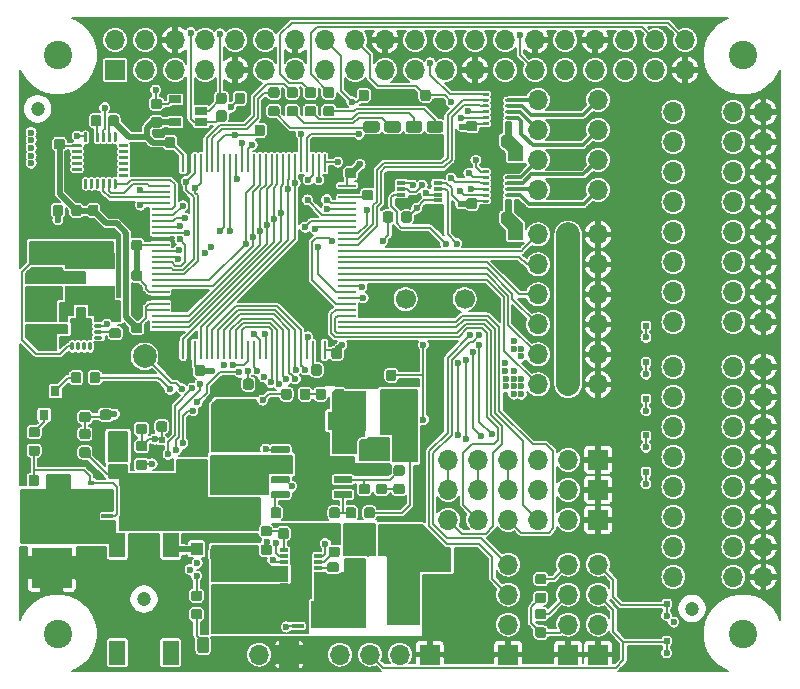
<source format=gtl>
G04 #@! TF.GenerationSoftware,KiCad,Pcbnew,5.1.2-f72e74a~84~ubuntu16.04.1*
G04 #@! TF.CreationDate,2019-05-13T00:21:40+02:00*
G04 #@! TF.ProjectId,Hedgehog,48656467-6568-46f6-972e-6b696361645f,1.0*
G04 #@! TF.SameCoordinates,PX7270e00PY47868c0*
G04 #@! TF.FileFunction,Copper,L1,Top*
G04 #@! TF.FilePolarity,Positive*
%FSLAX46Y46*%
G04 Gerber Fmt 4.6, Leading zero omitted, Abs format (unit mm)*
G04 Created by KiCad (PCBNEW 5.1.2-f72e74a~84~ubuntu16.04.1) date 2019-05-13 00:21:40*
%MOMM*%
%LPD*%
G04 APERTURE LIST*
G04 #@! TA.AperFunction,Conductor*
%ADD10C,0.100000*%
G04 #@! TD*
G04 #@! TA.AperFunction,SMDPad,CuDef*
%ADD11C,0.875000*%
G04 #@! TD*
G04 #@! TA.AperFunction,SMDPad,CuDef*
%ADD12R,0.500000X0.500000*%
G04 #@! TD*
G04 #@! TA.AperFunction,SMDPad,CuDef*
%ADD13R,1.300000X1.600000*%
G04 #@! TD*
G04 #@! TA.AperFunction,ViaPad*
%ADD14C,0.500000*%
G04 #@! TD*
G04 #@! TA.AperFunction,SMDPad,CuDef*
%ADD15C,0.900000*%
G04 #@! TD*
G04 #@! TA.AperFunction,SMDPad,CuDef*
%ADD16C,0.250000*%
G04 #@! TD*
G04 #@! TA.AperFunction,SMDPad,CuDef*
%ADD17C,2.410000*%
G04 #@! TD*
G04 #@! TA.AperFunction,SMDPad,CuDef*
%ADD18C,0.600000*%
G04 #@! TD*
G04 #@! TA.AperFunction,ViaPad*
%ADD19C,0.600000*%
G04 #@! TD*
G04 #@! TA.AperFunction,SMDPad,CuDef*
%ADD20R,1.800000X1.800000*%
G04 #@! TD*
G04 #@! TA.AperFunction,SMDPad,CuDef*
%ADD21O,0.300000X0.750000*%
G04 #@! TD*
G04 #@! TA.AperFunction,SMDPad,CuDef*
%ADD22O,0.750000X0.300000*%
G04 #@! TD*
G04 #@! TA.AperFunction,SMDPad,CuDef*
%ADD23R,4.200000X1.400000*%
G04 #@! TD*
G04 #@! TA.AperFunction,SMDPad,CuDef*
%ADD24R,0.700000X0.300000*%
G04 #@! TD*
G04 #@! TA.AperFunction,ViaPad*
%ADD25C,0.700000*%
G04 #@! TD*
G04 #@! TA.AperFunction,SMDPad,CuDef*
%ADD26R,1.700000X3.300000*%
G04 #@! TD*
G04 #@! TA.AperFunction,SMDPad,CuDef*
%ADD27R,0.760000X0.405000*%
G04 #@! TD*
G04 #@! TA.AperFunction,SMDPad,CuDef*
%ADD28R,1.725000X2.245000*%
G04 #@! TD*
G04 #@! TA.AperFunction,SMDPad,CuDef*
%ADD29R,0.990000X0.405000*%
G04 #@! TD*
G04 #@! TA.AperFunction,SMDPad,CuDef*
%ADD30C,1.250000*%
G04 #@! TD*
G04 #@! TA.AperFunction,ComponentPad*
%ADD31O,1.700000X1.700000*%
G04 #@! TD*
G04 #@! TA.AperFunction,SMDPad,CuDef*
%ADD32R,1.400000X2.100000*%
G04 #@! TD*
G04 #@! TA.AperFunction,ComponentPad*
%ADD33R,1.700000X1.700000*%
G04 #@! TD*
G04 #@! TA.AperFunction,SMDPad,CuDef*
%ADD34R,1.430000X5.500000*%
G04 #@! TD*
G04 #@! TA.AperFunction,SMDPad,CuDef*
%ADD35R,0.980000X3.400000*%
G04 #@! TD*
G04 #@! TA.AperFunction,ComponentPad*
%ADD36C,1.700000*%
G04 #@! TD*
G04 #@! TA.AperFunction,SMDPad,CuDef*
%ADD37R,0.800000X0.900000*%
G04 #@! TD*
G04 #@! TA.AperFunction,SMDPad,CuDef*
%ADD38R,1.100000X1.100000*%
G04 #@! TD*
G04 #@! TA.AperFunction,SMDPad,CuDef*
%ADD39R,0.600000X0.450000*%
G04 #@! TD*
G04 #@! TA.AperFunction,SMDPad,CuDef*
%ADD40C,2.600000*%
G04 #@! TD*
G04 #@! TA.AperFunction,SMDPad,CuDef*
%ADD41R,1.060000X0.650000*%
G04 #@! TD*
G04 #@! TA.AperFunction,SMDPad,CuDef*
%ADD42R,0.800000X0.300000*%
G04 #@! TD*
G04 #@! TA.AperFunction,SMDPad,CuDef*
%ADD43C,0.975000*%
G04 #@! TD*
G04 #@! TA.AperFunction,ComponentPad*
%ADD44C,2.000000*%
G04 #@! TD*
G04 #@! TA.AperFunction,SMDPad,CuDef*
%ADD45R,0.280000X1.500000*%
G04 #@! TD*
G04 #@! TA.AperFunction,SMDPad,CuDef*
%ADD46R,1.500000X0.280000*%
G04 #@! TD*
G04 #@! TA.AperFunction,BGAPad,CuDef*
%ADD47C,1.200000*%
G04 #@! TD*
G04 #@! TA.AperFunction,BGAPad,CuDef*
%ADD48C,2.400000*%
G04 #@! TD*
G04 #@! TA.AperFunction,ComponentPad*
%ADD49R,3.400000X3.400000*%
G04 #@! TD*
G04 #@! TA.AperFunction,ViaPad*
%ADD50C,0.400000*%
G04 #@! TD*
G04 #@! TA.AperFunction,Conductor*
%ADD51C,0.200000*%
G04 #@! TD*
G04 #@! TA.AperFunction,Conductor*
%ADD52C,2.000000*%
G04 #@! TD*
G04 #@! TA.AperFunction,Conductor*
%ADD53C,1.000000*%
G04 #@! TD*
G04 #@! TA.AperFunction,Conductor*
%ADD54C,0.300000*%
G04 #@! TD*
G04 #@! TA.AperFunction,Conductor*
%ADD55C,0.500000*%
G04 #@! TD*
G04 #@! TA.AperFunction,Conductor*
%ADD56C,0.254000*%
G04 #@! TD*
G04 APERTURE END LIST*
D10*
G04 #@! TO.N,Net-(R26-Pad2)*
G04 #@! TO.C,R26*
G36*
X23102691Y-31726053D02*
G01*
X23123926Y-31729203D01*
X23144750Y-31734419D01*
X23164962Y-31741651D01*
X23184368Y-31750830D01*
X23202781Y-31761866D01*
X23220024Y-31774654D01*
X23235930Y-31789070D01*
X23250346Y-31804976D01*
X23263134Y-31822219D01*
X23274170Y-31840632D01*
X23283349Y-31860038D01*
X23290581Y-31880250D01*
X23295797Y-31901074D01*
X23298947Y-31922309D01*
X23300000Y-31943750D01*
X23300000Y-32456250D01*
X23298947Y-32477691D01*
X23295797Y-32498926D01*
X23290581Y-32519750D01*
X23283349Y-32539962D01*
X23274170Y-32559368D01*
X23263134Y-32577781D01*
X23250346Y-32595024D01*
X23235930Y-32610930D01*
X23220024Y-32625346D01*
X23202781Y-32638134D01*
X23184368Y-32649170D01*
X23164962Y-32658349D01*
X23144750Y-32665581D01*
X23123926Y-32670797D01*
X23102691Y-32673947D01*
X23081250Y-32675000D01*
X22643750Y-32675000D01*
X22622309Y-32673947D01*
X22601074Y-32670797D01*
X22580250Y-32665581D01*
X22560038Y-32658349D01*
X22540632Y-32649170D01*
X22522219Y-32638134D01*
X22504976Y-32625346D01*
X22489070Y-32610930D01*
X22474654Y-32595024D01*
X22461866Y-32577781D01*
X22450830Y-32559368D01*
X22441651Y-32539962D01*
X22434419Y-32519750D01*
X22429203Y-32498926D01*
X22426053Y-32477691D01*
X22425000Y-32456250D01*
X22425000Y-31943750D01*
X22426053Y-31922309D01*
X22429203Y-31901074D01*
X22434419Y-31880250D01*
X22441651Y-31860038D01*
X22450830Y-31840632D01*
X22461866Y-31822219D01*
X22474654Y-31804976D01*
X22489070Y-31789070D01*
X22504976Y-31774654D01*
X22522219Y-31761866D01*
X22540632Y-31750830D01*
X22560038Y-31741651D01*
X22580250Y-31734419D01*
X22601074Y-31729203D01*
X22622309Y-31726053D01*
X22643750Y-31725000D01*
X23081250Y-31725000D01*
X23102691Y-31726053D01*
X23102691Y-31726053D01*
G37*
D11*
G04 #@! TD*
G04 #@! TO.P,R26,2*
G04 #@! TO.N,Net-(R26-Pad2)*
X22862500Y-32200000D03*
D10*
G04 #@! TO.N,Net-(C25-Pad2)*
G04 #@! TO.C,R26*
G36*
X24677691Y-31726053D02*
G01*
X24698926Y-31729203D01*
X24719750Y-31734419D01*
X24739962Y-31741651D01*
X24759368Y-31750830D01*
X24777781Y-31761866D01*
X24795024Y-31774654D01*
X24810930Y-31789070D01*
X24825346Y-31804976D01*
X24838134Y-31822219D01*
X24849170Y-31840632D01*
X24858349Y-31860038D01*
X24865581Y-31880250D01*
X24870797Y-31901074D01*
X24873947Y-31922309D01*
X24875000Y-31943750D01*
X24875000Y-32456250D01*
X24873947Y-32477691D01*
X24870797Y-32498926D01*
X24865581Y-32519750D01*
X24858349Y-32539962D01*
X24849170Y-32559368D01*
X24838134Y-32577781D01*
X24825346Y-32595024D01*
X24810930Y-32610930D01*
X24795024Y-32625346D01*
X24777781Y-32638134D01*
X24759368Y-32649170D01*
X24739962Y-32658349D01*
X24719750Y-32665581D01*
X24698926Y-32670797D01*
X24677691Y-32673947D01*
X24656250Y-32675000D01*
X24218750Y-32675000D01*
X24197309Y-32673947D01*
X24176074Y-32670797D01*
X24155250Y-32665581D01*
X24135038Y-32658349D01*
X24115632Y-32649170D01*
X24097219Y-32638134D01*
X24079976Y-32625346D01*
X24064070Y-32610930D01*
X24049654Y-32595024D01*
X24036866Y-32577781D01*
X24025830Y-32559368D01*
X24016651Y-32539962D01*
X24009419Y-32519750D01*
X24004203Y-32498926D01*
X24001053Y-32477691D01*
X24000000Y-32456250D01*
X24000000Y-31943750D01*
X24001053Y-31922309D01*
X24004203Y-31901074D01*
X24009419Y-31880250D01*
X24016651Y-31860038D01*
X24025830Y-31840632D01*
X24036866Y-31822219D01*
X24049654Y-31804976D01*
X24064070Y-31789070D01*
X24079976Y-31774654D01*
X24097219Y-31761866D01*
X24115632Y-31750830D01*
X24135038Y-31741651D01*
X24155250Y-31734419D01*
X24176074Y-31729203D01*
X24197309Y-31726053D01*
X24218750Y-31725000D01*
X24656250Y-31725000D01*
X24677691Y-31726053D01*
X24677691Y-31726053D01*
G37*
D11*
G04 #@! TD*
G04 #@! TO.P,R26,1*
G04 #@! TO.N,Net-(C25-Pad2)*
X24437500Y-32200000D03*
D12*
G04 #@! TO.P,D4,2*
G04 #@! TO.N,GND*
X15450000Y-35950000D03*
G04 #@! TO.P,D4,1*
G04 #@! TO.N,Net-(C1-Pad2)*
X15450000Y-38150000D03*
G04 #@! TD*
D10*
G04 #@! TO.N,GND*
G04 #@! TO.C,R21*
G36*
X30402691Y-30126053D02*
G01*
X30423926Y-30129203D01*
X30444750Y-30134419D01*
X30464962Y-30141651D01*
X30484368Y-30150830D01*
X30502781Y-30161866D01*
X30520024Y-30174654D01*
X30535930Y-30189070D01*
X30550346Y-30204976D01*
X30563134Y-30222219D01*
X30574170Y-30240632D01*
X30583349Y-30260038D01*
X30590581Y-30280250D01*
X30595797Y-30301074D01*
X30598947Y-30322309D01*
X30600000Y-30343750D01*
X30600000Y-30856250D01*
X30598947Y-30877691D01*
X30595797Y-30898926D01*
X30590581Y-30919750D01*
X30583349Y-30939962D01*
X30574170Y-30959368D01*
X30563134Y-30977781D01*
X30550346Y-30995024D01*
X30535930Y-31010930D01*
X30520024Y-31025346D01*
X30502781Y-31038134D01*
X30484368Y-31049170D01*
X30464962Y-31058349D01*
X30444750Y-31065581D01*
X30423926Y-31070797D01*
X30402691Y-31073947D01*
X30381250Y-31075000D01*
X29943750Y-31075000D01*
X29922309Y-31073947D01*
X29901074Y-31070797D01*
X29880250Y-31065581D01*
X29860038Y-31058349D01*
X29840632Y-31049170D01*
X29822219Y-31038134D01*
X29804976Y-31025346D01*
X29789070Y-31010930D01*
X29774654Y-30995024D01*
X29761866Y-30977781D01*
X29750830Y-30959368D01*
X29741651Y-30939962D01*
X29734419Y-30919750D01*
X29729203Y-30898926D01*
X29726053Y-30877691D01*
X29725000Y-30856250D01*
X29725000Y-30343750D01*
X29726053Y-30322309D01*
X29729203Y-30301074D01*
X29734419Y-30280250D01*
X29741651Y-30260038D01*
X29750830Y-30240632D01*
X29761866Y-30222219D01*
X29774654Y-30204976D01*
X29789070Y-30189070D01*
X29804976Y-30174654D01*
X29822219Y-30161866D01*
X29840632Y-30150830D01*
X29860038Y-30141651D01*
X29880250Y-30134419D01*
X29901074Y-30129203D01*
X29922309Y-30126053D01*
X29943750Y-30125000D01*
X30381250Y-30125000D01*
X30402691Y-30126053D01*
X30402691Y-30126053D01*
G37*
D11*
G04 #@! TD*
G04 #@! TO.P,R21,2*
G04 #@! TO.N,GND*
X30162500Y-30600000D03*
D10*
G04 #@! TO.N,/EN_Reg_RPi*
G04 #@! TO.C,R21*
G36*
X31977691Y-30126053D02*
G01*
X31998926Y-30129203D01*
X32019750Y-30134419D01*
X32039962Y-30141651D01*
X32059368Y-30150830D01*
X32077781Y-30161866D01*
X32095024Y-30174654D01*
X32110930Y-30189070D01*
X32125346Y-30204976D01*
X32138134Y-30222219D01*
X32149170Y-30240632D01*
X32158349Y-30260038D01*
X32165581Y-30280250D01*
X32170797Y-30301074D01*
X32173947Y-30322309D01*
X32175000Y-30343750D01*
X32175000Y-30856250D01*
X32173947Y-30877691D01*
X32170797Y-30898926D01*
X32165581Y-30919750D01*
X32158349Y-30939962D01*
X32149170Y-30959368D01*
X32138134Y-30977781D01*
X32125346Y-30995024D01*
X32110930Y-31010930D01*
X32095024Y-31025346D01*
X32077781Y-31038134D01*
X32059368Y-31049170D01*
X32039962Y-31058349D01*
X32019750Y-31065581D01*
X31998926Y-31070797D01*
X31977691Y-31073947D01*
X31956250Y-31075000D01*
X31518750Y-31075000D01*
X31497309Y-31073947D01*
X31476074Y-31070797D01*
X31455250Y-31065581D01*
X31435038Y-31058349D01*
X31415632Y-31049170D01*
X31397219Y-31038134D01*
X31379976Y-31025346D01*
X31364070Y-31010930D01*
X31349654Y-30995024D01*
X31336866Y-30977781D01*
X31325830Y-30959368D01*
X31316651Y-30939962D01*
X31309419Y-30919750D01*
X31304203Y-30898926D01*
X31301053Y-30877691D01*
X31300000Y-30856250D01*
X31300000Y-30343750D01*
X31301053Y-30322309D01*
X31304203Y-30301074D01*
X31309419Y-30280250D01*
X31316651Y-30260038D01*
X31325830Y-30240632D01*
X31336866Y-30222219D01*
X31349654Y-30204976D01*
X31364070Y-30189070D01*
X31379976Y-30174654D01*
X31397219Y-30161866D01*
X31415632Y-30150830D01*
X31435038Y-30141651D01*
X31455250Y-30134419D01*
X31476074Y-30129203D01*
X31497309Y-30126053D01*
X31518750Y-30125000D01*
X31956250Y-30125000D01*
X31977691Y-30126053D01*
X31977691Y-30126053D01*
G37*
D11*
G04 #@! TD*
G04 #@! TO.P,R21,1*
G04 #@! TO.N,/EN_Reg_RPi*
X31737500Y-30600000D03*
D13*
G04 #@! TO.P,D20,2*
G04 #@! TO.N,GND*
X22550000Y-34450000D03*
G04 #@! TO.P,D20,1*
G04 #@! TO.N,Net-(C25-Pad1)*
X26950000Y-34450000D03*
G04 #@! TD*
D14*
G04 #@! TO.N,GND*
G04 #@! TO.C,U45*
X40700000Y-7300000D03*
X40700000Y-8800000D03*
X40700000Y-8050000D03*
D10*
G36*
X41101293Y-7050260D02*
G01*
X41106535Y-7051038D01*
X41111675Y-7052325D01*
X41116665Y-7054111D01*
X41121455Y-7056376D01*
X41126001Y-7059101D01*
X41130257Y-7062257D01*
X41134184Y-7065816D01*
X41137743Y-7069743D01*
X41140899Y-7073999D01*
X41143624Y-7078545D01*
X41145889Y-7083335D01*
X41147675Y-7088325D01*
X41148962Y-7093465D01*
X41149740Y-7098707D01*
X41150000Y-7104000D01*
X41150000Y-8996000D01*
X41149740Y-9001293D01*
X41148962Y-9006535D01*
X41147675Y-9011675D01*
X41145889Y-9016665D01*
X41143624Y-9021455D01*
X41140899Y-9026001D01*
X41137743Y-9030257D01*
X41134184Y-9034184D01*
X41130257Y-9037743D01*
X41126001Y-9040899D01*
X41121455Y-9043624D01*
X41116665Y-9045889D01*
X41111675Y-9047675D01*
X41106535Y-9048962D01*
X41101293Y-9049740D01*
X41096000Y-9050000D01*
X40304000Y-9050000D01*
X40298707Y-9049740D01*
X40293465Y-9048962D01*
X40288325Y-9047675D01*
X40283335Y-9045889D01*
X40278545Y-9043624D01*
X40273999Y-9040899D01*
X40269743Y-9037743D01*
X40265816Y-9034184D01*
X40262257Y-9030257D01*
X40259101Y-9026001D01*
X40256376Y-9021455D01*
X40254111Y-9016665D01*
X40252325Y-9011675D01*
X40251038Y-9006535D01*
X40250260Y-9001293D01*
X40250000Y-8996000D01*
X40250000Y-7104000D01*
X40250260Y-7098707D01*
X40251038Y-7093465D01*
X40252325Y-7088325D01*
X40254111Y-7083335D01*
X40256376Y-7078545D01*
X40259101Y-7073999D01*
X40262257Y-7069743D01*
X40265816Y-7065816D01*
X40269743Y-7062257D01*
X40273999Y-7059101D01*
X40278545Y-7056376D01*
X40283335Y-7054111D01*
X40288325Y-7052325D01*
X40293465Y-7051038D01*
X40298707Y-7050260D01*
X40304000Y-7050000D01*
X41096000Y-7050000D01*
X41101293Y-7050260D01*
X41101293Y-7050260D01*
G37*
D15*
G04 #@! TD*
G04 #@! TO.P,U45,6*
G04 #@! TO.N,GND*
X40700000Y-8050000D03*
D10*
G04 #@! TO.N,+3V3*
G04 #@! TO.C,U45*
G36*
X39954901Y-9175241D02*
G01*
X39959755Y-9175961D01*
X39964514Y-9177153D01*
X39969134Y-9178806D01*
X39973570Y-9180904D01*
X39977779Y-9183427D01*
X39981720Y-9186349D01*
X39985355Y-9189645D01*
X39988651Y-9193280D01*
X39991573Y-9197221D01*
X39994096Y-9201430D01*
X39996194Y-9205866D01*
X39997847Y-9210486D01*
X39999039Y-9215245D01*
X39999759Y-9220099D01*
X40000000Y-9225000D01*
X40000000Y-9375000D01*
X39999759Y-9379901D01*
X39999039Y-9384755D01*
X39997847Y-9389514D01*
X39996194Y-9394134D01*
X39994096Y-9398570D01*
X39991573Y-9402779D01*
X39988651Y-9406720D01*
X39985355Y-9410355D01*
X39981720Y-9413651D01*
X39977779Y-9416573D01*
X39973570Y-9419096D01*
X39969134Y-9421194D01*
X39964514Y-9422847D01*
X39959755Y-9424039D01*
X39954901Y-9424759D01*
X39950000Y-9425000D01*
X39550000Y-9425000D01*
X39545099Y-9424759D01*
X39540245Y-9424039D01*
X39535486Y-9422847D01*
X39530866Y-9421194D01*
X39526430Y-9419096D01*
X39522221Y-9416573D01*
X39518280Y-9413651D01*
X39514645Y-9410355D01*
X39511349Y-9406720D01*
X39508427Y-9402779D01*
X39505904Y-9398570D01*
X39503806Y-9394134D01*
X39502153Y-9389514D01*
X39500961Y-9384755D01*
X39500241Y-9379901D01*
X39500000Y-9375000D01*
X39500000Y-9225000D01*
X39500241Y-9220099D01*
X39500961Y-9215245D01*
X39502153Y-9210486D01*
X39503806Y-9205866D01*
X39505904Y-9201430D01*
X39508427Y-9197221D01*
X39511349Y-9193280D01*
X39514645Y-9189645D01*
X39518280Y-9186349D01*
X39522221Y-9183427D01*
X39526430Y-9180904D01*
X39530866Y-9178806D01*
X39535486Y-9177153D01*
X39540245Y-9175961D01*
X39545099Y-9175241D01*
X39550000Y-9175000D01*
X39950000Y-9175000D01*
X39954901Y-9175241D01*
X39954901Y-9175241D01*
G37*
D16*
G04 #@! TD*
G04 #@! TO.P,U45,12*
G04 #@! TO.N,+3V3*
X39750000Y-9300000D03*
D10*
G04 #@! TO.N,/Logic/MOTOR_01*
G04 #@! TO.C,U45*
G36*
X39954901Y-8675241D02*
G01*
X39959755Y-8675961D01*
X39964514Y-8677153D01*
X39969134Y-8678806D01*
X39973570Y-8680904D01*
X39977779Y-8683427D01*
X39981720Y-8686349D01*
X39985355Y-8689645D01*
X39988651Y-8693280D01*
X39991573Y-8697221D01*
X39994096Y-8701430D01*
X39996194Y-8705866D01*
X39997847Y-8710486D01*
X39999039Y-8715245D01*
X39999759Y-8720099D01*
X40000000Y-8725000D01*
X40000000Y-8875000D01*
X39999759Y-8879901D01*
X39999039Y-8884755D01*
X39997847Y-8889514D01*
X39996194Y-8894134D01*
X39994096Y-8898570D01*
X39991573Y-8902779D01*
X39988651Y-8906720D01*
X39985355Y-8910355D01*
X39981720Y-8913651D01*
X39977779Y-8916573D01*
X39973570Y-8919096D01*
X39969134Y-8921194D01*
X39964514Y-8922847D01*
X39959755Y-8924039D01*
X39954901Y-8924759D01*
X39950000Y-8925000D01*
X39550000Y-8925000D01*
X39545099Y-8924759D01*
X39540245Y-8924039D01*
X39535486Y-8922847D01*
X39530866Y-8921194D01*
X39526430Y-8919096D01*
X39522221Y-8916573D01*
X39518280Y-8913651D01*
X39514645Y-8910355D01*
X39511349Y-8906720D01*
X39508427Y-8902779D01*
X39505904Y-8898570D01*
X39503806Y-8894134D01*
X39502153Y-8889514D01*
X39500961Y-8884755D01*
X39500241Y-8879901D01*
X39500000Y-8875000D01*
X39500000Y-8725000D01*
X39500241Y-8720099D01*
X39500961Y-8715245D01*
X39502153Y-8710486D01*
X39503806Y-8705866D01*
X39505904Y-8701430D01*
X39508427Y-8697221D01*
X39511349Y-8693280D01*
X39514645Y-8689645D01*
X39518280Y-8686349D01*
X39522221Y-8683427D01*
X39526430Y-8680904D01*
X39530866Y-8678806D01*
X39535486Y-8677153D01*
X39540245Y-8675961D01*
X39545099Y-8675241D01*
X39550000Y-8675000D01*
X39950000Y-8675000D01*
X39954901Y-8675241D01*
X39954901Y-8675241D01*
G37*
D16*
G04 #@! TD*
G04 #@! TO.P,U45,11*
G04 #@! TO.N,/Logic/MOTOR_01*
X39750000Y-8800000D03*
D10*
G04 #@! TO.N,/Logic/MOTOR_1_A*
G04 #@! TO.C,U45*
G36*
X39954901Y-8175241D02*
G01*
X39959755Y-8175961D01*
X39964514Y-8177153D01*
X39969134Y-8178806D01*
X39973570Y-8180904D01*
X39977779Y-8183427D01*
X39981720Y-8186349D01*
X39985355Y-8189645D01*
X39988651Y-8193280D01*
X39991573Y-8197221D01*
X39994096Y-8201430D01*
X39996194Y-8205866D01*
X39997847Y-8210486D01*
X39999039Y-8215245D01*
X39999759Y-8220099D01*
X40000000Y-8225000D01*
X40000000Y-8375000D01*
X39999759Y-8379901D01*
X39999039Y-8384755D01*
X39997847Y-8389514D01*
X39996194Y-8394134D01*
X39994096Y-8398570D01*
X39991573Y-8402779D01*
X39988651Y-8406720D01*
X39985355Y-8410355D01*
X39981720Y-8413651D01*
X39977779Y-8416573D01*
X39973570Y-8419096D01*
X39969134Y-8421194D01*
X39964514Y-8422847D01*
X39959755Y-8424039D01*
X39954901Y-8424759D01*
X39950000Y-8425000D01*
X39550000Y-8425000D01*
X39545099Y-8424759D01*
X39540245Y-8424039D01*
X39535486Y-8422847D01*
X39530866Y-8421194D01*
X39526430Y-8419096D01*
X39522221Y-8416573D01*
X39518280Y-8413651D01*
X39514645Y-8410355D01*
X39511349Y-8406720D01*
X39508427Y-8402779D01*
X39505904Y-8398570D01*
X39503806Y-8394134D01*
X39502153Y-8389514D01*
X39500961Y-8384755D01*
X39500241Y-8379901D01*
X39500000Y-8375000D01*
X39500000Y-8225000D01*
X39500241Y-8220099D01*
X39500961Y-8215245D01*
X39502153Y-8210486D01*
X39503806Y-8205866D01*
X39505904Y-8201430D01*
X39508427Y-8197221D01*
X39511349Y-8193280D01*
X39514645Y-8189645D01*
X39518280Y-8186349D01*
X39522221Y-8183427D01*
X39526430Y-8180904D01*
X39530866Y-8178806D01*
X39535486Y-8177153D01*
X39540245Y-8175961D01*
X39545099Y-8175241D01*
X39550000Y-8175000D01*
X39950000Y-8175000D01*
X39954901Y-8175241D01*
X39954901Y-8175241D01*
G37*
D16*
G04 #@! TD*
G04 #@! TO.P,U45,10*
G04 #@! TO.N,/Logic/MOTOR_1_A*
X39750000Y-8300000D03*
D10*
G04 #@! TO.N,/Logic/MOTOR_1_B*
G04 #@! TO.C,U45*
G36*
X39954901Y-7675241D02*
G01*
X39959755Y-7675961D01*
X39964514Y-7677153D01*
X39969134Y-7678806D01*
X39973570Y-7680904D01*
X39977779Y-7683427D01*
X39981720Y-7686349D01*
X39985355Y-7689645D01*
X39988651Y-7693280D01*
X39991573Y-7697221D01*
X39994096Y-7701430D01*
X39996194Y-7705866D01*
X39997847Y-7710486D01*
X39999039Y-7715245D01*
X39999759Y-7720099D01*
X40000000Y-7725000D01*
X40000000Y-7875000D01*
X39999759Y-7879901D01*
X39999039Y-7884755D01*
X39997847Y-7889514D01*
X39996194Y-7894134D01*
X39994096Y-7898570D01*
X39991573Y-7902779D01*
X39988651Y-7906720D01*
X39985355Y-7910355D01*
X39981720Y-7913651D01*
X39977779Y-7916573D01*
X39973570Y-7919096D01*
X39969134Y-7921194D01*
X39964514Y-7922847D01*
X39959755Y-7924039D01*
X39954901Y-7924759D01*
X39950000Y-7925000D01*
X39550000Y-7925000D01*
X39545099Y-7924759D01*
X39540245Y-7924039D01*
X39535486Y-7922847D01*
X39530866Y-7921194D01*
X39526430Y-7919096D01*
X39522221Y-7916573D01*
X39518280Y-7913651D01*
X39514645Y-7910355D01*
X39511349Y-7906720D01*
X39508427Y-7902779D01*
X39505904Y-7898570D01*
X39503806Y-7894134D01*
X39502153Y-7889514D01*
X39500961Y-7884755D01*
X39500241Y-7879901D01*
X39500000Y-7875000D01*
X39500000Y-7725000D01*
X39500241Y-7720099D01*
X39500961Y-7715245D01*
X39502153Y-7710486D01*
X39503806Y-7705866D01*
X39505904Y-7701430D01*
X39508427Y-7697221D01*
X39511349Y-7693280D01*
X39514645Y-7689645D01*
X39518280Y-7686349D01*
X39522221Y-7683427D01*
X39526430Y-7680904D01*
X39530866Y-7678806D01*
X39535486Y-7677153D01*
X39540245Y-7675961D01*
X39545099Y-7675241D01*
X39550000Y-7675000D01*
X39950000Y-7675000D01*
X39954901Y-7675241D01*
X39954901Y-7675241D01*
G37*
D16*
G04 #@! TD*
G04 #@! TO.P,U45,9*
G04 #@! TO.N,/Logic/MOTOR_1_B*
X39750000Y-7800000D03*
D10*
G04 #@! TO.N,/Logic/MOTOR_0_A*
G04 #@! TO.C,U45*
G36*
X39954901Y-7175241D02*
G01*
X39959755Y-7175961D01*
X39964514Y-7177153D01*
X39969134Y-7178806D01*
X39973570Y-7180904D01*
X39977779Y-7183427D01*
X39981720Y-7186349D01*
X39985355Y-7189645D01*
X39988651Y-7193280D01*
X39991573Y-7197221D01*
X39994096Y-7201430D01*
X39996194Y-7205866D01*
X39997847Y-7210486D01*
X39999039Y-7215245D01*
X39999759Y-7220099D01*
X40000000Y-7225000D01*
X40000000Y-7375000D01*
X39999759Y-7379901D01*
X39999039Y-7384755D01*
X39997847Y-7389514D01*
X39996194Y-7394134D01*
X39994096Y-7398570D01*
X39991573Y-7402779D01*
X39988651Y-7406720D01*
X39985355Y-7410355D01*
X39981720Y-7413651D01*
X39977779Y-7416573D01*
X39973570Y-7419096D01*
X39969134Y-7421194D01*
X39964514Y-7422847D01*
X39959755Y-7424039D01*
X39954901Y-7424759D01*
X39950000Y-7425000D01*
X39550000Y-7425000D01*
X39545099Y-7424759D01*
X39540245Y-7424039D01*
X39535486Y-7422847D01*
X39530866Y-7421194D01*
X39526430Y-7419096D01*
X39522221Y-7416573D01*
X39518280Y-7413651D01*
X39514645Y-7410355D01*
X39511349Y-7406720D01*
X39508427Y-7402779D01*
X39505904Y-7398570D01*
X39503806Y-7394134D01*
X39502153Y-7389514D01*
X39500961Y-7384755D01*
X39500241Y-7379901D01*
X39500000Y-7375000D01*
X39500000Y-7225000D01*
X39500241Y-7220099D01*
X39500961Y-7215245D01*
X39502153Y-7210486D01*
X39503806Y-7205866D01*
X39505904Y-7201430D01*
X39508427Y-7197221D01*
X39511349Y-7193280D01*
X39514645Y-7189645D01*
X39518280Y-7186349D01*
X39522221Y-7183427D01*
X39526430Y-7180904D01*
X39530866Y-7178806D01*
X39535486Y-7177153D01*
X39540245Y-7175961D01*
X39545099Y-7175241D01*
X39550000Y-7175000D01*
X39950000Y-7175000D01*
X39954901Y-7175241D01*
X39954901Y-7175241D01*
G37*
D16*
G04 #@! TD*
G04 #@! TO.P,U45,8*
G04 #@! TO.N,/Logic/MOTOR_0_A*
X39750000Y-7300000D03*
D10*
G04 #@! TO.N,/Logic/MOTOR_0_B*
G04 #@! TO.C,U45*
G36*
X39954901Y-6675241D02*
G01*
X39959755Y-6675961D01*
X39964514Y-6677153D01*
X39969134Y-6678806D01*
X39973570Y-6680904D01*
X39977779Y-6683427D01*
X39981720Y-6686349D01*
X39985355Y-6689645D01*
X39988651Y-6693280D01*
X39991573Y-6697221D01*
X39994096Y-6701430D01*
X39996194Y-6705866D01*
X39997847Y-6710486D01*
X39999039Y-6715245D01*
X39999759Y-6720099D01*
X40000000Y-6725000D01*
X40000000Y-6875000D01*
X39999759Y-6879901D01*
X39999039Y-6884755D01*
X39997847Y-6889514D01*
X39996194Y-6894134D01*
X39994096Y-6898570D01*
X39991573Y-6902779D01*
X39988651Y-6906720D01*
X39985355Y-6910355D01*
X39981720Y-6913651D01*
X39977779Y-6916573D01*
X39973570Y-6919096D01*
X39969134Y-6921194D01*
X39964514Y-6922847D01*
X39959755Y-6924039D01*
X39954901Y-6924759D01*
X39950000Y-6925000D01*
X39550000Y-6925000D01*
X39545099Y-6924759D01*
X39540245Y-6924039D01*
X39535486Y-6922847D01*
X39530866Y-6921194D01*
X39526430Y-6919096D01*
X39522221Y-6916573D01*
X39518280Y-6913651D01*
X39514645Y-6910355D01*
X39511349Y-6906720D01*
X39508427Y-6902779D01*
X39505904Y-6898570D01*
X39503806Y-6894134D01*
X39502153Y-6889514D01*
X39500961Y-6884755D01*
X39500241Y-6879901D01*
X39500000Y-6875000D01*
X39500000Y-6725000D01*
X39500241Y-6720099D01*
X39500961Y-6715245D01*
X39502153Y-6710486D01*
X39503806Y-6705866D01*
X39505904Y-6701430D01*
X39508427Y-6697221D01*
X39511349Y-6693280D01*
X39514645Y-6689645D01*
X39518280Y-6686349D01*
X39522221Y-6683427D01*
X39526430Y-6680904D01*
X39530866Y-6678806D01*
X39535486Y-6677153D01*
X39540245Y-6675961D01*
X39545099Y-6675241D01*
X39550000Y-6675000D01*
X39950000Y-6675000D01*
X39954901Y-6675241D01*
X39954901Y-6675241D01*
G37*
D16*
G04 #@! TD*
G04 #@! TO.P,U45,7*
G04 #@! TO.N,/Logic/MOTOR_0_B*
X39750000Y-6800000D03*
D10*
G04 #@! TO.N,GND*
G04 #@! TO.C,U45*
G36*
X41854901Y-6675241D02*
G01*
X41859755Y-6675961D01*
X41864514Y-6677153D01*
X41869134Y-6678806D01*
X41873570Y-6680904D01*
X41877779Y-6683427D01*
X41881720Y-6686349D01*
X41885355Y-6689645D01*
X41888651Y-6693280D01*
X41891573Y-6697221D01*
X41894096Y-6701430D01*
X41896194Y-6705866D01*
X41897847Y-6710486D01*
X41899039Y-6715245D01*
X41899759Y-6720099D01*
X41900000Y-6725000D01*
X41900000Y-6875000D01*
X41899759Y-6879901D01*
X41899039Y-6884755D01*
X41897847Y-6889514D01*
X41896194Y-6894134D01*
X41894096Y-6898570D01*
X41891573Y-6902779D01*
X41888651Y-6906720D01*
X41885355Y-6910355D01*
X41881720Y-6913651D01*
X41877779Y-6916573D01*
X41873570Y-6919096D01*
X41869134Y-6921194D01*
X41864514Y-6922847D01*
X41859755Y-6924039D01*
X41854901Y-6924759D01*
X41850000Y-6925000D01*
X41450000Y-6925000D01*
X41445099Y-6924759D01*
X41440245Y-6924039D01*
X41435486Y-6922847D01*
X41430866Y-6921194D01*
X41426430Y-6919096D01*
X41422221Y-6916573D01*
X41418280Y-6913651D01*
X41414645Y-6910355D01*
X41411349Y-6906720D01*
X41408427Y-6902779D01*
X41405904Y-6898570D01*
X41403806Y-6894134D01*
X41402153Y-6889514D01*
X41400961Y-6884755D01*
X41400241Y-6879901D01*
X41400000Y-6875000D01*
X41400000Y-6725000D01*
X41400241Y-6720099D01*
X41400961Y-6715245D01*
X41402153Y-6710486D01*
X41403806Y-6705866D01*
X41405904Y-6701430D01*
X41408427Y-6697221D01*
X41411349Y-6693280D01*
X41414645Y-6689645D01*
X41418280Y-6686349D01*
X41422221Y-6683427D01*
X41426430Y-6680904D01*
X41430866Y-6678806D01*
X41435486Y-6677153D01*
X41440245Y-6675961D01*
X41445099Y-6675241D01*
X41450000Y-6675000D01*
X41850000Y-6675000D01*
X41854901Y-6675241D01*
X41854901Y-6675241D01*
G37*
D16*
G04 #@! TD*
G04 #@! TO.P,U45,6*
G04 #@! TO.N,GND*
X41650000Y-6800000D03*
D10*
G04 #@! TO.N,Net-(J54-Pad1)*
G04 #@! TO.C,U45*
G36*
X41854901Y-7175241D02*
G01*
X41859755Y-7175961D01*
X41864514Y-7177153D01*
X41869134Y-7178806D01*
X41873570Y-7180904D01*
X41877779Y-7183427D01*
X41881720Y-7186349D01*
X41885355Y-7189645D01*
X41888651Y-7193280D01*
X41891573Y-7197221D01*
X41894096Y-7201430D01*
X41896194Y-7205866D01*
X41897847Y-7210486D01*
X41899039Y-7215245D01*
X41899759Y-7220099D01*
X41900000Y-7225000D01*
X41900000Y-7375000D01*
X41899759Y-7379901D01*
X41899039Y-7384755D01*
X41897847Y-7389514D01*
X41896194Y-7394134D01*
X41894096Y-7398570D01*
X41891573Y-7402779D01*
X41888651Y-7406720D01*
X41885355Y-7410355D01*
X41881720Y-7413651D01*
X41877779Y-7416573D01*
X41873570Y-7419096D01*
X41869134Y-7421194D01*
X41864514Y-7422847D01*
X41859755Y-7424039D01*
X41854901Y-7424759D01*
X41850000Y-7425000D01*
X41450000Y-7425000D01*
X41445099Y-7424759D01*
X41440245Y-7424039D01*
X41435486Y-7422847D01*
X41430866Y-7421194D01*
X41426430Y-7419096D01*
X41422221Y-7416573D01*
X41418280Y-7413651D01*
X41414645Y-7410355D01*
X41411349Y-7406720D01*
X41408427Y-7402779D01*
X41405904Y-7398570D01*
X41403806Y-7394134D01*
X41402153Y-7389514D01*
X41400961Y-7384755D01*
X41400241Y-7379901D01*
X41400000Y-7375000D01*
X41400000Y-7225000D01*
X41400241Y-7220099D01*
X41400961Y-7215245D01*
X41402153Y-7210486D01*
X41403806Y-7205866D01*
X41405904Y-7201430D01*
X41408427Y-7197221D01*
X41411349Y-7193280D01*
X41414645Y-7189645D01*
X41418280Y-7186349D01*
X41422221Y-7183427D01*
X41426430Y-7180904D01*
X41430866Y-7178806D01*
X41435486Y-7177153D01*
X41440245Y-7175961D01*
X41445099Y-7175241D01*
X41450000Y-7175000D01*
X41850000Y-7175000D01*
X41854901Y-7175241D01*
X41854901Y-7175241D01*
G37*
D16*
G04 #@! TD*
G04 #@! TO.P,U45,5*
G04 #@! TO.N,Net-(J54-Pad1)*
X41650000Y-7300000D03*
D10*
G04 #@! TO.N,Net-(J55-Pad1)*
G04 #@! TO.C,U45*
G36*
X41854901Y-7675241D02*
G01*
X41859755Y-7675961D01*
X41864514Y-7677153D01*
X41869134Y-7678806D01*
X41873570Y-7680904D01*
X41877779Y-7683427D01*
X41881720Y-7686349D01*
X41885355Y-7689645D01*
X41888651Y-7693280D01*
X41891573Y-7697221D01*
X41894096Y-7701430D01*
X41896194Y-7705866D01*
X41897847Y-7710486D01*
X41899039Y-7715245D01*
X41899759Y-7720099D01*
X41900000Y-7725000D01*
X41900000Y-7875000D01*
X41899759Y-7879901D01*
X41899039Y-7884755D01*
X41897847Y-7889514D01*
X41896194Y-7894134D01*
X41894096Y-7898570D01*
X41891573Y-7902779D01*
X41888651Y-7906720D01*
X41885355Y-7910355D01*
X41881720Y-7913651D01*
X41877779Y-7916573D01*
X41873570Y-7919096D01*
X41869134Y-7921194D01*
X41864514Y-7922847D01*
X41859755Y-7924039D01*
X41854901Y-7924759D01*
X41850000Y-7925000D01*
X41450000Y-7925000D01*
X41445099Y-7924759D01*
X41440245Y-7924039D01*
X41435486Y-7922847D01*
X41430866Y-7921194D01*
X41426430Y-7919096D01*
X41422221Y-7916573D01*
X41418280Y-7913651D01*
X41414645Y-7910355D01*
X41411349Y-7906720D01*
X41408427Y-7902779D01*
X41405904Y-7898570D01*
X41403806Y-7894134D01*
X41402153Y-7889514D01*
X41400961Y-7884755D01*
X41400241Y-7879901D01*
X41400000Y-7875000D01*
X41400000Y-7725000D01*
X41400241Y-7720099D01*
X41400961Y-7715245D01*
X41402153Y-7710486D01*
X41403806Y-7705866D01*
X41405904Y-7701430D01*
X41408427Y-7697221D01*
X41411349Y-7693280D01*
X41414645Y-7689645D01*
X41418280Y-7686349D01*
X41422221Y-7683427D01*
X41426430Y-7680904D01*
X41430866Y-7678806D01*
X41435486Y-7677153D01*
X41440245Y-7675961D01*
X41445099Y-7675241D01*
X41450000Y-7675000D01*
X41850000Y-7675000D01*
X41854901Y-7675241D01*
X41854901Y-7675241D01*
G37*
D16*
G04 #@! TD*
G04 #@! TO.P,U45,4*
G04 #@! TO.N,Net-(J55-Pad1)*
X41650000Y-7800000D03*
D10*
G04 #@! TO.N,Net-(J54-Pad2)*
G04 #@! TO.C,U45*
G36*
X41854901Y-8175241D02*
G01*
X41859755Y-8175961D01*
X41864514Y-8177153D01*
X41869134Y-8178806D01*
X41873570Y-8180904D01*
X41877779Y-8183427D01*
X41881720Y-8186349D01*
X41885355Y-8189645D01*
X41888651Y-8193280D01*
X41891573Y-8197221D01*
X41894096Y-8201430D01*
X41896194Y-8205866D01*
X41897847Y-8210486D01*
X41899039Y-8215245D01*
X41899759Y-8220099D01*
X41900000Y-8225000D01*
X41900000Y-8375000D01*
X41899759Y-8379901D01*
X41899039Y-8384755D01*
X41897847Y-8389514D01*
X41896194Y-8394134D01*
X41894096Y-8398570D01*
X41891573Y-8402779D01*
X41888651Y-8406720D01*
X41885355Y-8410355D01*
X41881720Y-8413651D01*
X41877779Y-8416573D01*
X41873570Y-8419096D01*
X41869134Y-8421194D01*
X41864514Y-8422847D01*
X41859755Y-8424039D01*
X41854901Y-8424759D01*
X41850000Y-8425000D01*
X41450000Y-8425000D01*
X41445099Y-8424759D01*
X41440245Y-8424039D01*
X41435486Y-8422847D01*
X41430866Y-8421194D01*
X41426430Y-8419096D01*
X41422221Y-8416573D01*
X41418280Y-8413651D01*
X41414645Y-8410355D01*
X41411349Y-8406720D01*
X41408427Y-8402779D01*
X41405904Y-8398570D01*
X41403806Y-8394134D01*
X41402153Y-8389514D01*
X41400961Y-8384755D01*
X41400241Y-8379901D01*
X41400000Y-8375000D01*
X41400000Y-8225000D01*
X41400241Y-8220099D01*
X41400961Y-8215245D01*
X41402153Y-8210486D01*
X41403806Y-8205866D01*
X41405904Y-8201430D01*
X41408427Y-8197221D01*
X41411349Y-8193280D01*
X41414645Y-8189645D01*
X41418280Y-8186349D01*
X41422221Y-8183427D01*
X41426430Y-8180904D01*
X41430866Y-8178806D01*
X41435486Y-8177153D01*
X41440245Y-8175961D01*
X41445099Y-8175241D01*
X41450000Y-8175000D01*
X41850000Y-8175000D01*
X41854901Y-8175241D01*
X41854901Y-8175241D01*
G37*
D16*
G04 #@! TD*
G04 #@! TO.P,U45,3*
G04 #@! TO.N,Net-(J54-Pad2)*
X41650000Y-8300000D03*
D10*
G04 #@! TO.N,Net-(J55-Pad2)*
G04 #@! TO.C,U45*
G36*
X41854901Y-8675241D02*
G01*
X41859755Y-8675961D01*
X41864514Y-8677153D01*
X41869134Y-8678806D01*
X41873570Y-8680904D01*
X41877779Y-8683427D01*
X41881720Y-8686349D01*
X41885355Y-8689645D01*
X41888651Y-8693280D01*
X41891573Y-8697221D01*
X41894096Y-8701430D01*
X41896194Y-8705866D01*
X41897847Y-8710486D01*
X41899039Y-8715245D01*
X41899759Y-8720099D01*
X41900000Y-8725000D01*
X41900000Y-8875000D01*
X41899759Y-8879901D01*
X41899039Y-8884755D01*
X41897847Y-8889514D01*
X41896194Y-8894134D01*
X41894096Y-8898570D01*
X41891573Y-8902779D01*
X41888651Y-8906720D01*
X41885355Y-8910355D01*
X41881720Y-8913651D01*
X41877779Y-8916573D01*
X41873570Y-8919096D01*
X41869134Y-8921194D01*
X41864514Y-8922847D01*
X41859755Y-8924039D01*
X41854901Y-8924759D01*
X41850000Y-8925000D01*
X41450000Y-8925000D01*
X41445099Y-8924759D01*
X41440245Y-8924039D01*
X41435486Y-8922847D01*
X41430866Y-8921194D01*
X41426430Y-8919096D01*
X41422221Y-8916573D01*
X41418280Y-8913651D01*
X41414645Y-8910355D01*
X41411349Y-8906720D01*
X41408427Y-8902779D01*
X41405904Y-8898570D01*
X41403806Y-8894134D01*
X41402153Y-8889514D01*
X41400961Y-8884755D01*
X41400241Y-8879901D01*
X41400000Y-8875000D01*
X41400000Y-8725000D01*
X41400241Y-8720099D01*
X41400961Y-8715245D01*
X41402153Y-8710486D01*
X41403806Y-8705866D01*
X41405904Y-8701430D01*
X41408427Y-8697221D01*
X41411349Y-8693280D01*
X41414645Y-8689645D01*
X41418280Y-8686349D01*
X41422221Y-8683427D01*
X41426430Y-8680904D01*
X41430866Y-8678806D01*
X41435486Y-8677153D01*
X41440245Y-8675961D01*
X41445099Y-8675241D01*
X41450000Y-8675000D01*
X41850000Y-8675000D01*
X41854901Y-8675241D01*
X41854901Y-8675241D01*
G37*
D16*
G04 #@! TD*
G04 #@! TO.P,U45,2*
G04 #@! TO.N,Net-(J55-Pad2)*
X41650000Y-8800000D03*
D10*
G04 #@! TO.N,+5V*
G04 #@! TO.C,U45*
G36*
X41854901Y-9175241D02*
G01*
X41859755Y-9175961D01*
X41864514Y-9177153D01*
X41869134Y-9178806D01*
X41873570Y-9180904D01*
X41877779Y-9183427D01*
X41881720Y-9186349D01*
X41885355Y-9189645D01*
X41888651Y-9193280D01*
X41891573Y-9197221D01*
X41894096Y-9201430D01*
X41896194Y-9205866D01*
X41897847Y-9210486D01*
X41899039Y-9215245D01*
X41899759Y-9220099D01*
X41900000Y-9225000D01*
X41900000Y-9375000D01*
X41899759Y-9379901D01*
X41899039Y-9384755D01*
X41897847Y-9389514D01*
X41896194Y-9394134D01*
X41894096Y-9398570D01*
X41891573Y-9402779D01*
X41888651Y-9406720D01*
X41885355Y-9410355D01*
X41881720Y-9413651D01*
X41877779Y-9416573D01*
X41873570Y-9419096D01*
X41869134Y-9421194D01*
X41864514Y-9422847D01*
X41859755Y-9424039D01*
X41854901Y-9424759D01*
X41850000Y-9425000D01*
X41450000Y-9425000D01*
X41445099Y-9424759D01*
X41440245Y-9424039D01*
X41435486Y-9422847D01*
X41430866Y-9421194D01*
X41426430Y-9419096D01*
X41422221Y-9416573D01*
X41418280Y-9413651D01*
X41414645Y-9410355D01*
X41411349Y-9406720D01*
X41408427Y-9402779D01*
X41405904Y-9398570D01*
X41403806Y-9394134D01*
X41402153Y-9389514D01*
X41400961Y-9384755D01*
X41400241Y-9379901D01*
X41400000Y-9375000D01*
X41400000Y-9225000D01*
X41400241Y-9220099D01*
X41400961Y-9215245D01*
X41402153Y-9210486D01*
X41403806Y-9205866D01*
X41405904Y-9201430D01*
X41408427Y-9197221D01*
X41411349Y-9193280D01*
X41414645Y-9189645D01*
X41418280Y-9186349D01*
X41422221Y-9183427D01*
X41426430Y-9180904D01*
X41430866Y-9178806D01*
X41435486Y-9177153D01*
X41440245Y-9175961D01*
X41445099Y-9175241D01*
X41450000Y-9175000D01*
X41850000Y-9175000D01*
X41854901Y-9175241D01*
X41854901Y-9175241D01*
G37*
D16*
G04 #@! TD*
G04 #@! TO.P,U45,1*
G04 #@! TO.N,+5V*
X41650000Y-9300000D03*
D14*
G04 #@! TO.N,GND*
G04 #@! TO.C,U44*
X40700000Y-13850000D03*
X40700000Y-15350000D03*
X40700000Y-14600000D03*
D10*
G36*
X41101293Y-13600260D02*
G01*
X41106535Y-13601038D01*
X41111675Y-13602325D01*
X41116665Y-13604111D01*
X41121455Y-13606376D01*
X41126001Y-13609101D01*
X41130257Y-13612257D01*
X41134184Y-13615816D01*
X41137743Y-13619743D01*
X41140899Y-13623999D01*
X41143624Y-13628545D01*
X41145889Y-13633335D01*
X41147675Y-13638325D01*
X41148962Y-13643465D01*
X41149740Y-13648707D01*
X41150000Y-13654000D01*
X41150000Y-15546000D01*
X41149740Y-15551293D01*
X41148962Y-15556535D01*
X41147675Y-15561675D01*
X41145889Y-15566665D01*
X41143624Y-15571455D01*
X41140899Y-15576001D01*
X41137743Y-15580257D01*
X41134184Y-15584184D01*
X41130257Y-15587743D01*
X41126001Y-15590899D01*
X41121455Y-15593624D01*
X41116665Y-15595889D01*
X41111675Y-15597675D01*
X41106535Y-15598962D01*
X41101293Y-15599740D01*
X41096000Y-15600000D01*
X40304000Y-15600000D01*
X40298707Y-15599740D01*
X40293465Y-15598962D01*
X40288325Y-15597675D01*
X40283335Y-15595889D01*
X40278545Y-15593624D01*
X40273999Y-15590899D01*
X40269743Y-15587743D01*
X40265816Y-15584184D01*
X40262257Y-15580257D01*
X40259101Y-15576001D01*
X40256376Y-15571455D01*
X40254111Y-15566665D01*
X40252325Y-15561675D01*
X40251038Y-15556535D01*
X40250260Y-15551293D01*
X40250000Y-15546000D01*
X40250000Y-13654000D01*
X40250260Y-13648707D01*
X40251038Y-13643465D01*
X40252325Y-13638325D01*
X40254111Y-13633335D01*
X40256376Y-13628545D01*
X40259101Y-13623999D01*
X40262257Y-13619743D01*
X40265816Y-13615816D01*
X40269743Y-13612257D01*
X40273999Y-13609101D01*
X40278545Y-13606376D01*
X40283335Y-13604111D01*
X40288325Y-13602325D01*
X40293465Y-13601038D01*
X40298707Y-13600260D01*
X40304000Y-13600000D01*
X41096000Y-13600000D01*
X41101293Y-13600260D01*
X41101293Y-13600260D01*
G37*
D15*
G04 #@! TD*
G04 #@! TO.P,U44,6*
G04 #@! TO.N,GND*
X40700000Y-14600000D03*
D10*
G04 #@! TO.N,+3V3*
G04 #@! TO.C,U44*
G36*
X39954901Y-15725241D02*
G01*
X39959755Y-15725961D01*
X39964514Y-15727153D01*
X39969134Y-15728806D01*
X39973570Y-15730904D01*
X39977779Y-15733427D01*
X39981720Y-15736349D01*
X39985355Y-15739645D01*
X39988651Y-15743280D01*
X39991573Y-15747221D01*
X39994096Y-15751430D01*
X39996194Y-15755866D01*
X39997847Y-15760486D01*
X39999039Y-15765245D01*
X39999759Y-15770099D01*
X40000000Y-15775000D01*
X40000000Y-15925000D01*
X39999759Y-15929901D01*
X39999039Y-15934755D01*
X39997847Y-15939514D01*
X39996194Y-15944134D01*
X39994096Y-15948570D01*
X39991573Y-15952779D01*
X39988651Y-15956720D01*
X39985355Y-15960355D01*
X39981720Y-15963651D01*
X39977779Y-15966573D01*
X39973570Y-15969096D01*
X39969134Y-15971194D01*
X39964514Y-15972847D01*
X39959755Y-15974039D01*
X39954901Y-15974759D01*
X39950000Y-15975000D01*
X39550000Y-15975000D01*
X39545099Y-15974759D01*
X39540245Y-15974039D01*
X39535486Y-15972847D01*
X39530866Y-15971194D01*
X39526430Y-15969096D01*
X39522221Y-15966573D01*
X39518280Y-15963651D01*
X39514645Y-15960355D01*
X39511349Y-15956720D01*
X39508427Y-15952779D01*
X39505904Y-15948570D01*
X39503806Y-15944134D01*
X39502153Y-15939514D01*
X39500961Y-15934755D01*
X39500241Y-15929901D01*
X39500000Y-15925000D01*
X39500000Y-15775000D01*
X39500241Y-15770099D01*
X39500961Y-15765245D01*
X39502153Y-15760486D01*
X39503806Y-15755866D01*
X39505904Y-15751430D01*
X39508427Y-15747221D01*
X39511349Y-15743280D01*
X39514645Y-15739645D01*
X39518280Y-15736349D01*
X39522221Y-15733427D01*
X39526430Y-15730904D01*
X39530866Y-15728806D01*
X39535486Y-15727153D01*
X39540245Y-15725961D01*
X39545099Y-15725241D01*
X39550000Y-15725000D01*
X39950000Y-15725000D01*
X39954901Y-15725241D01*
X39954901Y-15725241D01*
G37*
D16*
G04 #@! TD*
G04 #@! TO.P,U44,12*
G04 #@! TO.N,+3V3*
X39750000Y-15850000D03*
D10*
G04 #@! TO.N,/Logic/MOTOR_23*
G04 #@! TO.C,U44*
G36*
X39954901Y-15225241D02*
G01*
X39959755Y-15225961D01*
X39964514Y-15227153D01*
X39969134Y-15228806D01*
X39973570Y-15230904D01*
X39977779Y-15233427D01*
X39981720Y-15236349D01*
X39985355Y-15239645D01*
X39988651Y-15243280D01*
X39991573Y-15247221D01*
X39994096Y-15251430D01*
X39996194Y-15255866D01*
X39997847Y-15260486D01*
X39999039Y-15265245D01*
X39999759Y-15270099D01*
X40000000Y-15275000D01*
X40000000Y-15425000D01*
X39999759Y-15429901D01*
X39999039Y-15434755D01*
X39997847Y-15439514D01*
X39996194Y-15444134D01*
X39994096Y-15448570D01*
X39991573Y-15452779D01*
X39988651Y-15456720D01*
X39985355Y-15460355D01*
X39981720Y-15463651D01*
X39977779Y-15466573D01*
X39973570Y-15469096D01*
X39969134Y-15471194D01*
X39964514Y-15472847D01*
X39959755Y-15474039D01*
X39954901Y-15474759D01*
X39950000Y-15475000D01*
X39550000Y-15475000D01*
X39545099Y-15474759D01*
X39540245Y-15474039D01*
X39535486Y-15472847D01*
X39530866Y-15471194D01*
X39526430Y-15469096D01*
X39522221Y-15466573D01*
X39518280Y-15463651D01*
X39514645Y-15460355D01*
X39511349Y-15456720D01*
X39508427Y-15452779D01*
X39505904Y-15448570D01*
X39503806Y-15444134D01*
X39502153Y-15439514D01*
X39500961Y-15434755D01*
X39500241Y-15429901D01*
X39500000Y-15425000D01*
X39500000Y-15275000D01*
X39500241Y-15270099D01*
X39500961Y-15265245D01*
X39502153Y-15260486D01*
X39503806Y-15255866D01*
X39505904Y-15251430D01*
X39508427Y-15247221D01*
X39511349Y-15243280D01*
X39514645Y-15239645D01*
X39518280Y-15236349D01*
X39522221Y-15233427D01*
X39526430Y-15230904D01*
X39530866Y-15228806D01*
X39535486Y-15227153D01*
X39540245Y-15225961D01*
X39545099Y-15225241D01*
X39550000Y-15225000D01*
X39950000Y-15225000D01*
X39954901Y-15225241D01*
X39954901Y-15225241D01*
G37*
D16*
G04 #@! TD*
G04 #@! TO.P,U44,11*
G04 #@! TO.N,/Logic/MOTOR_23*
X39750000Y-15350000D03*
D10*
G04 #@! TO.N,/Logic/MOTOR_3_A*
G04 #@! TO.C,U44*
G36*
X39954901Y-14725241D02*
G01*
X39959755Y-14725961D01*
X39964514Y-14727153D01*
X39969134Y-14728806D01*
X39973570Y-14730904D01*
X39977779Y-14733427D01*
X39981720Y-14736349D01*
X39985355Y-14739645D01*
X39988651Y-14743280D01*
X39991573Y-14747221D01*
X39994096Y-14751430D01*
X39996194Y-14755866D01*
X39997847Y-14760486D01*
X39999039Y-14765245D01*
X39999759Y-14770099D01*
X40000000Y-14775000D01*
X40000000Y-14925000D01*
X39999759Y-14929901D01*
X39999039Y-14934755D01*
X39997847Y-14939514D01*
X39996194Y-14944134D01*
X39994096Y-14948570D01*
X39991573Y-14952779D01*
X39988651Y-14956720D01*
X39985355Y-14960355D01*
X39981720Y-14963651D01*
X39977779Y-14966573D01*
X39973570Y-14969096D01*
X39969134Y-14971194D01*
X39964514Y-14972847D01*
X39959755Y-14974039D01*
X39954901Y-14974759D01*
X39950000Y-14975000D01*
X39550000Y-14975000D01*
X39545099Y-14974759D01*
X39540245Y-14974039D01*
X39535486Y-14972847D01*
X39530866Y-14971194D01*
X39526430Y-14969096D01*
X39522221Y-14966573D01*
X39518280Y-14963651D01*
X39514645Y-14960355D01*
X39511349Y-14956720D01*
X39508427Y-14952779D01*
X39505904Y-14948570D01*
X39503806Y-14944134D01*
X39502153Y-14939514D01*
X39500961Y-14934755D01*
X39500241Y-14929901D01*
X39500000Y-14925000D01*
X39500000Y-14775000D01*
X39500241Y-14770099D01*
X39500961Y-14765245D01*
X39502153Y-14760486D01*
X39503806Y-14755866D01*
X39505904Y-14751430D01*
X39508427Y-14747221D01*
X39511349Y-14743280D01*
X39514645Y-14739645D01*
X39518280Y-14736349D01*
X39522221Y-14733427D01*
X39526430Y-14730904D01*
X39530866Y-14728806D01*
X39535486Y-14727153D01*
X39540245Y-14725961D01*
X39545099Y-14725241D01*
X39550000Y-14725000D01*
X39950000Y-14725000D01*
X39954901Y-14725241D01*
X39954901Y-14725241D01*
G37*
D16*
G04 #@! TD*
G04 #@! TO.P,U44,10*
G04 #@! TO.N,/Logic/MOTOR_3_A*
X39750000Y-14850000D03*
D10*
G04 #@! TO.N,/Logic/MOTOR_3_B*
G04 #@! TO.C,U44*
G36*
X39954901Y-14225241D02*
G01*
X39959755Y-14225961D01*
X39964514Y-14227153D01*
X39969134Y-14228806D01*
X39973570Y-14230904D01*
X39977779Y-14233427D01*
X39981720Y-14236349D01*
X39985355Y-14239645D01*
X39988651Y-14243280D01*
X39991573Y-14247221D01*
X39994096Y-14251430D01*
X39996194Y-14255866D01*
X39997847Y-14260486D01*
X39999039Y-14265245D01*
X39999759Y-14270099D01*
X40000000Y-14275000D01*
X40000000Y-14425000D01*
X39999759Y-14429901D01*
X39999039Y-14434755D01*
X39997847Y-14439514D01*
X39996194Y-14444134D01*
X39994096Y-14448570D01*
X39991573Y-14452779D01*
X39988651Y-14456720D01*
X39985355Y-14460355D01*
X39981720Y-14463651D01*
X39977779Y-14466573D01*
X39973570Y-14469096D01*
X39969134Y-14471194D01*
X39964514Y-14472847D01*
X39959755Y-14474039D01*
X39954901Y-14474759D01*
X39950000Y-14475000D01*
X39550000Y-14475000D01*
X39545099Y-14474759D01*
X39540245Y-14474039D01*
X39535486Y-14472847D01*
X39530866Y-14471194D01*
X39526430Y-14469096D01*
X39522221Y-14466573D01*
X39518280Y-14463651D01*
X39514645Y-14460355D01*
X39511349Y-14456720D01*
X39508427Y-14452779D01*
X39505904Y-14448570D01*
X39503806Y-14444134D01*
X39502153Y-14439514D01*
X39500961Y-14434755D01*
X39500241Y-14429901D01*
X39500000Y-14425000D01*
X39500000Y-14275000D01*
X39500241Y-14270099D01*
X39500961Y-14265245D01*
X39502153Y-14260486D01*
X39503806Y-14255866D01*
X39505904Y-14251430D01*
X39508427Y-14247221D01*
X39511349Y-14243280D01*
X39514645Y-14239645D01*
X39518280Y-14236349D01*
X39522221Y-14233427D01*
X39526430Y-14230904D01*
X39530866Y-14228806D01*
X39535486Y-14227153D01*
X39540245Y-14225961D01*
X39545099Y-14225241D01*
X39550000Y-14225000D01*
X39950000Y-14225000D01*
X39954901Y-14225241D01*
X39954901Y-14225241D01*
G37*
D16*
G04 #@! TD*
G04 #@! TO.P,U44,9*
G04 #@! TO.N,/Logic/MOTOR_3_B*
X39750000Y-14350000D03*
D10*
G04 #@! TO.N,/Logic/MOTOR_2_A*
G04 #@! TO.C,U44*
G36*
X39954901Y-13725241D02*
G01*
X39959755Y-13725961D01*
X39964514Y-13727153D01*
X39969134Y-13728806D01*
X39973570Y-13730904D01*
X39977779Y-13733427D01*
X39981720Y-13736349D01*
X39985355Y-13739645D01*
X39988651Y-13743280D01*
X39991573Y-13747221D01*
X39994096Y-13751430D01*
X39996194Y-13755866D01*
X39997847Y-13760486D01*
X39999039Y-13765245D01*
X39999759Y-13770099D01*
X40000000Y-13775000D01*
X40000000Y-13925000D01*
X39999759Y-13929901D01*
X39999039Y-13934755D01*
X39997847Y-13939514D01*
X39996194Y-13944134D01*
X39994096Y-13948570D01*
X39991573Y-13952779D01*
X39988651Y-13956720D01*
X39985355Y-13960355D01*
X39981720Y-13963651D01*
X39977779Y-13966573D01*
X39973570Y-13969096D01*
X39969134Y-13971194D01*
X39964514Y-13972847D01*
X39959755Y-13974039D01*
X39954901Y-13974759D01*
X39950000Y-13975000D01*
X39550000Y-13975000D01*
X39545099Y-13974759D01*
X39540245Y-13974039D01*
X39535486Y-13972847D01*
X39530866Y-13971194D01*
X39526430Y-13969096D01*
X39522221Y-13966573D01*
X39518280Y-13963651D01*
X39514645Y-13960355D01*
X39511349Y-13956720D01*
X39508427Y-13952779D01*
X39505904Y-13948570D01*
X39503806Y-13944134D01*
X39502153Y-13939514D01*
X39500961Y-13934755D01*
X39500241Y-13929901D01*
X39500000Y-13925000D01*
X39500000Y-13775000D01*
X39500241Y-13770099D01*
X39500961Y-13765245D01*
X39502153Y-13760486D01*
X39503806Y-13755866D01*
X39505904Y-13751430D01*
X39508427Y-13747221D01*
X39511349Y-13743280D01*
X39514645Y-13739645D01*
X39518280Y-13736349D01*
X39522221Y-13733427D01*
X39526430Y-13730904D01*
X39530866Y-13728806D01*
X39535486Y-13727153D01*
X39540245Y-13725961D01*
X39545099Y-13725241D01*
X39550000Y-13725000D01*
X39950000Y-13725000D01*
X39954901Y-13725241D01*
X39954901Y-13725241D01*
G37*
D16*
G04 #@! TD*
G04 #@! TO.P,U44,8*
G04 #@! TO.N,/Logic/MOTOR_2_A*
X39750000Y-13850000D03*
D10*
G04 #@! TO.N,/Logic/MOTOR_2_B*
G04 #@! TO.C,U44*
G36*
X39954901Y-13225241D02*
G01*
X39959755Y-13225961D01*
X39964514Y-13227153D01*
X39969134Y-13228806D01*
X39973570Y-13230904D01*
X39977779Y-13233427D01*
X39981720Y-13236349D01*
X39985355Y-13239645D01*
X39988651Y-13243280D01*
X39991573Y-13247221D01*
X39994096Y-13251430D01*
X39996194Y-13255866D01*
X39997847Y-13260486D01*
X39999039Y-13265245D01*
X39999759Y-13270099D01*
X40000000Y-13275000D01*
X40000000Y-13425000D01*
X39999759Y-13429901D01*
X39999039Y-13434755D01*
X39997847Y-13439514D01*
X39996194Y-13444134D01*
X39994096Y-13448570D01*
X39991573Y-13452779D01*
X39988651Y-13456720D01*
X39985355Y-13460355D01*
X39981720Y-13463651D01*
X39977779Y-13466573D01*
X39973570Y-13469096D01*
X39969134Y-13471194D01*
X39964514Y-13472847D01*
X39959755Y-13474039D01*
X39954901Y-13474759D01*
X39950000Y-13475000D01*
X39550000Y-13475000D01*
X39545099Y-13474759D01*
X39540245Y-13474039D01*
X39535486Y-13472847D01*
X39530866Y-13471194D01*
X39526430Y-13469096D01*
X39522221Y-13466573D01*
X39518280Y-13463651D01*
X39514645Y-13460355D01*
X39511349Y-13456720D01*
X39508427Y-13452779D01*
X39505904Y-13448570D01*
X39503806Y-13444134D01*
X39502153Y-13439514D01*
X39500961Y-13434755D01*
X39500241Y-13429901D01*
X39500000Y-13425000D01*
X39500000Y-13275000D01*
X39500241Y-13270099D01*
X39500961Y-13265245D01*
X39502153Y-13260486D01*
X39503806Y-13255866D01*
X39505904Y-13251430D01*
X39508427Y-13247221D01*
X39511349Y-13243280D01*
X39514645Y-13239645D01*
X39518280Y-13236349D01*
X39522221Y-13233427D01*
X39526430Y-13230904D01*
X39530866Y-13228806D01*
X39535486Y-13227153D01*
X39540245Y-13225961D01*
X39545099Y-13225241D01*
X39550000Y-13225000D01*
X39950000Y-13225000D01*
X39954901Y-13225241D01*
X39954901Y-13225241D01*
G37*
D16*
G04 #@! TD*
G04 #@! TO.P,U44,7*
G04 #@! TO.N,/Logic/MOTOR_2_B*
X39750000Y-13350000D03*
D10*
G04 #@! TO.N,GND*
G04 #@! TO.C,U44*
G36*
X41854901Y-13225241D02*
G01*
X41859755Y-13225961D01*
X41864514Y-13227153D01*
X41869134Y-13228806D01*
X41873570Y-13230904D01*
X41877779Y-13233427D01*
X41881720Y-13236349D01*
X41885355Y-13239645D01*
X41888651Y-13243280D01*
X41891573Y-13247221D01*
X41894096Y-13251430D01*
X41896194Y-13255866D01*
X41897847Y-13260486D01*
X41899039Y-13265245D01*
X41899759Y-13270099D01*
X41900000Y-13275000D01*
X41900000Y-13425000D01*
X41899759Y-13429901D01*
X41899039Y-13434755D01*
X41897847Y-13439514D01*
X41896194Y-13444134D01*
X41894096Y-13448570D01*
X41891573Y-13452779D01*
X41888651Y-13456720D01*
X41885355Y-13460355D01*
X41881720Y-13463651D01*
X41877779Y-13466573D01*
X41873570Y-13469096D01*
X41869134Y-13471194D01*
X41864514Y-13472847D01*
X41859755Y-13474039D01*
X41854901Y-13474759D01*
X41850000Y-13475000D01*
X41450000Y-13475000D01*
X41445099Y-13474759D01*
X41440245Y-13474039D01*
X41435486Y-13472847D01*
X41430866Y-13471194D01*
X41426430Y-13469096D01*
X41422221Y-13466573D01*
X41418280Y-13463651D01*
X41414645Y-13460355D01*
X41411349Y-13456720D01*
X41408427Y-13452779D01*
X41405904Y-13448570D01*
X41403806Y-13444134D01*
X41402153Y-13439514D01*
X41400961Y-13434755D01*
X41400241Y-13429901D01*
X41400000Y-13425000D01*
X41400000Y-13275000D01*
X41400241Y-13270099D01*
X41400961Y-13265245D01*
X41402153Y-13260486D01*
X41403806Y-13255866D01*
X41405904Y-13251430D01*
X41408427Y-13247221D01*
X41411349Y-13243280D01*
X41414645Y-13239645D01*
X41418280Y-13236349D01*
X41422221Y-13233427D01*
X41426430Y-13230904D01*
X41430866Y-13228806D01*
X41435486Y-13227153D01*
X41440245Y-13225961D01*
X41445099Y-13225241D01*
X41450000Y-13225000D01*
X41850000Y-13225000D01*
X41854901Y-13225241D01*
X41854901Y-13225241D01*
G37*
D16*
G04 #@! TD*
G04 #@! TO.P,U44,6*
G04 #@! TO.N,GND*
X41650000Y-13350000D03*
D10*
G04 #@! TO.N,Net-(J54-Pad3)*
G04 #@! TO.C,U44*
G36*
X41854901Y-13725241D02*
G01*
X41859755Y-13725961D01*
X41864514Y-13727153D01*
X41869134Y-13728806D01*
X41873570Y-13730904D01*
X41877779Y-13733427D01*
X41881720Y-13736349D01*
X41885355Y-13739645D01*
X41888651Y-13743280D01*
X41891573Y-13747221D01*
X41894096Y-13751430D01*
X41896194Y-13755866D01*
X41897847Y-13760486D01*
X41899039Y-13765245D01*
X41899759Y-13770099D01*
X41900000Y-13775000D01*
X41900000Y-13925000D01*
X41899759Y-13929901D01*
X41899039Y-13934755D01*
X41897847Y-13939514D01*
X41896194Y-13944134D01*
X41894096Y-13948570D01*
X41891573Y-13952779D01*
X41888651Y-13956720D01*
X41885355Y-13960355D01*
X41881720Y-13963651D01*
X41877779Y-13966573D01*
X41873570Y-13969096D01*
X41869134Y-13971194D01*
X41864514Y-13972847D01*
X41859755Y-13974039D01*
X41854901Y-13974759D01*
X41850000Y-13975000D01*
X41450000Y-13975000D01*
X41445099Y-13974759D01*
X41440245Y-13974039D01*
X41435486Y-13972847D01*
X41430866Y-13971194D01*
X41426430Y-13969096D01*
X41422221Y-13966573D01*
X41418280Y-13963651D01*
X41414645Y-13960355D01*
X41411349Y-13956720D01*
X41408427Y-13952779D01*
X41405904Y-13948570D01*
X41403806Y-13944134D01*
X41402153Y-13939514D01*
X41400961Y-13934755D01*
X41400241Y-13929901D01*
X41400000Y-13925000D01*
X41400000Y-13775000D01*
X41400241Y-13770099D01*
X41400961Y-13765245D01*
X41402153Y-13760486D01*
X41403806Y-13755866D01*
X41405904Y-13751430D01*
X41408427Y-13747221D01*
X41411349Y-13743280D01*
X41414645Y-13739645D01*
X41418280Y-13736349D01*
X41422221Y-13733427D01*
X41426430Y-13730904D01*
X41430866Y-13728806D01*
X41435486Y-13727153D01*
X41440245Y-13725961D01*
X41445099Y-13725241D01*
X41450000Y-13725000D01*
X41850000Y-13725000D01*
X41854901Y-13725241D01*
X41854901Y-13725241D01*
G37*
D16*
G04 #@! TD*
G04 #@! TO.P,U44,5*
G04 #@! TO.N,Net-(J54-Pad3)*
X41650000Y-13850000D03*
D10*
G04 #@! TO.N,Net-(J55-Pad3)*
G04 #@! TO.C,U44*
G36*
X41854901Y-14225241D02*
G01*
X41859755Y-14225961D01*
X41864514Y-14227153D01*
X41869134Y-14228806D01*
X41873570Y-14230904D01*
X41877779Y-14233427D01*
X41881720Y-14236349D01*
X41885355Y-14239645D01*
X41888651Y-14243280D01*
X41891573Y-14247221D01*
X41894096Y-14251430D01*
X41896194Y-14255866D01*
X41897847Y-14260486D01*
X41899039Y-14265245D01*
X41899759Y-14270099D01*
X41900000Y-14275000D01*
X41900000Y-14425000D01*
X41899759Y-14429901D01*
X41899039Y-14434755D01*
X41897847Y-14439514D01*
X41896194Y-14444134D01*
X41894096Y-14448570D01*
X41891573Y-14452779D01*
X41888651Y-14456720D01*
X41885355Y-14460355D01*
X41881720Y-14463651D01*
X41877779Y-14466573D01*
X41873570Y-14469096D01*
X41869134Y-14471194D01*
X41864514Y-14472847D01*
X41859755Y-14474039D01*
X41854901Y-14474759D01*
X41850000Y-14475000D01*
X41450000Y-14475000D01*
X41445099Y-14474759D01*
X41440245Y-14474039D01*
X41435486Y-14472847D01*
X41430866Y-14471194D01*
X41426430Y-14469096D01*
X41422221Y-14466573D01*
X41418280Y-14463651D01*
X41414645Y-14460355D01*
X41411349Y-14456720D01*
X41408427Y-14452779D01*
X41405904Y-14448570D01*
X41403806Y-14444134D01*
X41402153Y-14439514D01*
X41400961Y-14434755D01*
X41400241Y-14429901D01*
X41400000Y-14425000D01*
X41400000Y-14275000D01*
X41400241Y-14270099D01*
X41400961Y-14265245D01*
X41402153Y-14260486D01*
X41403806Y-14255866D01*
X41405904Y-14251430D01*
X41408427Y-14247221D01*
X41411349Y-14243280D01*
X41414645Y-14239645D01*
X41418280Y-14236349D01*
X41422221Y-14233427D01*
X41426430Y-14230904D01*
X41430866Y-14228806D01*
X41435486Y-14227153D01*
X41440245Y-14225961D01*
X41445099Y-14225241D01*
X41450000Y-14225000D01*
X41850000Y-14225000D01*
X41854901Y-14225241D01*
X41854901Y-14225241D01*
G37*
D16*
G04 #@! TD*
G04 #@! TO.P,U44,4*
G04 #@! TO.N,Net-(J55-Pad3)*
X41650000Y-14350000D03*
D10*
G04 #@! TO.N,Net-(J54-Pad4)*
G04 #@! TO.C,U44*
G36*
X41854901Y-14725241D02*
G01*
X41859755Y-14725961D01*
X41864514Y-14727153D01*
X41869134Y-14728806D01*
X41873570Y-14730904D01*
X41877779Y-14733427D01*
X41881720Y-14736349D01*
X41885355Y-14739645D01*
X41888651Y-14743280D01*
X41891573Y-14747221D01*
X41894096Y-14751430D01*
X41896194Y-14755866D01*
X41897847Y-14760486D01*
X41899039Y-14765245D01*
X41899759Y-14770099D01*
X41900000Y-14775000D01*
X41900000Y-14925000D01*
X41899759Y-14929901D01*
X41899039Y-14934755D01*
X41897847Y-14939514D01*
X41896194Y-14944134D01*
X41894096Y-14948570D01*
X41891573Y-14952779D01*
X41888651Y-14956720D01*
X41885355Y-14960355D01*
X41881720Y-14963651D01*
X41877779Y-14966573D01*
X41873570Y-14969096D01*
X41869134Y-14971194D01*
X41864514Y-14972847D01*
X41859755Y-14974039D01*
X41854901Y-14974759D01*
X41850000Y-14975000D01*
X41450000Y-14975000D01*
X41445099Y-14974759D01*
X41440245Y-14974039D01*
X41435486Y-14972847D01*
X41430866Y-14971194D01*
X41426430Y-14969096D01*
X41422221Y-14966573D01*
X41418280Y-14963651D01*
X41414645Y-14960355D01*
X41411349Y-14956720D01*
X41408427Y-14952779D01*
X41405904Y-14948570D01*
X41403806Y-14944134D01*
X41402153Y-14939514D01*
X41400961Y-14934755D01*
X41400241Y-14929901D01*
X41400000Y-14925000D01*
X41400000Y-14775000D01*
X41400241Y-14770099D01*
X41400961Y-14765245D01*
X41402153Y-14760486D01*
X41403806Y-14755866D01*
X41405904Y-14751430D01*
X41408427Y-14747221D01*
X41411349Y-14743280D01*
X41414645Y-14739645D01*
X41418280Y-14736349D01*
X41422221Y-14733427D01*
X41426430Y-14730904D01*
X41430866Y-14728806D01*
X41435486Y-14727153D01*
X41440245Y-14725961D01*
X41445099Y-14725241D01*
X41450000Y-14725000D01*
X41850000Y-14725000D01*
X41854901Y-14725241D01*
X41854901Y-14725241D01*
G37*
D16*
G04 #@! TD*
G04 #@! TO.P,U44,3*
G04 #@! TO.N,Net-(J54-Pad4)*
X41650000Y-14850000D03*
D10*
G04 #@! TO.N,Net-(J55-Pad4)*
G04 #@! TO.C,U44*
G36*
X41854901Y-15225241D02*
G01*
X41859755Y-15225961D01*
X41864514Y-15227153D01*
X41869134Y-15228806D01*
X41873570Y-15230904D01*
X41877779Y-15233427D01*
X41881720Y-15236349D01*
X41885355Y-15239645D01*
X41888651Y-15243280D01*
X41891573Y-15247221D01*
X41894096Y-15251430D01*
X41896194Y-15255866D01*
X41897847Y-15260486D01*
X41899039Y-15265245D01*
X41899759Y-15270099D01*
X41900000Y-15275000D01*
X41900000Y-15425000D01*
X41899759Y-15429901D01*
X41899039Y-15434755D01*
X41897847Y-15439514D01*
X41896194Y-15444134D01*
X41894096Y-15448570D01*
X41891573Y-15452779D01*
X41888651Y-15456720D01*
X41885355Y-15460355D01*
X41881720Y-15463651D01*
X41877779Y-15466573D01*
X41873570Y-15469096D01*
X41869134Y-15471194D01*
X41864514Y-15472847D01*
X41859755Y-15474039D01*
X41854901Y-15474759D01*
X41850000Y-15475000D01*
X41450000Y-15475000D01*
X41445099Y-15474759D01*
X41440245Y-15474039D01*
X41435486Y-15472847D01*
X41430866Y-15471194D01*
X41426430Y-15469096D01*
X41422221Y-15466573D01*
X41418280Y-15463651D01*
X41414645Y-15460355D01*
X41411349Y-15456720D01*
X41408427Y-15452779D01*
X41405904Y-15448570D01*
X41403806Y-15444134D01*
X41402153Y-15439514D01*
X41400961Y-15434755D01*
X41400241Y-15429901D01*
X41400000Y-15425000D01*
X41400000Y-15275000D01*
X41400241Y-15270099D01*
X41400961Y-15265245D01*
X41402153Y-15260486D01*
X41403806Y-15255866D01*
X41405904Y-15251430D01*
X41408427Y-15247221D01*
X41411349Y-15243280D01*
X41414645Y-15239645D01*
X41418280Y-15236349D01*
X41422221Y-15233427D01*
X41426430Y-15230904D01*
X41430866Y-15228806D01*
X41435486Y-15227153D01*
X41440245Y-15225961D01*
X41445099Y-15225241D01*
X41450000Y-15225000D01*
X41850000Y-15225000D01*
X41854901Y-15225241D01*
X41854901Y-15225241D01*
G37*
D16*
G04 #@! TD*
G04 #@! TO.P,U44,2*
G04 #@! TO.N,Net-(J55-Pad4)*
X41650000Y-15350000D03*
D10*
G04 #@! TO.N,+5V*
G04 #@! TO.C,U44*
G36*
X41854901Y-15725241D02*
G01*
X41859755Y-15725961D01*
X41864514Y-15727153D01*
X41869134Y-15728806D01*
X41873570Y-15730904D01*
X41877779Y-15733427D01*
X41881720Y-15736349D01*
X41885355Y-15739645D01*
X41888651Y-15743280D01*
X41891573Y-15747221D01*
X41894096Y-15751430D01*
X41896194Y-15755866D01*
X41897847Y-15760486D01*
X41899039Y-15765245D01*
X41899759Y-15770099D01*
X41900000Y-15775000D01*
X41900000Y-15925000D01*
X41899759Y-15929901D01*
X41899039Y-15934755D01*
X41897847Y-15939514D01*
X41896194Y-15944134D01*
X41894096Y-15948570D01*
X41891573Y-15952779D01*
X41888651Y-15956720D01*
X41885355Y-15960355D01*
X41881720Y-15963651D01*
X41877779Y-15966573D01*
X41873570Y-15969096D01*
X41869134Y-15971194D01*
X41864514Y-15972847D01*
X41859755Y-15974039D01*
X41854901Y-15974759D01*
X41850000Y-15975000D01*
X41450000Y-15975000D01*
X41445099Y-15974759D01*
X41440245Y-15974039D01*
X41435486Y-15972847D01*
X41430866Y-15971194D01*
X41426430Y-15969096D01*
X41422221Y-15966573D01*
X41418280Y-15963651D01*
X41414645Y-15960355D01*
X41411349Y-15956720D01*
X41408427Y-15952779D01*
X41405904Y-15948570D01*
X41403806Y-15944134D01*
X41402153Y-15939514D01*
X41400961Y-15934755D01*
X41400241Y-15929901D01*
X41400000Y-15925000D01*
X41400000Y-15775000D01*
X41400241Y-15770099D01*
X41400961Y-15765245D01*
X41402153Y-15760486D01*
X41403806Y-15755866D01*
X41405904Y-15751430D01*
X41408427Y-15747221D01*
X41411349Y-15743280D01*
X41414645Y-15739645D01*
X41418280Y-15736349D01*
X41422221Y-15733427D01*
X41426430Y-15730904D01*
X41430866Y-15728806D01*
X41435486Y-15727153D01*
X41440245Y-15725961D01*
X41445099Y-15725241D01*
X41450000Y-15725000D01*
X41850000Y-15725000D01*
X41854901Y-15725241D01*
X41854901Y-15725241D01*
G37*
D16*
G04 #@! TD*
G04 #@! TO.P,U44,1*
G04 #@! TO.N,+5V*
X41650000Y-15850000D03*
D10*
G04 #@! TO.N,GND*
G04 #@! TO.C,U20*
G36*
X25979506Y-37251204D02*
G01*
X26003774Y-37254804D01*
X26027573Y-37260765D01*
X26050672Y-37269030D01*
X26072850Y-37279519D01*
X26093893Y-37292132D01*
X26113599Y-37306747D01*
X26131777Y-37323223D01*
X26148253Y-37341401D01*
X26162868Y-37361107D01*
X26175481Y-37382150D01*
X26185970Y-37404328D01*
X26194235Y-37427427D01*
X26200196Y-37451226D01*
X26203796Y-37475494D01*
X26205000Y-37499998D01*
X26205000Y-40100002D01*
X26203796Y-40124506D01*
X26200196Y-40148774D01*
X26194235Y-40172573D01*
X26185970Y-40195672D01*
X26175481Y-40217850D01*
X26162868Y-40238893D01*
X26148253Y-40258599D01*
X26131777Y-40276777D01*
X26113599Y-40293253D01*
X26093893Y-40307868D01*
X26072850Y-40320481D01*
X26050672Y-40330970D01*
X26027573Y-40339235D01*
X26003774Y-40345196D01*
X25979506Y-40348796D01*
X25955002Y-40350000D01*
X24044998Y-40350000D01*
X24020494Y-40348796D01*
X23996226Y-40345196D01*
X23972427Y-40339235D01*
X23949328Y-40330970D01*
X23927150Y-40320481D01*
X23906107Y-40307868D01*
X23886401Y-40293253D01*
X23868223Y-40276777D01*
X23851747Y-40258599D01*
X23837132Y-40238893D01*
X23824519Y-40217850D01*
X23814030Y-40195672D01*
X23805765Y-40172573D01*
X23799804Y-40148774D01*
X23796204Y-40124506D01*
X23795000Y-40100002D01*
X23795000Y-37499998D01*
X23796204Y-37475494D01*
X23799804Y-37451226D01*
X23805765Y-37427427D01*
X23814030Y-37404328D01*
X23824519Y-37382150D01*
X23837132Y-37361107D01*
X23851747Y-37341401D01*
X23868223Y-37323223D01*
X23886401Y-37306747D01*
X23906107Y-37292132D01*
X23927150Y-37279519D01*
X23949328Y-37269030D01*
X23972427Y-37260765D01*
X23996226Y-37254804D01*
X24020494Y-37251204D01*
X24044998Y-37250000D01*
X25955002Y-37250000D01*
X25979506Y-37251204D01*
X25979506Y-37251204D01*
G37*
D17*
G04 #@! TD*
G04 #@! TO.P,U20,9*
G04 #@! TO.N,GND*
X25000000Y-38800000D03*
D14*
G04 #@! TO.N,GND*
G04 #@! TO.C,U20*
X24300000Y-37700000D03*
X25700000Y-37700000D03*
X24300000Y-38800000D03*
X25700000Y-38800000D03*
X24300000Y-39900000D03*
X25700000Y-39900000D03*
D10*
G04 #@! TO.N,Net-(R26-Pad2)*
G36*
X23014703Y-36595722D02*
G01*
X23029264Y-36597882D01*
X23043543Y-36601459D01*
X23057403Y-36606418D01*
X23070710Y-36612712D01*
X23083336Y-36620280D01*
X23095159Y-36629048D01*
X23106066Y-36638934D01*
X23115952Y-36649841D01*
X23124720Y-36661664D01*
X23132288Y-36674290D01*
X23138582Y-36687597D01*
X23143541Y-36701457D01*
X23147118Y-36715736D01*
X23149278Y-36730297D01*
X23150000Y-36745000D01*
X23150000Y-37045000D01*
X23149278Y-37059703D01*
X23147118Y-37074264D01*
X23143541Y-37088543D01*
X23138582Y-37102403D01*
X23132288Y-37115710D01*
X23124720Y-37128336D01*
X23115952Y-37140159D01*
X23106066Y-37151066D01*
X23095159Y-37160952D01*
X23083336Y-37169720D01*
X23070710Y-37177288D01*
X23057403Y-37183582D01*
X23043543Y-37188541D01*
X23029264Y-37192118D01*
X23014703Y-37194278D01*
X23000000Y-37195000D01*
X21700000Y-37195000D01*
X21685297Y-37194278D01*
X21670736Y-37192118D01*
X21656457Y-37188541D01*
X21642597Y-37183582D01*
X21629290Y-37177288D01*
X21616664Y-37169720D01*
X21604841Y-37160952D01*
X21593934Y-37151066D01*
X21584048Y-37140159D01*
X21575280Y-37128336D01*
X21567712Y-37115710D01*
X21561418Y-37102403D01*
X21556459Y-37088543D01*
X21552882Y-37074264D01*
X21550722Y-37059703D01*
X21550000Y-37045000D01*
X21550000Y-36745000D01*
X21550722Y-36730297D01*
X21552882Y-36715736D01*
X21556459Y-36701457D01*
X21561418Y-36687597D01*
X21567712Y-36674290D01*
X21575280Y-36661664D01*
X21584048Y-36649841D01*
X21593934Y-36638934D01*
X21604841Y-36629048D01*
X21616664Y-36620280D01*
X21629290Y-36612712D01*
X21642597Y-36606418D01*
X21656457Y-36601459D01*
X21670736Y-36597882D01*
X21685297Y-36595722D01*
X21700000Y-36595000D01*
X23000000Y-36595000D01*
X23014703Y-36595722D01*
X23014703Y-36595722D01*
G37*
D18*
G04 #@! TD*
G04 #@! TO.P,U20,1*
G04 #@! TO.N,Net-(R26-Pad2)*
X22350000Y-36895000D03*
D10*
G04 #@! TO.N,/Reg_5V_RPi/VIN*
G04 #@! TO.C,U20*
G36*
X23014703Y-37865722D02*
G01*
X23029264Y-37867882D01*
X23043543Y-37871459D01*
X23057403Y-37876418D01*
X23070710Y-37882712D01*
X23083336Y-37890280D01*
X23095159Y-37899048D01*
X23106066Y-37908934D01*
X23115952Y-37919841D01*
X23124720Y-37931664D01*
X23132288Y-37944290D01*
X23138582Y-37957597D01*
X23143541Y-37971457D01*
X23147118Y-37985736D01*
X23149278Y-38000297D01*
X23150000Y-38015000D01*
X23150000Y-38315000D01*
X23149278Y-38329703D01*
X23147118Y-38344264D01*
X23143541Y-38358543D01*
X23138582Y-38372403D01*
X23132288Y-38385710D01*
X23124720Y-38398336D01*
X23115952Y-38410159D01*
X23106066Y-38421066D01*
X23095159Y-38430952D01*
X23083336Y-38439720D01*
X23070710Y-38447288D01*
X23057403Y-38453582D01*
X23043543Y-38458541D01*
X23029264Y-38462118D01*
X23014703Y-38464278D01*
X23000000Y-38465000D01*
X21700000Y-38465000D01*
X21685297Y-38464278D01*
X21670736Y-38462118D01*
X21656457Y-38458541D01*
X21642597Y-38453582D01*
X21629290Y-38447288D01*
X21616664Y-38439720D01*
X21604841Y-38430952D01*
X21593934Y-38421066D01*
X21584048Y-38410159D01*
X21575280Y-38398336D01*
X21567712Y-38385710D01*
X21561418Y-38372403D01*
X21556459Y-38358543D01*
X21552882Y-38344264D01*
X21550722Y-38329703D01*
X21550000Y-38315000D01*
X21550000Y-38015000D01*
X21550722Y-38000297D01*
X21552882Y-37985736D01*
X21556459Y-37971457D01*
X21561418Y-37957597D01*
X21567712Y-37944290D01*
X21575280Y-37931664D01*
X21584048Y-37919841D01*
X21593934Y-37908934D01*
X21604841Y-37899048D01*
X21616664Y-37890280D01*
X21629290Y-37882712D01*
X21642597Y-37876418D01*
X21656457Y-37871459D01*
X21670736Y-37867882D01*
X21685297Y-37865722D01*
X21700000Y-37865000D01*
X23000000Y-37865000D01*
X23014703Y-37865722D01*
X23014703Y-37865722D01*
G37*
D18*
G04 #@! TD*
G04 #@! TO.P,U20,2*
G04 #@! TO.N,/Reg_5V_RPi/VIN*
X22350000Y-38165000D03*
D10*
G04 #@! TO.N,/EN_Reg_RPi*
G04 #@! TO.C,U20*
G36*
X23014703Y-39135722D02*
G01*
X23029264Y-39137882D01*
X23043543Y-39141459D01*
X23057403Y-39146418D01*
X23070710Y-39152712D01*
X23083336Y-39160280D01*
X23095159Y-39169048D01*
X23106066Y-39178934D01*
X23115952Y-39189841D01*
X23124720Y-39201664D01*
X23132288Y-39214290D01*
X23138582Y-39227597D01*
X23143541Y-39241457D01*
X23147118Y-39255736D01*
X23149278Y-39270297D01*
X23150000Y-39285000D01*
X23150000Y-39585000D01*
X23149278Y-39599703D01*
X23147118Y-39614264D01*
X23143541Y-39628543D01*
X23138582Y-39642403D01*
X23132288Y-39655710D01*
X23124720Y-39668336D01*
X23115952Y-39680159D01*
X23106066Y-39691066D01*
X23095159Y-39700952D01*
X23083336Y-39709720D01*
X23070710Y-39717288D01*
X23057403Y-39723582D01*
X23043543Y-39728541D01*
X23029264Y-39732118D01*
X23014703Y-39734278D01*
X23000000Y-39735000D01*
X21700000Y-39735000D01*
X21685297Y-39734278D01*
X21670736Y-39732118D01*
X21656457Y-39728541D01*
X21642597Y-39723582D01*
X21629290Y-39717288D01*
X21616664Y-39709720D01*
X21604841Y-39700952D01*
X21593934Y-39691066D01*
X21584048Y-39680159D01*
X21575280Y-39668336D01*
X21567712Y-39655710D01*
X21561418Y-39642403D01*
X21556459Y-39628543D01*
X21552882Y-39614264D01*
X21550722Y-39599703D01*
X21550000Y-39585000D01*
X21550000Y-39285000D01*
X21550722Y-39270297D01*
X21552882Y-39255736D01*
X21556459Y-39241457D01*
X21561418Y-39227597D01*
X21567712Y-39214290D01*
X21575280Y-39201664D01*
X21584048Y-39189841D01*
X21593934Y-39178934D01*
X21604841Y-39169048D01*
X21616664Y-39160280D01*
X21629290Y-39152712D01*
X21642597Y-39146418D01*
X21656457Y-39141459D01*
X21670736Y-39137882D01*
X21685297Y-39135722D01*
X21700000Y-39135000D01*
X23000000Y-39135000D01*
X23014703Y-39135722D01*
X23014703Y-39135722D01*
G37*
D18*
G04 #@! TD*
G04 #@! TO.P,U20,3*
G04 #@! TO.N,/EN_Reg_RPi*
X22350000Y-39435000D03*
D10*
G04 #@! TO.N,Net-(R23-Pad1)*
G04 #@! TO.C,U20*
G36*
X23014703Y-40405722D02*
G01*
X23029264Y-40407882D01*
X23043543Y-40411459D01*
X23057403Y-40416418D01*
X23070710Y-40422712D01*
X23083336Y-40430280D01*
X23095159Y-40439048D01*
X23106066Y-40448934D01*
X23115952Y-40459841D01*
X23124720Y-40471664D01*
X23132288Y-40484290D01*
X23138582Y-40497597D01*
X23143541Y-40511457D01*
X23147118Y-40525736D01*
X23149278Y-40540297D01*
X23150000Y-40555000D01*
X23150000Y-40855000D01*
X23149278Y-40869703D01*
X23147118Y-40884264D01*
X23143541Y-40898543D01*
X23138582Y-40912403D01*
X23132288Y-40925710D01*
X23124720Y-40938336D01*
X23115952Y-40950159D01*
X23106066Y-40961066D01*
X23095159Y-40970952D01*
X23083336Y-40979720D01*
X23070710Y-40987288D01*
X23057403Y-40993582D01*
X23043543Y-40998541D01*
X23029264Y-41002118D01*
X23014703Y-41004278D01*
X23000000Y-41005000D01*
X21700000Y-41005000D01*
X21685297Y-41004278D01*
X21670736Y-41002118D01*
X21656457Y-40998541D01*
X21642597Y-40993582D01*
X21629290Y-40987288D01*
X21616664Y-40979720D01*
X21604841Y-40970952D01*
X21593934Y-40961066D01*
X21584048Y-40950159D01*
X21575280Y-40938336D01*
X21567712Y-40925710D01*
X21561418Y-40912403D01*
X21556459Y-40898543D01*
X21552882Y-40884264D01*
X21550722Y-40869703D01*
X21550000Y-40855000D01*
X21550000Y-40555000D01*
X21550722Y-40540297D01*
X21552882Y-40525736D01*
X21556459Y-40511457D01*
X21561418Y-40497597D01*
X21567712Y-40484290D01*
X21575280Y-40471664D01*
X21584048Y-40459841D01*
X21593934Y-40448934D01*
X21604841Y-40439048D01*
X21616664Y-40430280D01*
X21629290Y-40422712D01*
X21642597Y-40416418D01*
X21656457Y-40411459D01*
X21670736Y-40407882D01*
X21685297Y-40405722D01*
X21700000Y-40405000D01*
X23000000Y-40405000D01*
X23014703Y-40405722D01*
X23014703Y-40405722D01*
G37*
D18*
G04 #@! TD*
G04 #@! TO.P,U20,4*
G04 #@! TO.N,Net-(R23-Pad1)*
X22350000Y-40705000D03*
D10*
G04 #@! TO.N,Net-(R24-Pad2)*
G04 #@! TO.C,U20*
G36*
X28314703Y-40405722D02*
G01*
X28329264Y-40407882D01*
X28343543Y-40411459D01*
X28357403Y-40416418D01*
X28370710Y-40422712D01*
X28383336Y-40430280D01*
X28395159Y-40439048D01*
X28406066Y-40448934D01*
X28415952Y-40459841D01*
X28424720Y-40471664D01*
X28432288Y-40484290D01*
X28438582Y-40497597D01*
X28443541Y-40511457D01*
X28447118Y-40525736D01*
X28449278Y-40540297D01*
X28450000Y-40555000D01*
X28450000Y-40855000D01*
X28449278Y-40869703D01*
X28447118Y-40884264D01*
X28443541Y-40898543D01*
X28438582Y-40912403D01*
X28432288Y-40925710D01*
X28424720Y-40938336D01*
X28415952Y-40950159D01*
X28406066Y-40961066D01*
X28395159Y-40970952D01*
X28383336Y-40979720D01*
X28370710Y-40987288D01*
X28357403Y-40993582D01*
X28343543Y-40998541D01*
X28329264Y-41002118D01*
X28314703Y-41004278D01*
X28300000Y-41005000D01*
X27000000Y-41005000D01*
X26985297Y-41004278D01*
X26970736Y-41002118D01*
X26956457Y-40998541D01*
X26942597Y-40993582D01*
X26929290Y-40987288D01*
X26916664Y-40979720D01*
X26904841Y-40970952D01*
X26893934Y-40961066D01*
X26884048Y-40950159D01*
X26875280Y-40938336D01*
X26867712Y-40925710D01*
X26861418Y-40912403D01*
X26856459Y-40898543D01*
X26852882Y-40884264D01*
X26850722Y-40869703D01*
X26850000Y-40855000D01*
X26850000Y-40555000D01*
X26850722Y-40540297D01*
X26852882Y-40525736D01*
X26856459Y-40511457D01*
X26861418Y-40497597D01*
X26867712Y-40484290D01*
X26875280Y-40471664D01*
X26884048Y-40459841D01*
X26893934Y-40448934D01*
X26904841Y-40439048D01*
X26916664Y-40430280D01*
X26929290Y-40422712D01*
X26942597Y-40416418D01*
X26956457Y-40411459D01*
X26970736Y-40407882D01*
X26985297Y-40405722D01*
X27000000Y-40405000D01*
X28300000Y-40405000D01*
X28314703Y-40405722D01*
X28314703Y-40405722D01*
G37*
D18*
G04 #@! TD*
G04 #@! TO.P,U20,5*
G04 #@! TO.N,Net-(R24-Pad2)*
X27650000Y-40705000D03*
D10*
G04 #@! TO.N,Net-(C24-Pad1)*
G04 #@! TO.C,U20*
G36*
X28314703Y-39135722D02*
G01*
X28329264Y-39137882D01*
X28343543Y-39141459D01*
X28357403Y-39146418D01*
X28370710Y-39152712D01*
X28383336Y-39160280D01*
X28395159Y-39169048D01*
X28406066Y-39178934D01*
X28415952Y-39189841D01*
X28424720Y-39201664D01*
X28432288Y-39214290D01*
X28438582Y-39227597D01*
X28443541Y-39241457D01*
X28447118Y-39255736D01*
X28449278Y-39270297D01*
X28450000Y-39285000D01*
X28450000Y-39585000D01*
X28449278Y-39599703D01*
X28447118Y-39614264D01*
X28443541Y-39628543D01*
X28438582Y-39642403D01*
X28432288Y-39655710D01*
X28424720Y-39668336D01*
X28415952Y-39680159D01*
X28406066Y-39691066D01*
X28395159Y-39700952D01*
X28383336Y-39709720D01*
X28370710Y-39717288D01*
X28357403Y-39723582D01*
X28343543Y-39728541D01*
X28329264Y-39732118D01*
X28314703Y-39734278D01*
X28300000Y-39735000D01*
X27000000Y-39735000D01*
X26985297Y-39734278D01*
X26970736Y-39732118D01*
X26956457Y-39728541D01*
X26942597Y-39723582D01*
X26929290Y-39717288D01*
X26916664Y-39709720D01*
X26904841Y-39700952D01*
X26893934Y-39691066D01*
X26884048Y-39680159D01*
X26875280Y-39668336D01*
X26867712Y-39655710D01*
X26861418Y-39642403D01*
X26856459Y-39628543D01*
X26852882Y-39614264D01*
X26850722Y-39599703D01*
X26850000Y-39585000D01*
X26850000Y-39285000D01*
X26850722Y-39270297D01*
X26852882Y-39255736D01*
X26856459Y-39241457D01*
X26861418Y-39227597D01*
X26867712Y-39214290D01*
X26875280Y-39201664D01*
X26884048Y-39189841D01*
X26893934Y-39178934D01*
X26904841Y-39169048D01*
X26916664Y-39160280D01*
X26929290Y-39152712D01*
X26942597Y-39146418D01*
X26956457Y-39141459D01*
X26970736Y-39137882D01*
X26985297Y-39135722D01*
X27000000Y-39135000D01*
X28300000Y-39135000D01*
X28314703Y-39135722D01*
X28314703Y-39135722D01*
G37*
D18*
G04 #@! TD*
G04 #@! TO.P,U20,6*
G04 #@! TO.N,Net-(C24-Pad1)*
X27650000Y-39435000D03*
D10*
G04 #@! TO.N,GND*
G04 #@! TO.C,U20*
G36*
X28314703Y-37865722D02*
G01*
X28329264Y-37867882D01*
X28343543Y-37871459D01*
X28357403Y-37876418D01*
X28370710Y-37882712D01*
X28383336Y-37890280D01*
X28395159Y-37899048D01*
X28406066Y-37908934D01*
X28415952Y-37919841D01*
X28424720Y-37931664D01*
X28432288Y-37944290D01*
X28438582Y-37957597D01*
X28443541Y-37971457D01*
X28447118Y-37985736D01*
X28449278Y-38000297D01*
X28450000Y-38015000D01*
X28450000Y-38315000D01*
X28449278Y-38329703D01*
X28447118Y-38344264D01*
X28443541Y-38358543D01*
X28438582Y-38372403D01*
X28432288Y-38385710D01*
X28424720Y-38398336D01*
X28415952Y-38410159D01*
X28406066Y-38421066D01*
X28395159Y-38430952D01*
X28383336Y-38439720D01*
X28370710Y-38447288D01*
X28357403Y-38453582D01*
X28343543Y-38458541D01*
X28329264Y-38462118D01*
X28314703Y-38464278D01*
X28300000Y-38465000D01*
X27000000Y-38465000D01*
X26985297Y-38464278D01*
X26970736Y-38462118D01*
X26956457Y-38458541D01*
X26942597Y-38453582D01*
X26929290Y-38447288D01*
X26916664Y-38439720D01*
X26904841Y-38430952D01*
X26893934Y-38421066D01*
X26884048Y-38410159D01*
X26875280Y-38398336D01*
X26867712Y-38385710D01*
X26861418Y-38372403D01*
X26856459Y-38358543D01*
X26852882Y-38344264D01*
X26850722Y-38329703D01*
X26850000Y-38315000D01*
X26850000Y-38015000D01*
X26850722Y-38000297D01*
X26852882Y-37985736D01*
X26856459Y-37971457D01*
X26861418Y-37957597D01*
X26867712Y-37944290D01*
X26875280Y-37931664D01*
X26884048Y-37919841D01*
X26893934Y-37908934D01*
X26904841Y-37899048D01*
X26916664Y-37890280D01*
X26929290Y-37882712D01*
X26942597Y-37876418D01*
X26956457Y-37871459D01*
X26970736Y-37867882D01*
X26985297Y-37865722D01*
X27000000Y-37865000D01*
X28300000Y-37865000D01*
X28314703Y-37865722D01*
X28314703Y-37865722D01*
G37*
D18*
G04 #@! TD*
G04 #@! TO.P,U20,7*
G04 #@! TO.N,GND*
X27650000Y-38165000D03*
D10*
G04 #@! TO.N,Net-(C25-Pad1)*
G04 #@! TO.C,U20*
G36*
X28314703Y-36595722D02*
G01*
X28329264Y-36597882D01*
X28343543Y-36601459D01*
X28357403Y-36606418D01*
X28370710Y-36612712D01*
X28383336Y-36620280D01*
X28395159Y-36629048D01*
X28406066Y-36638934D01*
X28415952Y-36649841D01*
X28424720Y-36661664D01*
X28432288Y-36674290D01*
X28438582Y-36687597D01*
X28443541Y-36701457D01*
X28447118Y-36715736D01*
X28449278Y-36730297D01*
X28450000Y-36745000D01*
X28450000Y-37045000D01*
X28449278Y-37059703D01*
X28447118Y-37074264D01*
X28443541Y-37088543D01*
X28438582Y-37102403D01*
X28432288Y-37115710D01*
X28424720Y-37128336D01*
X28415952Y-37140159D01*
X28406066Y-37151066D01*
X28395159Y-37160952D01*
X28383336Y-37169720D01*
X28370710Y-37177288D01*
X28357403Y-37183582D01*
X28343543Y-37188541D01*
X28329264Y-37192118D01*
X28314703Y-37194278D01*
X28300000Y-37195000D01*
X27000000Y-37195000D01*
X26985297Y-37194278D01*
X26970736Y-37192118D01*
X26956457Y-37188541D01*
X26942597Y-37183582D01*
X26929290Y-37177288D01*
X26916664Y-37169720D01*
X26904841Y-37160952D01*
X26893934Y-37151066D01*
X26884048Y-37140159D01*
X26875280Y-37128336D01*
X26867712Y-37115710D01*
X26861418Y-37102403D01*
X26856459Y-37088543D01*
X26852882Y-37074264D01*
X26850722Y-37059703D01*
X26850000Y-37045000D01*
X26850000Y-36745000D01*
X26850722Y-36730297D01*
X26852882Y-36715736D01*
X26856459Y-36701457D01*
X26861418Y-36687597D01*
X26867712Y-36674290D01*
X26875280Y-36661664D01*
X26884048Y-36649841D01*
X26893934Y-36638934D01*
X26904841Y-36629048D01*
X26916664Y-36620280D01*
X26929290Y-36612712D01*
X26942597Y-36606418D01*
X26956457Y-36601459D01*
X26970736Y-36597882D01*
X26985297Y-36595722D01*
X27000000Y-36595000D01*
X28300000Y-36595000D01*
X28314703Y-36595722D01*
X28314703Y-36595722D01*
G37*
D18*
G04 #@! TD*
G04 #@! TO.P,U20,8*
G04 #@! TO.N,Net-(C25-Pad1)*
X27650000Y-36895000D03*
D19*
G04 #@! TO.N,GND*
G04 #@! TO.C,U30*
X4975001Y-27175001D03*
X5975001Y-27175001D03*
X5975001Y-26175001D03*
X4975001Y-26175001D03*
X5475001Y-26675001D03*
D20*
G04 #@! TD*
G04 #@! TO.P,U30,17*
G04 #@! TO.N,GND*
X5475001Y-26675001D03*
D21*
G04 #@! TO.P,U30,16*
G04 #@! TO.N,Net-(C32-Pad2)*
X4725001Y-25200001D03*
G04 #@! TO.P,U30,15*
G04 #@! TO.N,GND*
X5225001Y-25200001D03*
G04 #@! TO.P,U30,14*
X5725001Y-25200001D03*
G04 #@! TO.P,U30,13*
G04 #@! TO.N,Net-(C32-Pad2)*
X6225001Y-25200001D03*
D22*
G04 #@! TO.P,U30,12*
X6950001Y-25925001D03*
G04 #@! TO.P,U30,11*
G04 #@! TO.N,/Reg_3V3/VIN*
X6950001Y-26425001D03*
G04 #@! TO.P,U30,10*
G04 #@! TO.N,Net-(C32-Pad1)*
X6950001Y-26925001D03*
G04 #@! TO.P,U30,9*
G04 #@! TO.N,Net-(U30-Pad9)*
X6950001Y-27425001D03*
D21*
G04 #@! TO.P,U30,8*
G04 #@! TO.N,Net-(U30-Pad8)*
X6225001Y-28150001D03*
G04 #@! TO.P,U30,7*
G04 #@! TO.N,Net-(U30-Pad7)*
X5725001Y-28150001D03*
G04 #@! TO.P,U30,6*
G04 #@! TO.N,Net-(U30-Pad6)*
X5225001Y-28150001D03*
G04 #@! TO.P,U30,5*
G04 #@! TO.N,+3V3*
X4725001Y-28150001D03*
D22*
G04 #@! TO.P,U30,4*
G04 #@! TO.N,GND*
X4000001Y-27425001D03*
G04 #@! TO.P,U30,3*
G04 #@! TO.N,/Reg_3V3/VIN*
X4000001Y-26925001D03*
G04 #@! TO.P,U30,2*
X4000001Y-26425001D03*
G04 #@! TO.P,U30,1*
G04 #@! TO.N,Net-(C32-Pad2)*
X4000001Y-25925001D03*
G04 #@! TD*
D23*
G04 #@! TO.P,L30,1*
G04 #@! TO.N,Net-(C32-Pad2)*
X6200000Y-23700000D03*
G04 #@! TO.P,L30,2*
G04 #@! TO.N,+3V3*
X6200000Y-20900000D03*
G04 #@! TD*
D10*
G04 #@! TO.N,GND*
G04 #@! TO.C,C34*
G36*
X3527691Y-21951053D02*
G01*
X3548926Y-21954203D01*
X3569750Y-21959419D01*
X3589962Y-21966651D01*
X3609368Y-21975830D01*
X3627781Y-21986866D01*
X3645024Y-21999654D01*
X3660930Y-22014070D01*
X3675346Y-22029976D01*
X3688134Y-22047219D01*
X3699170Y-22065632D01*
X3708349Y-22085038D01*
X3715581Y-22105250D01*
X3720797Y-22126074D01*
X3723947Y-22147309D01*
X3725000Y-22168750D01*
X3725000Y-22606250D01*
X3723947Y-22627691D01*
X3720797Y-22648926D01*
X3715581Y-22669750D01*
X3708349Y-22689962D01*
X3699170Y-22709368D01*
X3688134Y-22727781D01*
X3675346Y-22745024D01*
X3660930Y-22760930D01*
X3645024Y-22775346D01*
X3627781Y-22788134D01*
X3609368Y-22799170D01*
X3589962Y-22808349D01*
X3569750Y-22815581D01*
X3548926Y-22820797D01*
X3527691Y-22823947D01*
X3506250Y-22825000D01*
X2993750Y-22825000D01*
X2972309Y-22823947D01*
X2951074Y-22820797D01*
X2930250Y-22815581D01*
X2910038Y-22808349D01*
X2890632Y-22799170D01*
X2872219Y-22788134D01*
X2854976Y-22775346D01*
X2839070Y-22760930D01*
X2824654Y-22745024D01*
X2811866Y-22727781D01*
X2800830Y-22709368D01*
X2791651Y-22689962D01*
X2784419Y-22669750D01*
X2779203Y-22648926D01*
X2776053Y-22627691D01*
X2775000Y-22606250D01*
X2775000Y-22168750D01*
X2776053Y-22147309D01*
X2779203Y-22126074D01*
X2784419Y-22105250D01*
X2791651Y-22085038D01*
X2800830Y-22065632D01*
X2811866Y-22047219D01*
X2824654Y-22029976D01*
X2839070Y-22014070D01*
X2854976Y-21999654D01*
X2872219Y-21986866D01*
X2890632Y-21975830D01*
X2910038Y-21966651D01*
X2930250Y-21959419D01*
X2951074Y-21954203D01*
X2972309Y-21951053D01*
X2993750Y-21950000D01*
X3506250Y-21950000D01*
X3527691Y-21951053D01*
X3527691Y-21951053D01*
G37*
D11*
G04 #@! TD*
G04 #@! TO.P,C34,2*
G04 #@! TO.N,GND*
X3250000Y-22387500D03*
D10*
G04 #@! TO.N,+3V3*
G04 #@! TO.C,C34*
G36*
X3527691Y-20376053D02*
G01*
X3548926Y-20379203D01*
X3569750Y-20384419D01*
X3589962Y-20391651D01*
X3609368Y-20400830D01*
X3627781Y-20411866D01*
X3645024Y-20424654D01*
X3660930Y-20439070D01*
X3675346Y-20454976D01*
X3688134Y-20472219D01*
X3699170Y-20490632D01*
X3708349Y-20510038D01*
X3715581Y-20530250D01*
X3720797Y-20551074D01*
X3723947Y-20572309D01*
X3725000Y-20593750D01*
X3725000Y-21031250D01*
X3723947Y-21052691D01*
X3720797Y-21073926D01*
X3715581Y-21094750D01*
X3708349Y-21114962D01*
X3699170Y-21134368D01*
X3688134Y-21152781D01*
X3675346Y-21170024D01*
X3660930Y-21185930D01*
X3645024Y-21200346D01*
X3627781Y-21213134D01*
X3609368Y-21224170D01*
X3589962Y-21233349D01*
X3569750Y-21240581D01*
X3548926Y-21245797D01*
X3527691Y-21248947D01*
X3506250Y-21250000D01*
X2993750Y-21250000D01*
X2972309Y-21248947D01*
X2951074Y-21245797D01*
X2930250Y-21240581D01*
X2910038Y-21233349D01*
X2890632Y-21224170D01*
X2872219Y-21213134D01*
X2854976Y-21200346D01*
X2839070Y-21185930D01*
X2824654Y-21170024D01*
X2811866Y-21152781D01*
X2800830Y-21134368D01*
X2791651Y-21114962D01*
X2784419Y-21094750D01*
X2779203Y-21073926D01*
X2776053Y-21052691D01*
X2775000Y-21031250D01*
X2775000Y-20593750D01*
X2776053Y-20572309D01*
X2779203Y-20551074D01*
X2784419Y-20530250D01*
X2791651Y-20510038D01*
X2800830Y-20490632D01*
X2811866Y-20472219D01*
X2824654Y-20454976D01*
X2839070Y-20439070D01*
X2854976Y-20424654D01*
X2872219Y-20411866D01*
X2890632Y-20400830D01*
X2910038Y-20391651D01*
X2930250Y-20384419D01*
X2951074Y-20379203D01*
X2972309Y-20376053D01*
X2993750Y-20375000D01*
X3506250Y-20375000D01*
X3527691Y-20376053D01*
X3527691Y-20376053D01*
G37*
D11*
G04 #@! TD*
G04 #@! TO.P,C34,1*
G04 #@! TO.N,+3V3*
X3250000Y-20812500D03*
D10*
G04 #@! TO.N,GND*
G04 #@! TO.C,C33*
G36*
X2077691Y-21951053D02*
G01*
X2098926Y-21954203D01*
X2119750Y-21959419D01*
X2139962Y-21966651D01*
X2159368Y-21975830D01*
X2177781Y-21986866D01*
X2195024Y-21999654D01*
X2210930Y-22014070D01*
X2225346Y-22029976D01*
X2238134Y-22047219D01*
X2249170Y-22065632D01*
X2258349Y-22085038D01*
X2265581Y-22105250D01*
X2270797Y-22126074D01*
X2273947Y-22147309D01*
X2275000Y-22168750D01*
X2275000Y-22606250D01*
X2273947Y-22627691D01*
X2270797Y-22648926D01*
X2265581Y-22669750D01*
X2258349Y-22689962D01*
X2249170Y-22709368D01*
X2238134Y-22727781D01*
X2225346Y-22745024D01*
X2210930Y-22760930D01*
X2195024Y-22775346D01*
X2177781Y-22788134D01*
X2159368Y-22799170D01*
X2139962Y-22808349D01*
X2119750Y-22815581D01*
X2098926Y-22820797D01*
X2077691Y-22823947D01*
X2056250Y-22825000D01*
X1543750Y-22825000D01*
X1522309Y-22823947D01*
X1501074Y-22820797D01*
X1480250Y-22815581D01*
X1460038Y-22808349D01*
X1440632Y-22799170D01*
X1422219Y-22788134D01*
X1404976Y-22775346D01*
X1389070Y-22760930D01*
X1374654Y-22745024D01*
X1361866Y-22727781D01*
X1350830Y-22709368D01*
X1341651Y-22689962D01*
X1334419Y-22669750D01*
X1329203Y-22648926D01*
X1326053Y-22627691D01*
X1325000Y-22606250D01*
X1325000Y-22168750D01*
X1326053Y-22147309D01*
X1329203Y-22126074D01*
X1334419Y-22105250D01*
X1341651Y-22085038D01*
X1350830Y-22065632D01*
X1361866Y-22047219D01*
X1374654Y-22029976D01*
X1389070Y-22014070D01*
X1404976Y-21999654D01*
X1422219Y-21986866D01*
X1440632Y-21975830D01*
X1460038Y-21966651D01*
X1480250Y-21959419D01*
X1501074Y-21954203D01*
X1522309Y-21951053D01*
X1543750Y-21950000D01*
X2056250Y-21950000D01*
X2077691Y-21951053D01*
X2077691Y-21951053D01*
G37*
D11*
G04 #@! TD*
G04 #@! TO.P,C33,2*
G04 #@! TO.N,GND*
X1800000Y-22387500D03*
D10*
G04 #@! TO.N,+3V3*
G04 #@! TO.C,C33*
G36*
X2077691Y-20376053D02*
G01*
X2098926Y-20379203D01*
X2119750Y-20384419D01*
X2139962Y-20391651D01*
X2159368Y-20400830D01*
X2177781Y-20411866D01*
X2195024Y-20424654D01*
X2210930Y-20439070D01*
X2225346Y-20454976D01*
X2238134Y-20472219D01*
X2249170Y-20490632D01*
X2258349Y-20510038D01*
X2265581Y-20530250D01*
X2270797Y-20551074D01*
X2273947Y-20572309D01*
X2275000Y-20593750D01*
X2275000Y-21031250D01*
X2273947Y-21052691D01*
X2270797Y-21073926D01*
X2265581Y-21094750D01*
X2258349Y-21114962D01*
X2249170Y-21134368D01*
X2238134Y-21152781D01*
X2225346Y-21170024D01*
X2210930Y-21185930D01*
X2195024Y-21200346D01*
X2177781Y-21213134D01*
X2159368Y-21224170D01*
X2139962Y-21233349D01*
X2119750Y-21240581D01*
X2098926Y-21245797D01*
X2077691Y-21248947D01*
X2056250Y-21250000D01*
X1543750Y-21250000D01*
X1522309Y-21248947D01*
X1501074Y-21245797D01*
X1480250Y-21240581D01*
X1460038Y-21233349D01*
X1440632Y-21224170D01*
X1422219Y-21213134D01*
X1404976Y-21200346D01*
X1389070Y-21185930D01*
X1374654Y-21170024D01*
X1361866Y-21152781D01*
X1350830Y-21134368D01*
X1341651Y-21114962D01*
X1334419Y-21094750D01*
X1329203Y-21073926D01*
X1326053Y-21052691D01*
X1325000Y-21031250D01*
X1325000Y-20593750D01*
X1326053Y-20572309D01*
X1329203Y-20551074D01*
X1334419Y-20530250D01*
X1341651Y-20510038D01*
X1350830Y-20490632D01*
X1361866Y-20472219D01*
X1374654Y-20454976D01*
X1389070Y-20439070D01*
X1404976Y-20424654D01*
X1422219Y-20411866D01*
X1440632Y-20400830D01*
X1460038Y-20391651D01*
X1480250Y-20384419D01*
X1501074Y-20379203D01*
X1522309Y-20376053D01*
X1543750Y-20375000D01*
X2056250Y-20375000D01*
X2077691Y-20376053D01*
X2077691Y-20376053D01*
G37*
D11*
G04 #@! TD*
G04 #@! TO.P,C33,1*
G04 #@! TO.N,+3V3*
X1800000Y-20812500D03*
D10*
G04 #@! TO.N,Net-(C32-Pad2)*
G04 #@! TO.C,C32*
G36*
X8627691Y-25026053D02*
G01*
X8648926Y-25029203D01*
X8669750Y-25034419D01*
X8689962Y-25041651D01*
X8709368Y-25050830D01*
X8727781Y-25061866D01*
X8745024Y-25074654D01*
X8760930Y-25089070D01*
X8775346Y-25104976D01*
X8788134Y-25122219D01*
X8799170Y-25140632D01*
X8808349Y-25160038D01*
X8815581Y-25180250D01*
X8820797Y-25201074D01*
X8823947Y-25222309D01*
X8825000Y-25243750D01*
X8825000Y-25681250D01*
X8823947Y-25702691D01*
X8820797Y-25723926D01*
X8815581Y-25744750D01*
X8808349Y-25764962D01*
X8799170Y-25784368D01*
X8788134Y-25802781D01*
X8775346Y-25820024D01*
X8760930Y-25835930D01*
X8745024Y-25850346D01*
X8727781Y-25863134D01*
X8709368Y-25874170D01*
X8689962Y-25883349D01*
X8669750Y-25890581D01*
X8648926Y-25895797D01*
X8627691Y-25898947D01*
X8606250Y-25900000D01*
X8093750Y-25900000D01*
X8072309Y-25898947D01*
X8051074Y-25895797D01*
X8030250Y-25890581D01*
X8010038Y-25883349D01*
X7990632Y-25874170D01*
X7972219Y-25863134D01*
X7954976Y-25850346D01*
X7939070Y-25835930D01*
X7924654Y-25820024D01*
X7911866Y-25802781D01*
X7900830Y-25784368D01*
X7891651Y-25764962D01*
X7884419Y-25744750D01*
X7879203Y-25723926D01*
X7876053Y-25702691D01*
X7875000Y-25681250D01*
X7875000Y-25243750D01*
X7876053Y-25222309D01*
X7879203Y-25201074D01*
X7884419Y-25180250D01*
X7891651Y-25160038D01*
X7900830Y-25140632D01*
X7911866Y-25122219D01*
X7924654Y-25104976D01*
X7939070Y-25089070D01*
X7954976Y-25074654D01*
X7972219Y-25061866D01*
X7990632Y-25050830D01*
X8010038Y-25041651D01*
X8030250Y-25034419D01*
X8051074Y-25029203D01*
X8072309Y-25026053D01*
X8093750Y-25025000D01*
X8606250Y-25025000D01*
X8627691Y-25026053D01*
X8627691Y-25026053D01*
G37*
D11*
G04 #@! TD*
G04 #@! TO.P,C32,2*
G04 #@! TO.N,Net-(C32-Pad2)*
X8350000Y-25462500D03*
D10*
G04 #@! TO.N,Net-(C32-Pad1)*
G04 #@! TO.C,C32*
G36*
X8627691Y-26601053D02*
G01*
X8648926Y-26604203D01*
X8669750Y-26609419D01*
X8689962Y-26616651D01*
X8709368Y-26625830D01*
X8727781Y-26636866D01*
X8745024Y-26649654D01*
X8760930Y-26664070D01*
X8775346Y-26679976D01*
X8788134Y-26697219D01*
X8799170Y-26715632D01*
X8808349Y-26735038D01*
X8815581Y-26755250D01*
X8820797Y-26776074D01*
X8823947Y-26797309D01*
X8825000Y-26818750D01*
X8825000Y-27256250D01*
X8823947Y-27277691D01*
X8820797Y-27298926D01*
X8815581Y-27319750D01*
X8808349Y-27339962D01*
X8799170Y-27359368D01*
X8788134Y-27377781D01*
X8775346Y-27395024D01*
X8760930Y-27410930D01*
X8745024Y-27425346D01*
X8727781Y-27438134D01*
X8709368Y-27449170D01*
X8689962Y-27458349D01*
X8669750Y-27465581D01*
X8648926Y-27470797D01*
X8627691Y-27473947D01*
X8606250Y-27475000D01*
X8093750Y-27475000D01*
X8072309Y-27473947D01*
X8051074Y-27470797D01*
X8030250Y-27465581D01*
X8010038Y-27458349D01*
X7990632Y-27449170D01*
X7972219Y-27438134D01*
X7954976Y-27425346D01*
X7939070Y-27410930D01*
X7924654Y-27395024D01*
X7911866Y-27377781D01*
X7900830Y-27359368D01*
X7891651Y-27339962D01*
X7884419Y-27319750D01*
X7879203Y-27298926D01*
X7876053Y-27277691D01*
X7875000Y-27256250D01*
X7875000Y-26818750D01*
X7876053Y-26797309D01*
X7879203Y-26776074D01*
X7884419Y-26755250D01*
X7891651Y-26735038D01*
X7900830Y-26715632D01*
X7911866Y-26697219D01*
X7924654Y-26679976D01*
X7939070Y-26664070D01*
X7954976Y-26649654D01*
X7972219Y-26636866D01*
X7990632Y-26625830D01*
X8010038Y-26616651D01*
X8030250Y-26609419D01*
X8051074Y-26604203D01*
X8072309Y-26601053D01*
X8093750Y-26600000D01*
X8606250Y-26600000D01*
X8627691Y-26601053D01*
X8627691Y-26601053D01*
G37*
D11*
G04 #@! TD*
G04 #@! TO.P,C32,1*
G04 #@! TO.N,Net-(C32-Pad1)*
X8350000Y-27037500D03*
D10*
G04 #@! TO.N,GND*
G04 #@! TO.C,C31*
G36*
X2927691Y-24676053D02*
G01*
X2948926Y-24679203D01*
X2969750Y-24684419D01*
X2989962Y-24691651D01*
X3009368Y-24700830D01*
X3027781Y-24711866D01*
X3045024Y-24724654D01*
X3060930Y-24739070D01*
X3075346Y-24754976D01*
X3088134Y-24772219D01*
X3099170Y-24790632D01*
X3108349Y-24810038D01*
X3115581Y-24830250D01*
X3120797Y-24851074D01*
X3123947Y-24872309D01*
X3125000Y-24893750D01*
X3125000Y-25331250D01*
X3123947Y-25352691D01*
X3120797Y-25373926D01*
X3115581Y-25394750D01*
X3108349Y-25414962D01*
X3099170Y-25434368D01*
X3088134Y-25452781D01*
X3075346Y-25470024D01*
X3060930Y-25485930D01*
X3045024Y-25500346D01*
X3027781Y-25513134D01*
X3009368Y-25524170D01*
X2989962Y-25533349D01*
X2969750Y-25540581D01*
X2948926Y-25545797D01*
X2927691Y-25548947D01*
X2906250Y-25550000D01*
X2393750Y-25550000D01*
X2372309Y-25548947D01*
X2351074Y-25545797D01*
X2330250Y-25540581D01*
X2310038Y-25533349D01*
X2290632Y-25524170D01*
X2272219Y-25513134D01*
X2254976Y-25500346D01*
X2239070Y-25485930D01*
X2224654Y-25470024D01*
X2211866Y-25452781D01*
X2200830Y-25434368D01*
X2191651Y-25414962D01*
X2184419Y-25394750D01*
X2179203Y-25373926D01*
X2176053Y-25352691D01*
X2175000Y-25331250D01*
X2175000Y-24893750D01*
X2176053Y-24872309D01*
X2179203Y-24851074D01*
X2184419Y-24830250D01*
X2191651Y-24810038D01*
X2200830Y-24790632D01*
X2211866Y-24772219D01*
X2224654Y-24754976D01*
X2239070Y-24739070D01*
X2254976Y-24724654D01*
X2272219Y-24711866D01*
X2290632Y-24700830D01*
X2310038Y-24691651D01*
X2330250Y-24684419D01*
X2351074Y-24679203D01*
X2372309Y-24676053D01*
X2393750Y-24675000D01*
X2906250Y-24675000D01*
X2927691Y-24676053D01*
X2927691Y-24676053D01*
G37*
D11*
G04 #@! TD*
G04 #@! TO.P,C31,2*
G04 #@! TO.N,GND*
X2650000Y-25112500D03*
D10*
G04 #@! TO.N,/Reg_3V3/VIN*
G04 #@! TO.C,C31*
G36*
X2927691Y-26251053D02*
G01*
X2948926Y-26254203D01*
X2969750Y-26259419D01*
X2989962Y-26266651D01*
X3009368Y-26275830D01*
X3027781Y-26286866D01*
X3045024Y-26299654D01*
X3060930Y-26314070D01*
X3075346Y-26329976D01*
X3088134Y-26347219D01*
X3099170Y-26365632D01*
X3108349Y-26385038D01*
X3115581Y-26405250D01*
X3120797Y-26426074D01*
X3123947Y-26447309D01*
X3125000Y-26468750D01*
X3125000Y-26906250D01*
X3123947Y-26927691D01*
X3120797Y-26948926D01*
X3115581Y-26969750D01*
X3108349Y-26989962D01*
X3099170Y-27009368D01*
X3088134Y-27027781D01*
X3075346Y-27045024D01*
X3060930Y-27060930D01*
X3045024Y-27075346D01*
X3027781Y-27088134D01*
X3009368Y-27099170D01*
X2989962Y-27108349D01*
X2969750Y-27115581D01*
X2948926Y-27120797D01*
X2927691Y-27123947D01*
X2906250Y-27125000D01*
X2393750Y-27125000D01*
X2372309Y-27123947D01*
X2351074Y-27120797D01*
X2330250Y-27115581D01*
X2310038Y-27108349D01*
X2290632Y-27099170D01*
X2272219Y-27088134D01*
X2254976Y-27075346D01*
X2239070Y-27060930D01*
X2224654Y-27045024D01*
X2211866Y-27027781D01*
X2200830Y-27009368D01*
X2191651Y-26989962D01*
X2184419Y-26969750D01*
X2179203Y-26948926D01*
X2176053Y-26927691D01*
X2175000Y-26906250D01*
X2175000Y-26468750D01*
X2176053Y-26447309D01*
X2179203Y-26426074D01*
X2184419Y-26405250D01*
X2191651Y-26385038D01*
X2200830Y-26365632D01*
X2211866Y-26347219D01*
X2224654Y-26329976D01*
X2239070Y-26314070D01*
X2254976Y-26299654D01*
X2272219Y-26286866D01*
X2290632Y-26275830D01*
X2310038Y-26266651D01*
X2330250Y-26259419D01*
X2351074Y-26254203D01*
X2372309Y-26251053D01*
X2393750Y-26250000D01*
X2906250Y-26250000D01*
X2927691Y-26251053D01*
X2927691Y-26251053D01*
G37*
D11*
G04 #@! TD*
G04 #@! TO.P,C31,1*
G04 #@! TO.N,/Reg_3V3/VIN*
X2650000Y-26687500D03*
D10*
G04 #@! TO.N,GND*
G04 #@! TO.C,C30*
G36*
X1477691Y-24676053D02*
G01*
X1498926Y-24679203D01*
X1519750Y-24684419D01*
X1539962Y-24691651D01*
X1559368Y-24700830D01*
X1577781Y-24711866D01*
X1595024Y-24724654D01*
X1610930Y-24739070D01*
X1625346Y-24754976D01*
X1638134Y-24772219D01*
X1649170Y-24790632D01*
X1658349Y-24810038D01*
X1665581Y-24830250D01*
X1670797Y-24851074D01*
X1673947Y-24872309D01*
X1675000Y-24893750D01*
X1675000Y-25331250D01*
X1673947Y-25352691D01*
X1670797Y-25373926D01*
X1665581Y-25394750D01*
X1658349Y-25414962D01*
X1649170Y-25434368D01*
X1638134Y-25452781D01*
X1625346Y-25470024D01*
X1610930Y-25485930D01*
X1595024Y-25500346D01*
X1577781Y-25513134D01*
X1559368Y-25524170D01*
X1539962Y-25533349D01*
X1519750Y-25540581D01*
X1498926Y-25545797D01*
X1477691Y-25548947D01*
X1456250Y-25550000D01*
X943750Y-25550000D01*
X922309Y-25548947D01*
X901074Y-25545797D01*
X880250Y-25540581D01*
X860038Y-25533349D01*
X840632Y-25524170D01*
X822219Y-25513134D01*
X804976Y-25500346D01*
X789070Y-25485930D01*
X774654Y-25470024D01*
X761866Y-25452781D01*
X750830Y-25434368D01*
X741651Y-25414962D01*
X734419Y-25394750D01*
X729203Y-25373926D01*
X726053Y-25352691D01*
X725000Y-25331250D01*
X725000Y-24893750D01*
X726053Y-24872309D01*
X729203Y-24851074D01*
X734419Y-24830250D01*
X741651Y-24810038D01*
X750830Y-24790632D01*
X761866Y-24772219D01*
X774654Y-24754976D01*
X789070Y-24739070D01*
X804976Y-24724654D01*
X822219Y-24711866D01*
X840632Y-24700830D01*
X860038Y-24691651D01*
X880250Y-24684419D01*
X901074Y-24679203D01*
X922309Y-24676053D01*
X943750Y-24675000D01*
X1456250Y-24675000D01*
X1477691Y-24676053D01*
X1477691Y-24676053D01*
G37*
D11*
G04 #@! TD*
G04 #@! TO.P,C30,2*
G04 #@! TO.N,GND*
X1200000Y-25112500D03*
D10*
G04 #@! TO.N,/Reg_3V3/VIN*
G04 #@! TO.C,C30*
G36*
X1477691Y-26251053D02*
G01*
X1498926Y-26254203D01*
X1519750Y-26259419D01*
X1539962Y-26266651D01*
X1559368Y-26275830D01*
X1577781Y-26286866D01*
X1595024Y-26299654D01*
X1610930Y-26314070D01*
X1625346Y-26329976D01*
X1638134Y-26347219D01*
X1649170Y-26365632D01*
X1658349Y-26385038D01*
X1665581Y-26405250D01*
X1670797Y-26426074D01*
X1673947Y-26447309D01*
X1675000Y-26468750D01*
X1675000Y-26906250D01*
X1673947Y-26927691D01*
X1670797Y-26948926D01*
X1665581Y-26969750D01*
X1658349Y-26989962D01*
X1649170Y-27009368D01*
X1638134Y-27027781D01*
X1625346Y-27045024D01*
X1610930Y-27060930D01*
X1595024Y-27075346D01*
X1577781Y-27088134D01*
X1559368Y-27099170D01*
X1539962Y-27108349D01*
X1519750Y-27115581D01*
X1498926Y-27120797D01*
X1477691Y-27123947D01*
X1456250Y-27125000D01*
X943750Y-27125000D01*
X922309Y-27123947D01*
X901074Y-27120797D01*
X880250Y-27115581D01*
X860038Y-27108349D01*
X840632Y-27099170D01*
X822219Y-27088134D01*
X804976Y-27075346D01*
X789070Y-27060930D01*
X774654Y-27045024D01*
X761866Y-27027781D01*
X750830Y-27009368D01*
X741651Y-26989962D01*
X734419Y-26969750D01*
X729203Y-26948926D01*
X726053Y-26927691D01*
X725000Y-26906250D01*
X725000Y-26468750D01*
X726053Y-26447309D01*
X729203Y-26426074D01*
X734419Y-26405250D01*
X741651Y-26385038D01*
X750830Y-26365632D01*
X761866Y-26347219D01*
X774654Y-26329976D01*
X789070Y-26314070D01*
X804976Y-26299654D01*
X822219Y-26286866D01*
X840632Y-26275830D01*
X860038Y-26266651D01*
X880250Y-26259419D01*
X901074Y-26254203D01*
X922309Y-26251053D01*
X943750Y-26250000D01*
X1456250Y-26250000D01*
X1477691Y-26251053D01*
X1477691Y-26251053D01*
G37*
D11*
G04 #@! TD*
G04 #@! TO.P,C30,1*
G04 #@! TO.N,/Reg_3V3/VIN*
X1200000Y-26687500D03*
D24*
G04 #@! TO.P,U10,8*
G04 #@! TO.N,Net-(C15-Pad2)*
X25550000Y-48400000D03*
G04 #@! TO.P,U10,9*
X25550000Y-47900000D03*
G04 #@! TO.P,U10,10*
X25550000Y-47400000D03*
G04 #@! TO.P,U10,11*
G04 #@! TO.N,Net-(C15-Pad1)*
X25550000Y-46900000D03*
G04 #@! TO.P,U10,12*
G04 #@! TO.N,Net-(C14-Pad2)*
X25550000Y-46400000D03*
G04 #@! TO.P,U10,13*
G04 #@! TO.N,Net-(Q10-Pad1)*
X25550000Y-45900000D03*
G04 #@! TO.P,U10,7*
G04 #@! TO.N,GND*
X22650000Y-48400000D03*
G04 #@! TO.P,U10,6*
G04 #@! TO.N,/Reg_5V_MS/VIN*
X22650000Y-47900000D03*
G04 #@! TO.P,U10,5*
X22650000Y-47400000D03*
G04 #@! TO.P,U10,4*
X22650000Y-46900000D03*
G04 #@! TO.P,U10,3*
G04 #@! TO.N,/EN_Reg_MS*
X22650000Y-46400000D03*
G04 #@! TO.P,U10,2*
G04 #@! TO.N,/PG_Reg_MS*
X22650000Y-45900000D03*
D25*
G04 #@! TD*
G04 #@! TO.N,GND*
G04 #@! TO.C,U10*
X23700000Y-48100000D03*
G04 #@! TO.N,GND*
G04 #@! TO.C,U10*
X23700000Y-47300000D03*
X23700000Y-46500000D03*
X24500000Y-48100000D03*
X24500000Y-45700000D03*
X24500000Y-47300000D03*
X23700000Y-45700000D03*
X24500000Y-46500000D03*
D24*
G04 #@! TD*
G04 #@! TO.P,U10,14*
G04 #@! TO.N,GND*
X25550000Y-45400000D03*
G04 #@! TO.P,U10,1*
G04 #@! TO.N,Net-(R11-Pad2)*
X22650000Y-45400000D03*
D26*
G04 #@! TO.P,U10,15*
G04 #@! TO.N,GND*
X24100000Y-46900000D03*
G04 #@! TD*
D27*
G04 #@! TO.P,Q1,2*
G04 #@! TO.N,Net-(C1-Pad2)*
X10655000Y-40510000D03*
X10655000Y-41170000D03*
X10655000Y-42490000D03*
X10655000Y-41830000D03*
D28*
X9662500Y-41500000D03*
D29*
G04 #@! TO.P,Q1,3*
G04 #@! TO.N,Net-(D1-Pad1)*
X7670000Y-40510000D03*
G04 #@! TO.P,Q1,1*
G04 #@! TO.N,Net-(D1-Pad2)*
X7670000Y-42490000D03*
G04 #@! TO.P,Q1,3*
G04 #@! TO.N,Net-(D1-Pad1)*
X7670000Y-41830000D03*
X7670000Y-41170000D03*
G04 #@! TD*
D27*
G04 #@! TO.P,Q10,2*
G04 #@! TO.N,Net-(C15-Pad2)*
X26805000Y-49860000D03*
X26805000Y-50520000D03*
X26805000Y-51840000D03*
X26805000Y-51180000D03*
D28*
X25812500Y-50850000D03*
D29*
G04 #@! TO.P,Q10,3*
G04 #@! TO.N,GND*
X23820000Y-49860000D03*
G04 #@! TO.P,Q10,1*
G04 #@! TO.N,Net-(Q10-Pad1)*
X23820000Y-51840000D03*
G04 #@! TO.P,Q10,3*
G04 #@! TO.N,GND*
X23820000Y-51180000D03*
X23820000Y-50520000D03*
G04 #@! TD*
D10*
G04 #@! TO.N,Net-(C1-Pad2)*
G04 #@! TO.C,FB4*
G36*
X19999504Y-42326204D02*
G01*
X20023773Y-42329804D01*
X20047571Y-42335765D01*
X20070671Y-42344030D01*
X20092849Y-42354520D01*
X20113893Y-42367133D01*
X20133598Y-42381747D01*
X20151777Y-42398223D01*
X20168253Y-42416402D01*
X20182867Y-42436107D01*
X20195480Y-42457151D01*
X20205970Y-42479329D01*
X20214235Y-42502429D01*
X20220196Y-42526227D01*
X20223796Y-42550496D01*
X20225000Y-42575000D01*
X20225000Y-43325000D01*
X20223796Y-43349504D01*
X20220196Y-43373773D01*
X20214235Y-43397571D01*
X20205970Y-43420671D01*
X20195480Y-43442849D01*
X20182867Y-43463893D01*
X20168253Y-43483598D01*
X20151777Y-43501777D01*
X20133598Y-43518253D01*
X20113893Y-43532867D01*
X20092849Y-43545480D01*
X20070671Y-43555970D01*
X20047571Y-43564235D01*
X20023773Y-43570196D01*
X19999504Y-43573796D01*
X19975000Y-43575000D01*
X18725000Y-43575000D01*
X18700496Y-43573796D01*
X18676227Y-43570196D01*
X18652429Y-43564235D01*
X18629329Y-43555970D01*
X18607151Y-43545480D01*
X18586107Y-43532867D01*
X18566402Y-43518253D01*
X18548223Y-43501777D01*
X18531747Y-43483598D01*
X18517133Y-43463893D01*
X18504520Y-43442849D01*
X18494030Y-43420671D01*
X18485765Y-43397571D01*
X18479804Y-43373773D01*
X18476204Y-43349504D01*
X18475000Y-43325000D01*
X18475000Y-42575000D01*
X18476204Y-42550496D01*
X18479804Y-42526227D01*
X18485765Y-42502429D01*
X18494030Y-42479329D01*
X18504520Y-42457151D01*
X18517133Y-42436107D01*
X18531747Y-42416402D01*
X18548223Y-42398223D01*
X18566402Y-42381747D01*
X18586107Y-42367133D01*
X18607151Y-42354520D01*
X18629329Y-42344030D01*
X18652429Y-42335765D01*
X18676227Y-42329804D01*
X18700496Y-42326204D01*
X18725000Y-42325000D01*
X19975000Y-42325000D01*
X19999504Y-42326204D01*
X19999504Y-42326204D01*
G37*
D30*
G04 #@! TD*
G04 #@! TO.P,FB4,2*
G04 #@! TO.N,Net-(C1-Pad2)*
X19350000Y-42950000D03*
D10*
G04 #@! TO.N,/Reg_5V_MS/VIN*
G04 #@! TO.C,FB4*
G36*
X19999504Y-45126204D02*
G01*
X20023773Y-45129804D01*
X20047571Y-45135765D01*
X20070671Y-45144030D01*
X20092849Y-45154520D01*
X20113893Y-45167133D01*
X20133598Y-45181747D01*
X20151777Y-45198223D01*
X20168253Y-45216402D01*
X20182867Y-45236107D01*
X20195480Y-45257151D01*
X20205970Y-45279329D01*
X20214235Y-45302429D01*
X20220196Y-45326227D01*
X20223796Y-45350496D01*
X20225000Y-45375000D01*
X20225000Y-46125000D01*
X20223796Y-46149504D01*
X20220196Y-46173773D01*
X20214235Y-46197571D01*
X20205970Y-46220671D01*
X20195480Y-46242849D01*
X20182867Y-46263893D01*
X20168253Y-46283598D01*
X20151777Y-46301777D01*
X20133598Y-46318253D01*
X20113893Y-46332867D01*
X20092849Y-46345480D01*
X20070671Y-46355970D01*
X20047571Y-46364235D01*
X20023773Y-46370196D01*
X19999504Y-46373796D01*
X19975000Y-46375000D01*
X18725000Y-46375000D01*
X18700496Y-46373796D01*
X18676227Y-46370196D01*
X18652429Y-46364235D01*
X18629329Y-46355970D01*
X18607151Y-46345480D01*
X18586107Y-46332867D01*
X18566402Y-46318253D01*
X18548223Y-46301777D01*
X18531747Y-46283598D01*
X18517133Y-46263893D01*
X18504520Y-46242849D01*
X18494030Y-46220671D01*
X18485765Y-46197571D01*
X18479804Y-46173773D01*
X18476204Y-46149504D01*
X18475000Y-46125000D01*
X18475000Y-45375000D01*
X18476204Y-45350496D01*
X18479804Y-45326227D01*
X18485765Y-45302429D01*
X18494030Y-45279329D01*
X18504520Y-45257151D01*
X18517133Y-45236107D01*
X18531747Y-45216402D01*
X18548223Y-45198223D01*
X18566402Y-45181747D01*
X18586107Y-45167133D01*
X18607151Y-45154520D01*
X18629329Y-45144030D01*
X18652429Y-45135765D01*
X18676227Y-45129804D01*
X18700496Y-45126204D01*
X18725000Y-45125000D01*
X19975000Y-45125000D01*
X19999504Y-45126204D01*
X19999504Y-45126204D01*
G37*
D30*
G04 #@! TD*
G04 #@! TO.P,FB4,1*
G04 #@! TO.N,/Reg_5V_MS/VIN*
X19350000Y-45750000D03*
D10*
G04 #@! TO.N,Net-(C1-Pad2)*
G04 #@! TO.C,FB3*
G36*
X17949504Y-42326204D02*
G01*
X17973773Y-42329804D01*
X17997571Y-42335765D01*
X18020671Y-42344030D01*
X18042849Y-42354520D01*
X18063893Y-42367133D01*
X18083598Y-42381747D01*
X18101777Y-42398223D01*
X18118253Y-42416402D01*
X18132867Y-42436107D01*
X18145480Y-42457151D01*
X18155970Y-42479329D01*
X18164235Y-42502429D01*
X18170196Y-42526227D01*
X18173796Y-42550496D01*
X18175000Y-42575000D01*
X18175000Y-43325000D01*
X18173796Y-43349504D01*
X18170196Y-43373773D01*
X18164235Y-43397571D01*
X18155970Y-43420671D01*
X18145480Y-43442849D01*
X18132867Y-43463893D01*
X18118253Y-43483598D01*
X18101777Y-43501777D01*
X18083598Y-43518253D01*
X18063893Y-43532867D01*
X18042849Y-43545480D01*
X18020671Y-43555970D01*
X17997571Y-43564235D01*
X17973773Y-43570196D01*
X17949504Y-43573796D01*
X17925000Y-43575000D01*
X16675000Y-43575000D01*
X16650496Y-43573796D01*
X16626227Y-43570196D01*
X16602429Y-43564235D01*
X16579329Y-43555970D01*
X16557151Y-43545480D01*
X16536107Y-43532867D01*
X16516402Y-43518253D01*
X16498223Y-43501777D01*
X16481747Y-43483598D01*
X16467133Y-43463893D01*
X16454520Y-43442849D01*
X16444030Y-43420671D01*
X16435765Y-43397571D01*
X16429804Y-43373773D01*
X16426204Y-43349504D01*
X16425000Y-43325000D01*
X16425000Y-42575000D01*
X16426204Y-42550496D01*
X16429804Y-42526227D01*
X16435765Y-42502429D01*
X16444030Y-42479329D01*
X16454520Y-42457151D01*
X16467133Y-42436107D01*
X16481747Y-42416402D01*
X16498223Y-42398223D01*
X16516402Y-42381747D01*
X16536107Y-42367133D01*
X16557151Y-42354520D01*
X16579329Y-42344030D01*
X16602429Y-42335765D01*
X16626227Y-42329804D01*
X16650496Y-42326204D01*
X16675000Y-42325000D01*
X17925000Y-42325000D01*
X17949504Y-42326204D01*
X17949504Y-42326204D01*
G37*
D30*
G04 #@! TD*
G04 #@! TO.P,FB3,2*
G04 #@! TO.N,Net-(C1-Pad2)*
X17300000Y-42950000D03*
D10*
G04 #@! TO.N,/Reg_5V_MS/VIN*
G04 #@! TO.C,FB3*
G36*
X17949504Y-45126204D02*
G01*
X17973773Y-45129804D01*
X17997571Y-45135765D01*
X18020671Y-45144030D01*
X18042849Y-45154520D01*
X18063893Y-45167133D01*
X18083598Y-45181747D01*
X18101777Y-45198223D01*
X18118253Y-45216402D01*
X18132867Y-45236107D01*
X18145480Y-45257151D01*
X18155970Y-45279329D01*
X18164235Y-45302429D01*
X18170196Y-45326227D01*
X18173796Y-45350496D01*
X18175000Y-45375000D01*
X18175000Y-46125000D01*
X18173796Y-46149504D01*
X18170196Y-46173773D01*
X18164235Y-46197571D01*
X18155970Y-46220671D01*
X18145480Y-46242849D01*
X18132867Y-46263893D01*
X18118253Y-46283598D01*
X18101777Y-46301777D01*
X18083598Y-46318253D01*
X18063893Y-46332867D01*
X18042849Y-46345480D01*
X18020671Y-46355970D01*
X17997571Y-46364235D01*
X17973773Y-46370196D01*
X17949504Y-46373796D01*
X17925000Y-46375000D01*
X16675000Y-46375000D01*
X16650496Y-46373796D01*
X16626227Y-46370196D01*
X16602429Y-46364235D01*
X16579329Y-46355970D01*
X16557151Y-46345480D01*
X16536107Y-46332867D01*
X16516402Y-46318253D01*
X16498223Y-46301777D01*
X16481747Y-46283598D01*
X16467133Y-46263893D01*
X16454520Y-46242849D01*
X16444030Y-46220671D01*
X16435765Y-46197571D01*
X16429804Y-46173773D01*
X16426204Y-46149504D01*
X16425000Y-46125000D01*
X16425000Y-45375000D01*
X16426204Y-45350496D01*
X16429804Y-45326227D01*
X16435765Y-45302429D01*
X16444030Y-45279329D01*
X16454520Y-45257151D01*
X16467133Y-45236107D01*
X16481747Y-45216402D01*
X16498223Y-45198223D01*
X16516402Y-45181747D01*
X16536107Y-45167133D01*
X16557151Y-45154520D01*
X16579329Y-45144030D01*
X16602429Y-45135765D01*
X16626227Y-45129804D01*
X16650496Y-45126204D01*
X16675000Y-45125000D01*
X17925000Y-45125000D01*
X17949504Y-45126204D01*
X17949504Y-45126204D01*
G37*
D30*
G04 #@! TD*
G04 #@! TO.P,FB3,1*
G04 #@! TO.N,/Reg_5V_MS/VIN*
X17300000Y-45750000D03*
D10*
G04 #@! TO.N,Net-(C1-Pad2)*
G04 #@! TO.C,FB2*
G36*
X15249504Y-38926204D02*
G01*
X15273773Y-38929804D01*
X15297571Y-38935765D01*
X15320671Y-38944030D01*
X15342849Y-38954520D01*
X15363893Y-38967133D01*
X15383598Y-38981747D01*
X15401777Y-38998223D01*
X15418253Y-39016402D01*
X15432867Y-39036107D01*
X15445480Y-39057151D01*
X15455970Y-39079329D01*
X15464235Y-39102429D01*
X15470196Y-39126227D01*
X15473796Y-39150496D01*
X15475000Y-39175000D01*
X15475000Y-40425000D01*
X15473796Y-40449504D01*
X15470196Y-40473773D01*
X15464235Y-40497571D01*
X15455970Y-40520671D01*
X15445480Y-40542849D01*
X15432867Y-40563893D01*
X15418253Y-40583598D01*
X15401777Y-40601777D01*
X15383598Y-40618253D01*
X15363893Y-40632867D01*
X15342849Y-40645480D01*
X15320671Y-40655970D01*
X15297571Y-40664235D01*
X15273773Y-40670196D01*
X15249504Y-40673796D01*
X15225000Y-40675000D01*
X14475000Y-40675000D01*
X14450496Y-40673796D01*
X14426227Y-40670196D01*
X14402429Y-40664235D01*
X14379329Y-40655970D01*
X14357151Y-40645480D01*
X14336107Y-40632867D01*
X14316402Y-40618253D01*
X14298223Y-40601777D01*
X14281747Y-40583598D01*
X14267133Y-40563893D01*
X14254520Y-40542849D01*
X14244030Y-40520671D01*
X14235765Y-40497571D01*
X14229804Y-40473773D01*
X14226204Y-40449504D01*
X14225000Y-40425000D01*
X14225000Y-39175000D01*
X14226204Y-39150496D01*
X14229804Y-39126227D01*
X14235765Y-39102429D01*
X14244030Y-39079329D01*
X14254520Y-39057151D01*
X14267133Y-39036107D01*
X14281747Y-39016402D01*
X14298223Y-38998223D01*
X14316402Y-38981747D01*
X14336107Y-38967133D01*
X14357151Y-38954520D01*
X14379329Y-38944030D01*
X14402429Y-38935765D01*
X14426227Y-38929804D01*
X14450496Y-38926204D01*
X14475000Y-38925000D01*
X15225000Y-38925000D01*
X15249504Y-38926204D01*
X15249504Y-38926204D01*
G37*
D30*
G04 #@! TD*
G04 #@! TO.P,FB2,2*
G04 #@! TO.N,Net-(C1-Pad2)*
X14850000Y-39800000D03*
D10*
G04 #@! TO.N,/Reg_5V_RPi/VIN*
G04 #@! TO.C,FB2*
G36*
X18049504Y-38926204D02*
G01*
X18073773Y-38929804D01*
X18097571Y-38935765D01*
X18120671Y-38944030D01*
X18142849Y-38954520D01*
X18163893Y-38967133D01*
X18183598Y-38981747D01*
X18201777Y-38998223D01*
X18218253Y-39016402D01*
X18232867Y-39036107D01*
X18245480Y-39057151D01*
X18255970Y-39079329D01*
X18264235Y-39102429D01*
X18270196Y-39126227D01*
X18273796Y-39150496D01*
X18275000Y-39175000D01*
X18275000Y-40425000D01*
X18273796Y-40449504D01*
X18270196Y-40473773D01*
X18264235Y-40497571D01*
X18255970Y-40520671D01*
X18245480Y-40542849D01*
X18232867Y-40563893D01*
X18218253Y-40583598D01*
X18201777Y-40601777D01*
X18183598Y-40618253D01*
X18163893Y-40632867D01*
X18142849Y-40645480D01*
X18120671Y-40655970D01*
X18097571Y-40664235D01*
X18073773Y-40670196D01*
X18049504Y-40673796D01*
X18025000Y-40675000D01*
X17275000Y-40675000D01*
X17250496Y-40673796D01*
X17226227Y-40670196D01*
X17202429Y-40664235D01*
X17179329Y-40655970D01*
X17157151Y-40645480D01*
X17136107Y-40632867D01*
X17116402Y-40618253D01*
X17098223Y-40601777D01*
X17081747Y-40583598D01*
X17067133Y-40563893D01*
X17054520Y-40542849D01*
X17044030Y-40520671D01*
X17035765Y-40497571D01*
X17029804Y-40473773D01*
X17026204Y-40449504D01*
X17025000Y-40425000D01*
X17025000Y-39175000D01*
X17026204Y-39150496D01*
X17029804Y-39126227D01*
X17035765Y-39102429D01*
X17044030Y-39079329D01*
X17054520Y-39057151D01*
X17067133Y-39036107D01*
X17081747Y-39016402D01*
X17098223Y-38998223D01*
X17116402Y-38981747D01*
X17136107Y-38967133D01*
X17157151Y-38954520D01*
X17179329Y-38944030D01*
X17202429Y-38935765D01*
X17226227Y-38929804D01*
X17250496Y-38926204D01*
X17275000Y-38925000D01*
X18025000Y-38925000D01*
X18049504Y-38926204D01*
X18049504Y-38926204D01*
G37*
D30*
G04 #@! TD*
G04 #@! TO.P,FB2,1*
G04 #@! TO.N,/Reg_5V_RPi/VIN*
X17650000Y-39800000D03*
D10*
G04 #@! TO.N,Net-(C1-Pad2)*
G04 #@! TO.C,FB1*
G36*
X9249504Y-38126204D02*
G01*
X9273773Y-38129804D01*
X9297571Y-38135765D01*
X9320671Y-38144030D01*
X9342849Y-38154520D01*
X9363893Y-38167133D01*
X9383598Y-38181747D01*
X9401777Y-38198223D01*
X9418253Y-38216402D01*
X9432867Y-38236107D01*
X9445480Y-38257151D01*
X9455970Y-38279329D01*
X9464235Y-38302429D01*
X9470196Y-38326227D01*
X9473796Y-38350496D01*
X9475000Y-38375000D01*
X9475000Y-39125000D01*
X9473796Y-39149504D01*
X9470196Y-39173773D01*
X9464235Y-39197571D01*
X9455970Y-39220671D01*
X9445480Y-39242849D01*
X9432867Y-39263893D01*
X9418253Y-39283598D01*
X9401777Y-39301777D01*
X9383598Y-39318253D01*
X9363893Y-39332867D01*
X9342849Y-39345480D01*
X9320671Y-39355970D01*
X9297571Y-39364235D01*
X9273773Y-39370196D01*
X9249504Y-39373796D01*
X9225000Y-39375000D01*
X7975000Y-39375000D01*
X7950496Y-39373796D01*
X7926227Y-39370196D01*
X7902429Y-39364235D01*
X7879329Y-39355970D01*
X7857151Y-39345480D01*
X7836107Y-39332867D01*
X7816402Y-39318253D01*
X7798223Y-39301777D01*
X7781747Y-39283598D01*
X7767133Y-39263893D01*
X7754520Y-39242849D01*
X7744030Y-39220671D01*
X7735765Y-39197571D01*
X7729804Y-39173773D01*
X7726204Y-39149504D01*
X7725000Y-39125000D01*
X7725000Y-38375000D01*
X7726204Y-38350496D01*
X7729804Y-38326227D01*
X7735765Y-38302429D01*
X7744030Y-38279329D01*
X7754520Y-38257151D01*
X7767133Y-38236107D01*
X7781747Y-38216402D01*
X7798223Y-38198223D01*
X7816402Y-38181747D01*
X7836107Y-38167133D01*
X7857151Y-38154520D01*
X7879329Y-38144030D01*
X7902429Y-38135765D01*
X7926227Y-38129804D01*
X7950496Y-38126204D01*
X7975000Y-38125000D01*
X9225000Y-38125000D01*
X9249504Y-38126204D01*
X9249504Y-38126204D01*
G37*
D30*
G04 #@! TD*
G04 #@! TO.P,FB1,2*
G04 #@! TO.N,Net-(C1-Pad2)*
X8600000Y-38750000D03*
D10*
G04 #@! TO.N,/Reg_3V3/VIN*
G04 #@! TO.C,FB1*
G36*
X9249504Y-35326204D02*
G01*
X9273773Y-35329804D01*
X9297571Y-35335765D01*
X9320671Y-35344030D01*
X9342849Y-35354520D01*
X9363893Y-35367133D01*
X9383598Y-35381747D01*
X9401777Y-35398223D01*
X9418253Y-35416402D01*
X9432867Y-35436107D01*
X9445480Y-35457151D01*
X9455970Y-35479329D01*
X9464235Y-35502429D01*
X9470196Y-35526227D01*
X9473796Y-35550496D01*
X9475000Y-35575000D01*
X9475000Y-36325000D01*
X9473796Y-36349504D01*
X9470196Y-36373773D01*
X9464235Y-36397571D01*
X9455970Y-36420671D01*
X9445480Y-36442849D01*
X9432867Y-36463893D01*
X9418253Y-36483598D01*
X9401777Y-36501777D01*
X9383598Y-36518253D01*
X9363893Y-36532867D01*
X9342849Y-36545480D01*
X9320671Y-36555970D01*
X9297571Y-36564235D01*
X9273773Y-36570196D01*
X9249504Y-36573796D01*
X9225000Y-36575000D01*
X7975000Y-36575000D01*
X7950496Y-36573796D01*
X7926227Y-36570196D01*
X7902429Y-36564235D01*
X7879329Y-36555970D01*
X7857151Y-36545480D01*
X7836107Y-36532867D01*
X7816402Y-36518253D01*
X7798223Y-36501777D01*
X7781747Y-36483598D01*
X7767133Y-36463893D01*
X7754520Y-36442849D01*
X7744030Y-36420671D01*
X7735765Y-36397571D01*
X7729804Y-36373773D01*
X7726204Y-36349504D01*
X7725000Y-36325000D01*
X7725000Y-35575000D01*
X7726204Y-35550496D01*
X7729804Y-35526227D01*
X7735765Y-35502429D01*
X7744030Y-35479329D01*
X7754520Y-35457151D01*
X7767133Y-35436107D01*
X7781747Y-35416402D01*
X7798223Y-35398223D01*
X7816402Y-35381747D01*
X7836107Y-35367133D01*
X7857151Y-35354520D01*
X7879329Y-35344030D01*
X7902429Y-35335765D01*
X7926227Y-35329804D01*
X7950496Y-35326204D01*
X7975000Y-35325000D01*
X9225000Y-35325000D01*
X9249504Y-35326204D01*
X9249504Y-35326204D01*
G37*
D30*
G04 #@! TD*
G04 #@! TO.P,FB1,1*
G04 #@! TO.N,/Reg_3V3/VIN*
X8600000Y-35950000D03*
D10*
G04 #@! TO.N,Net-(C1-Pad2)*
G04 #@! TO.C,C1*
G36*
X11677691Y-42926053D02*
G01*
X11698926Y-42929203D01*
X11719750Y-42934419D01*
X11739962Y-42941651D01*
X11759368Y-42950830D01*
X11777781Y-42961866D01*
X11795024Y-42974654D01*
X11810930Y-42989070D01*
X11825346Y-43004976D01*
X11838134Y-43022219D01*
X11849170Y-43040632D01*
X11858349Y-43060038D01*
X11865581Y-43080250D01*
X11870797Y-43101074D01*
X11873947Y-43122309D01*
X11875000Y-43143750D01*
X11875000Y-43581250D01*
X11873947Y-43602691D01*
X11870797Y-43623926D01*
X11865581Y-43644750D01*
X11858349Y-43664962D01*
X11849170Y-43684368D01*
X11838134Y-43702781D01*
X11825346Y-43720024D01*
X11810930Y-43735930D01*
X11795024Y-43750346D01*
X11777781Y-43763134D01*
X11759368Y-43774170D01*
X11739962Y-43783349D01*
X11719750Y-43790581D01*
X11698926Y-43795797D01*
X11677691Y-43798947D01*
X11656250Y-43800000D01*
X11143750Y-43800000D01*
X11122309Y-43798947D01*
X11101074Y-43795797D01*
X11080250Y-43790581D01*
X11060038Y-43783349D01*
X11040632Y-43774170D01*
X11022219Y-43763134D01*
X11004976Y-43750346D01*
X10989070Y-43735930D01*
X10974654Y-43720024D01*
X10961866Y-43702781D01*
X10950830Y-43684368D01*
X10941651Y-43664962D01*
X10934419Y-43644750D01*
X10929203Y-43623926D01*
X10926053Y-43602691D01*
X10925000Y-43581250D01*
X10925000Y-43143750D01*
X10926053Y-43122309D01*
X10929203Y-43101074D01*
X10934419Y-43080250D01*
X10941651Y-43060038D01*
X10950830Y-43040632D01*
X10961866Y-43022219D01*
X10974654Y-43004976D01*
X10989070Y-42989070D01*
X11004976Y-42974654D01*
X11022219Y-42961866D01*
X11040632Y-42950830D01*
X11060038Y-42941651D01*
X11080250Y-42934419D01*
X11101074Y-42929203D01*
X11122309Y-42926053D01*
X11143750Y-42925000D01*
X11656250Y-42925000D01*
X11677691Y-42926053D01*
X11677691Y-42926053D01*
G37*
D11*
G04 #@! TD*
G04 #@! TO.P,C1,2*
G04 #@! TO.N,Net-(C1-Pad2)*
X11400000Y-43362500D03*
D10*
G04 #@! TO.N,GND*
G04 #@! TO.C,C1*
G36*
X11677691Y-44501053D02*
G01*
X11698926Y-44504203D01*
X11719750Y-44509419D01*
X11739962Y-44516651D01*
X11759368Y-44525830D01*
X11777781Y-44536866D01*
X11795024Y-44549654D01*
X11810930Y-44564070D01*
X11825346Y-44579976D01*
X11838134Y-44597219D01*
X11849170Y-44615632D01*
X11858349Y-44635038D01*
X11865581Y-44655250D01*
X11870797Y-44676074D01*
X11873947Y-44697309D01*
X11875000Y-44718750D01*
X11875000Y-45156250D01*
X11873947Y-45177691D01*
X11870797Y-45198926D01*
X11865581Y-45219750D01*
X11858349Y-45239962D01*
X11849170Y-45259368D01*
X11838134Y-45277781D01*
X11825346Y-45295024D01*
X11810930Y-45310930D01*
X11795024Y-45325346D01*
X11777781Y-45338134D01*
X11759368Y-45349170D01*
X11739962Y-45358349D01*
X11719750Y-45365581D01*
X11698926Y-45370797D01*
X11677691Y-45373947D01*
X11656250Y-45375000D01*
X11143750Y-45375000D01*
X11122309Y-45373947D01*
X11101074Y-45370797D01*
X11080250Y-45365581D01*
X11060038Y-45358349D01*
X11040632Y-45349170D01*
X11022219Y-45338134D01*
X11004976Y-45325346D01*
X10989070Y-45310930D01*
X10974654Y-45295024D01*
X10961866Y-45277781D01*
X10950830Y-45259368D01*
X10941651Y-45239962D01*
X10934419Y-45219750D01*
X10929203Y-45198926D01*
X10926053Y-45177691D01*
X10925000Y-45156250D01*
X10925000Y-44718750D01*
X10926053Y-44697309D01*
X10929203Y-44676074D01*
X10934419Y-44655250D01*
X10941651Y-44635038D01*
X10950830Y-44615632D01*
X10961866Y-44597219D01*
X10974654Y-44579976D01*
X10989070Y-44564070D01*
X11004976Y-44549654D01*
X11022219Y-44536866D01*
X11040632Y-44525830D01*
X11060038Y-44516651D01*
X11080250Y-44509419D01*
X11101074Y-44504203D01*
X11122309Y-44501053D01*
X11143750Y-44500000D01*
X11656250Y-44500000D01*
X11677691Y-44501053D01*
X11677691Y-44501053D01*
G37*
D11*
G04 #@! TD*
G04 #@! TO.P,C1,1*
G04 #@! TO.N,GND*
X11400000Y-44937500D03*
D10*
G04 #@! TO.N,GND*
G04 #@! TO.C,C21*
G36*
X19027691Y-35976053D02*
G01*
X19048926Y-35979203D01*
X19069750Y-35984419D01*
X19089962Y-35991651D01*
X19109368Y-36000830D01*
X19127781Y-36011866D01*
X19145024Y-36024654D01*
X19160930Y-36039070D01*
X19175346Y-36054976D01*
X19188134Y-36072219D01*
X19199170Y-36090632D01*
X19208349Y-36110038D01*
X19215581Y-36130250D01*
X19220797Y-36151074D01*
X19223947Y-36172309D01*
X19225000Y-36193750D01*
X19225000Y-36631250D01*
X19223947Y-36652691D01*
X19220797Y-36673926D01*
X19215581Y-36694750D01*
X19208349Y-36714962D01*
X19199170Y-36734368D01*
X19188134Y-36752781D01*
X19175346Y-36770024D01*
X19160930Y-36785930D01*
X19145024Y-36800346D01*
X19127781Y-36813134D01*
X19109368Y-36824170D01*
X19089962Y-36833349D01*
X19069750Y-36840581D01*
X19048926Y-36845797D01*
X19027691Y-36848947D01*
X19006250Y-36850000D01*
X18493750Y-36850000D01*
X18472309Y-36848947D01*
X18451074Y-36845797D01*
X18430250Y-36840581D01*
X18410038Y-36833349D01*
X18390632Y-36824170D01*
X18372219Y-36813134D01*
X18354976Y-36800346D01*
X18339070Y-36785930D01*
X18324654Y-36770024D01*
X18311866Y-36752781D01*
X18300830Y-36734368D01*
X18291651Y-36714962D01*
X18284419Y-36694750D01*
X18279203Y-36673926D01*
X18276053Y-36652691D01*
X18275000Y-36631250D01*
X18275000Y-36193750D01*
X18276053Y-36172309D01*
X18279203Y-36151074D01*
X18284419Y-36130250D01*
X18291651Y-36110038D01*
X18300830Y-36090632D01*
X18311866Y-36072219D01*
X18324654Y-36054976D01*
X18339070Y-36039070D01*
X18354976Y-36024654D01*
X18372219Y-36011866D01*
X18390632Y-36000830D01*
X18410038Y-35991651D01*
X18430250Y-35984419D01*
X18451074Y-35979203D01*
X18472309Y-35976053D01*
X18493750Y-35975000D01*
X19006250Y-35975000D01*
X19027691Y-35976053D01*
X19027691Y-35976053D01*
G37*
D11*
G04 #@! TD*
G04 #@! TO.P,C21,2*
G04 #@! TO.N,GND*
X18750000Y-36412500D03*
D10*
G04 #@! TO.N,/Reg_5V_RPi/VIN*
G04 #@! TO.C,C21*
G36*
X19027691Y-37551053D02*
G01*
X19048926Y-37554203D01*
X19069750Y-37559419D01*
X19089962Y-37566651D01*
X19109368Y-37575830D01*
X19127781Y-37586866D01*
X19145024Y-37599654D01*
X19160930Y-37614070D01*
X19175346Y-37629976D01*
X19188134Y-37647219D01*
X19199170Y-37665632D01*
X19208349Y-37685038D01*
X19215581Y-37705250D01*
X19220797Y-37726074D01*
X19223947Y-37747309D01*
X19225000Y-37768750D01*
X19225000Y-38206250D01*
X19223947Y-38227691D01*
X19220797Y-38248926D01*
X19215581Y-38269750D01*
X19208349Y-38289962D01*
X19199170Y-38309368D01*
X19188134Y-38327781D01*
X19175346Y-38345024D01*
X19160930Y-38360930D01*
X19145024Y-38375346D01*
X19127781Y-38388134D01*
X19109368Y-38399170D01*
X19089962Y-38408349D01*
X19069750Y-38415581D01*
X19048926Y-38420797D01*
X19027691Y-38423947D01*
X19006250Y-38425000D01*
X18493750Y-38425000D01*
X18472309Y-38423947D01*
X18451074Y-38420797D01*
X18430250Y-38415581D01*
X18410038Y-38408349D01*
X18390632Y-38399170D01*
X18372219Y-38388134D01*
X18354976Y-38375346D01*
X18339070Y-38360930D01*
X18324654Y-38345024D01*
X18311866Y-38327781D01*
X18300830Y-38309368D01*
X18291651Y-38289962D01*
X18284419Y-38269750D01*
X18279203Y-38248926D01*
X18276053Y-38227691D01*
X18275000Y-38206250D01*
X18275000Y-37768750D01*
X18276053Y-37747309D01*
X18279203Y-37726074D01*
X18284419Y-37705250D01*
X18291651Y-37685038D01*
X18300830Y-37665632D01*
X18311866Y-37647219D01*
X18324654Y-37629976D01*
X18339070Y-37614070D01*
X18354976Y-37599654D01*
X18372219Y-37586866D01*
X18390632Y-37575830D01*
X18410038Y-37566651D01*
X18430250Y-37559419D01*
X18451074Y-37554203D01*
X18472309Y-37551053D01*
X18493750Y-37550000D01*
X19006250Y-37550000D01*
X19027691Y-37551053D01*
X19027691Y-37551053D01*
G37*
D11*
G04 #@! TD*
G04 #@! TO.P,C21,1*
G04 #@! TO.N,/Reg_5V_RPi/VIN*
X18750000Y-37987500D03*
D10*
G04 #@! TO.N,GND*
G04 #@! TO.C,C20*
G36*
X17577691Y-35976053D02*
G01*
X17598926Y-35979203D01*
X17619750Y-35984419D01*
X17639962Y-35991651D01*
X17659368Y-36000830D01*
X17677781Y-36011866D01*
X17695024Y-36024654D01*
X17710930Y-36039070D01*
X17725346Y-36054976D01*
X17738134Y-36072219D01*
X17749170Y-36090632D01*
X17758349Y-36110038D01*
X17765581Y-36130250D01*
X17770797Y-36151074D01*
X17773947Y-36172309D01*
X17775000Y-36193750D01*
X17775000Y-36631250D01*
X17773947Y-36652691D01*
X17770797Y-36673926D01*
X17765581Y-36694750D01*
X17758349Y-36714962D01*
X17749170Y-36734368D01*
X17738134Y-36752781D01*
X17725346Y-36770024D01*
X17710930Y-36785930D01*
X17695024Y-36800346D01*
X17677781Y-36813134D01*
X17659368Y-36824170D01*
X17639962Y-36833349D01*
X17619750Y-36840581D01*
X17598926Y-36845797D01*
X17577691Y-36848947D01*
X17556250Y-36850000D01*
X17043750Y-36850000D01*
X17022309Y-36848947D01*
X17001074Y-36845797D01*
X16980250Y-36840581D01*
X16960038Y-36833349D01*
X16940632Y-36824170D01*
X16922219Y-36813134D01*
X16904976Y-36800346D01*
X16889070Y-36785930D01*
X16874654Y-36770024D01*
X16861866Y-36752781D01*
X16850830Y-36734368D01*
X16841651Y-36714962D01*
X16834419Y-36694750D01*
X16829203Y-36673926D01*
X16826053Y-36652691D01*
X16825000Y-36631250D01*
X16825000Y-36193750D01*
X16826053Y-36172309D01*
X16829203Y-36151074D01*
X16834419Y-36130250D01*
X16841651Y-36110038D01*
X16850830Y-36090632D01*
X16861866Y-36072219D01*
X16874654Y-36054976D01*
X16889070Y-36039070D01*
X16904976Y-36024654D01*
X16922219Y-36011866D01*
X16940632Y-36000830D01*
X16960038Y-35991651D01*
X16980250Y-35984419D01*
X17001074Y-35979203D01*
X17022309Y-35976053D01*
X17043750Y-35975000D01*
X17556250Y-35975000D01*
X17577691Y-35976053D01*
X17577691Y-35976053D01*
G37*
D11*
G04 #@! TD*
G04 #@! TO.P,C20,2*
G04 #@! TO.N,GND*
X17300000Y-36412500D03*
D10*
G04 #@! TO.N,/Reg_5V_RPi/VIN*
G04 #@! TO.C,C20*
G36*
X17577691Y-37551053D02*
G01*
X17598926Y-37554203D01*
X17619750Y-37559419D01*
X17639962Y-37566651D01*
X17659368Y-37575830D01*
X17677781Y-37586866D01*
X17695024Y-37599654D01*
X17710930Y-37614070D01*
X17725346Y-37629976D01*
X17738134Y-37647219D01*
X17749170Y-37665632D01*
X17758349Y-37685038D01*
X17765581Y-37705250D01*
X17770797Y-37726074D01*
X17773947Y-37747309D01*
X17775000Y-37768750D01*
X17775000Y-38206250D01*
X17773947Y-38227691D01*
X17770797Y-38248926D01*
X17765581Y-38269750D01*
X17758349Y-38289962D01*
X17749170Y-38309368D01*
X17738134Y-38327781D01*
X17725346Y-38345024D01*
X17710930Y-38360930D01*
X17695024Y-38375346D01*
X17677781Y-38388134D01*
X17659368Y-38399170D01*
X17639962Y-38408349D01*
X17619750Y-38415581D01*
X17598926Y-38420797D01*
X17577691Y-38423947D01*
X17556250Y-38425000D01*
X17043750Y-38425000D01*
X17022309Y-38423947D01*
X17001074Y-38420797D01*
X16980250Y-38415581D01*
X16960038Y-38408349D01*
X16940632Y-38399170D01*
X16922219Y-38388134D01*
X16904976Y-38375346D01*
X16889070Y-38360930D01*
X16874654Y-38345024D01*
X16861866Y-38327781D01*
X16850830Y-38309368D01*
X16841651Y-38289962D01*
X16834419Y-38269750D01*
X16829203Y-38248926D01*
X16826053Y-38227691D01*
X16825000Y-38206250D01*
X16825000Y-37768750D01*
X16826053Y-37747309D01*
X16829203Y-37726074D01*
X16834419Y-37705250D01*
X16841651Y-37685038D01*
X16850830Y-37665632D01*
X16861866Y-37647219D01*
X16874654Y-37629976D01*
X16889070Y-37614070D01*
X16904976Y-37599654D01*
X16922219Y-37586866D01*
X16940632Y-37575830D01*
X16960038Y-37566651D01*
X16980250Y-37559419D01*
X17001074Y-37554203D01*
X17022309Y-37551053D01*
X17043750Y-37550000D01*
X17556250Y-37550000D01*
X17577691Y-37551053D01*
X17577691Y-37551053D01*
G37*
D11*
G04 #@! TD*
G04 #@! TO.P,C20,1*
G04 #@! TO.N,/Reg_5V_RPi/VIN*
X17300000Y-37987500D03*
D31*
G04 #@! TO.P,J53,11*
G04 #@! TO.N,GND*
X49250000Y-31380000D03*
G04 #@! TO.P,J53,12*
G04 #@! TO.N,+5V*
X46710000Y-31380000D03*
G04 #@! TO.P,J53,9*
G04 #@! TO.N,GND*
X49250000Y-28840000D03*
G04 #@! TO.P,J53,10*
G04 #@! TO.N,+5V*
X46710000Y-28840000D03*
G04 #@! TO.P,J53,7*
G04 #@! TO.N,GND*
X49250000Y-26300000D03*
G04 #@! TO.P,J53,8*
G04 #@! TO.N,+5V*
X46710000Y-26300000D03*
G04 #@! TO.P,J53,5*
G04 #@! TO.N,GND*
X49250000Y-23760000D03*
G04 #@! TO.P,J53,6*
G04 #@! TO.N,+5V*
X46710000Y-23760000D03*
G04 #@! TO.P,J53,3*
G04 #@! TO.N,GND*
X49250000Y-21220000D03*
G04 #@! TO.P,J53,4*
G04 #@! TO.N,+5V*
X46710000Y-21220000D03*
G04 #@! TO.P,J53,1*
G04 #@! TO.N,GND*
X49250000Y-18680000D03*
G04 #@! TO.P,J53,2*
G04 #@! TO.N,+5V*
X46710000Y-18680000D03*
G04 #@! TD*
G04 #@! TO.P,J52,6*
G04 #@! TO.N,/Logic/SERVO_5*
X44170000Y-31380000D03*
G04 #@! TO.P,J52,5*
G04 #@! TO.N,/Logic/SERVO_4*
X44170000Y-28840000D03*
G04 #@! TO.P,J52,4*
G04 #@! TO.N,/Logic/SERVO_3*
X44170000Y-26300000D03*
G04 #@! TO.P,J52,3*
G04 #@! TO.N,/Logic/SERVO_2*
X44170000Y-23760000D03*
G04 #@! TO.P,J52,2*
G04 #@! TO.N,/Logic/SERVO_1*
X44170000Y-21220000D03*
G04 #@! TO.P,J52,1*
G04 #@! TO.N,/Logic/SERVO_0*
X44170000Y-18680000D03*
G04 #@! TD*
D32*
G04 #@! TO.P,SW1,2*
G04 #@! TO.N,Net-(D2-Pad2)*
X13050000Y-45000000D03*
G04 #@! TO.P,SW1,*
G04 #@! TO.N,*
X13050000Y-54100000D03*
G04 #@! TO.P,SW1,1*
G04 #@! TO.N,Net-(D1-Pad1)*
X8550000Y-45000000D03*
G04 #@! TO.P,SW1,*
G04 #@! TO.N,*
X8550000Y-54100000D03*
G04 #@! TD*
D33*
G04 #@! TO.P,J40,1*
G04 #@! TO.N,Net-(J40-Pad1)*
X8370000Y-4770000D03*
D31*
G04 #@! TO.P,J40,2*
G04 #@! TO.N,/Logic/5V_RPi*
X8370000Y-2230000D03*
G04 #@! TO.P,J40,3*
G04 #@! TO.N,/Logic/I2C_EXT_0_SDA*
X10910000Y-4770000D03*
G04 #@! TO.P,J40,4*
G04 #@! TO.N,/Logic/5V_RPi*
X10910000Y-2230000D03*
G04 #@! TO.P,J40,5*
G04 #@! TO.N,/Logic/I2C_EXT_0_SCL*
X13450000Y-4770000D03*
G04 #@! TO.P,J40,6*
G04 #@! TO.N,GND*
X13450000Y-2230000D03*
G04 #@! TO.P,J40,7*
G04 #@! TO.N,Net-(J40-Pad7)*
X15990000Y-4770000D03*
G04 #@! TO.P,J40,8*
G04 #@! TO.N,/Logic/RPi_UART_TxD*
X15990000Y-2230000D03*
G04 #@! TO.P,J40,9*
G04 #@! TO.N,GND*
X18530000Y-4770000D03*
G04 #@! TO.P,J40,10*
G04 #@! TO.N,/Logic/RPi_UART_RxD*
X18530000Y-2230000D03*
G04 #@! TO.P,J40,11*
G04 #@! TO.N,/Logic/STM_NJTRST*
X21070000Y-4770000D03*
G04 #@! TO.P,J40,12*
G04 #@! TO.N,Net-(J40-Pad12)*
X21070000Y-2230000D03*
G04 #@! TO.P,J40,13*
G04 #@! TO.N,/Logic/STM_JTDO_SWO*
X23610000Y-4770000D03*
G04 #@! TO.P,J40,14*
G04 #@! TO.N,GND*
X23610000Y-2230000D03*
G04 #@! TO.P,J40,15*
G04 #@! TO.N,/Logic/STM_JTDI*
X26150000Y-4770000D03*
G04 #@! TO.P,J40,16*
G04 #@! TO.N,/Logic/EN_PWR_IN_RPi*
X26150000Y-2230000D03*
G04 #@! TO.P,J40,17*
G04 #@! TO.N,Net-(J40-Pad17)*
X28690000Y-4770000D03*
G04 #@! TO.P,J40,18*
G04 #@! TO.N,/Logic/EN_Reg_RPi_RPi*
X28690000Y-2230000D03*
G04 #@! TO.P,J40,19*
G04 #@! TO.N,/Logic/SPI_EXT_0_MOSI*
X31230000Y-4770000D03*
G04 #@! TO.P,J40,20*
G04 #@! TO.N,GND*
X31230000Y-2230000D03*
G04 #@! TO.P,J40,21*
G04 #@! TO.N,/Logic/SPI_EXT_0_MISO*
X33770000Y-4770000D03*
G04 #@! TO.P,J40,22*
G04 #@! TO.N,Net-(J40-Pad22)*
X33770000Y-2230000D03*
G04 #@! TO.P,J40,23*
G04 #@! TO.N,/Logic/SPI_EXT_0_SCK*
X36310000Y-4770000D03*
G04 #@! TO.P,J40,24*
G04 #@! TO.N,/Logic/SPI_EXT_0_NSS0*
X36310000Y-2230000D03*
G04 #@! TO.P,J40,25*
G04 #@! TO.N,GND*
X38850000Y-4770000D03*
G04 #@! TO.P,J40,26*
G04 #@! TO.N,/Logic/SPI_EXT_0_NSS1*
X38850000Y-2230000D03*
G04 #@! TO.P,J40,27*
G04 #@! TO.N,Net-(J40-Pad27)*
X41390000Y-4770000D03*
G04 #@! TO.P,J40,28*
G04 #@! TO.N,Net-(J40-Pad28)*
X41390000Y-2230000D03*
G04 #@! TO.P,J40,29*
G04 #@! TO.N,/Logic/STM_NRST_RPi*
X43930000Y-4770000D03*
G04 #@! TO.P,J40,30*
G04 #@! TO.N,GND*
X43930000Y-2230000D03*
G04 #@! TO.P,J40,31*
G04 #@! TO.N,/Logic/STM_BOOT0*
X46470000Y-4770000D03*
G04 #@! TO.P,J40,32*
G04 #@! TO.N,Net-(J40-Pad32)*
X46470000Y-2230000D03*
G04 #@! TO.P,J40,33*
G04 #@! TO.N,/Logic/STM_JTCK_SWCLK*
X49010000Y-4770000D03*
G04 #@! TO.P,J40,34*
G04 #@! TO.N,GND*
X49010000Y-2230000D03*
G04 #@! TO.P,J40,35*
G04 #@! TO.N,/Logic/STM_JTMS_SWDIO*
X51550000Y-4770000D03*
G04 #@! TO.P,J40,36*
G04 #@! TO.N,/Logic/RPi_ACTIVE*
X51550000Y-2230000D03*
G04 #@! TO.P,J40,37*
G04 #@! TO.N,/Logic/STM_NRST_EN_RPi*
X54090000Y-4770000D03*
G04 #@! TO.P,J40,38*
G04 #@! TO.N,/Logic/LED_3*
X54090000Y-2230000D03*
G04 #@! TO.P,J40,39*
G04 #@! TO.N,GND*
X56630000Y-4770000D03*
G04 #@! TO.P,J40,40*
G04 #@! TO.N,/Logic/LED_2*
X56630000Y-2230000D03*
G04 #@! TD*
D34*
G04 #@! TO.P,L10,2*
G04 #@! TO.N,+5V*
X32970000Y-48850000D03*
G04 #@! TO.P,L10,1*
G04 #@! TO.N,Net-(C15-Pad2)*
X28930000Y-48850000D03*
G04 #@! TD*
D35*
G04 #@! TO.P,L20,2*
G04 #@! TO.N,/Logic/5V_RPi*
X31435000Y-33600000D03*
G04 #@! TO.P,L20,1*
G04 #@! TO.N,Net-(C25-Pad1)*
X29065000Y-33600000D03*
G04 #@! TD*
D36*
G04 #@! TO.P,U46,2*
G04 #@! TO.N,/Logic/SPEAKER_N*
X32950000Y-24150000D03*
G04 #@! TO.P,U46,1*
G04 #@! TO.N,/Logic/SPEAKER_P*
X37950000Y-24150000D03*
G04 #@! TD*
D10*
G04 #@! TO.N,VDDA*
G04 #@! TO.C,C63*
G36*
X10477691Y-26151053D02*
G01*
X10498926Y-26154203D01*
X10519750Y-26159419D01*
X10539962Y-26166651D01*
X10559368Y-26175830D01*
X10577781Y-26186866D01*
X10595024Y-26199654D01*
X10610930Y-26214070D01*
X10625346Y-26229976D01*
X10638134Y-26247219D01*
X10649170Y-26265632D01*
X10658349Y-26285038D01*
X10665581Y-26305250D01*
X10670797Y-26326074D01*
X10673947Y-26347309D01*
X10675000Y-26368750D01*
X10675000Y-26806250D01*
X10673947Y-26827691D01*
X10670797Y-26848926D01*
X10665581Y-26869750D01*
X10658349Y-26889962D01*
X10649170Y-26909368D01*
X10638134Y-26927781D01*
X10625346Y-26945024D01*
X10610930Y-26960930D01*
X10595024Y-26975346D01*
X10577781Y-26988134D01*
X10559368Y-26999170D01*
X10539962Y-27008349D01*
X10519750Y-27015581D01*
X10498926Y-27020797D01*
X10477691Y-27023947D01*
X10456250Y-27025000D01*
X9943750Y-27025000D01*
X9922309Y-27023947D01*
X9901074Y-27020797D01*
X9880250Y-27015581D01*
X9860038Y-27008349D01*
X9840632Y-26999170D01*
X9822219Y-26988134D01*
X9804976Y-26975346D01*
X9789070Y-26960930D01*
X9774654Y-26945024D01*
X9761866Y-26927781D01*
X9750830Y-26909368D01*
X9741651Y-26889962D01*
X9734419Y-26869750D01*
X9729203Y-26848926D01*
X9726053Y-26827691D01*
X9725000Y-26806250D01*
X9725000Y-26368750D01*
X9726053Y-26347309D01*
X9729203Y-26326074D01*
X9734419Y-26305250D01*
X9741651Y-26285038D01*
X9750830Y-26265632D01*
X9761866Y-26247219D01*
X9774654Y-26229976D01*
X9789070Y-26214070D01*
X9804976Y-26199654D01*
X9822219Y-26186866D01*
X9840632Y-26175830D01*
X9860038Y-26166651D01*
X9880250Y-26159419D01*
X9901074Y-26154203D01*
X9922309Y-26151053D01*
X9943750Y-26150000D01*
X10456250Y-26150000D01*
X10477691Y-26151053D01*
X10477691Y-26151053D01*
G37*
D11*
G04 #@! TD*
G04 #@! TO.P,C63,2*
G04 #@! TO.N,VDDA*
X10200000Y-26587500D03*
D10*
G04 #@! TO.N,GND*
G04 #@! TO.C,C63*
G36*
X10477691Y-24576053D02*
G01*
X10498926Y-24579203D01*
X10519750Y-24584419D01*
X10539962Y-24591651D01*
X10559368Y-24600830D01*
X10577781Y-24611866D01*
X10595024Y-24624654D01*
X10610930Y-24639070D01*
X10625346Y-24654976D01*
X10638134Y-24672219D01*
X10649170Y-24690632D01*
X10658349Y-24710038D01*
X10665581Y-24730250D01*
X10670797Y-24751074D01*
X10673947Y-24772309D01*
X10675000Y-24793750D01*
X10675000Y-25231250D01*
X10673947Y-25252691D01*
X10670797Y-25273926D01*
X10665581Y-25294750D01*
X10658349Y-25314962D01*
X10649170Y-25334368D01*
X10638134Y-25352781D01*
X10625346Y-25370024D01*
X10610930Y-25385930D01*
X10595024Y-25400346D01*
X10577781Y-25413134D01*
X10559368Y-25424170D01*
X10539962Y-25433349D01*
X10519750Y-25440581D01*
X10498926Y-25445797D01*
X10477691Y-25448947D01*
X10456250Y-25450000D01*
X9943750Y-25450000D01*
X9922309Y-25448947D01*
X9901074Y-25445797D01*
X9880250Y-25440581D01*
X9860038Y-25433349D01*
X9840632Y-25424170D01*
X9822219Y-25413134D01*
X9804976Y-25400346D01*
X9789070Y-25385930D01*
X9774654Y-25370024D01*
X9761866Y-25352781D01*
X9750830Y-25334368D01*
X9741651Y-25314962D01*
X9734419Y-25294750D01*
X9729203Y-25273926D01*
X9726053Y-25252691D01*
X9725000Y-25231250D01*
X9725000Y-24793750D01*
X9726053Y-24772309D01*
X9729203Y-24751074D01*
X9734419Y-24730250D01*
X9741651Y-24710038D01*
X9750830Y-24690632D01*
X9761866Y-24672219D01*
X9774654Y-24654976D01*
X9789070Y-24639070D01*
X9804976Y-24624654D01*
X9822219Y-24611866D01*
X9840632Y-24600830D01*
X9860038Y-24591651D01*
X9880250Y-24584419D01*
X9901074Y-24579203D01*
X9922309Y-24576053D01*
X9943750Y-24575000D01*
X10456250Y-24575000D01*
X10477691Y-24576053D01*
X10477691Y-24576053D01*
G37*
D11*
G04 #@! TD*
G04 #@! TO.P,C63,1*
G04 #@! TO.N,GND*
X10200000Y-25012500D03*
D10*
G04 #@! TO.N,GND*
G04 #@! TO.C,C62*
G36*
X14827691Y-10426053D02*
G01*
X14848926Y-10429203D01*
X14869750Y-10434419D01*
X14889962Y-10441651D01*
X14909368Y-10450830D01*
X14927781Y-10461866D01*
X14945024Y-10474654D01*
X14960930Y-10489070D01*
X14975346Y-10504976D01*
X14988134Y-10522219D01*
X14999170Y-10540632D01*
X15008349Y-10560038D01*
X15015581Y-10580250D01*
X15020797Y-10601074D01*
X15023947Y-10622309D01*
X15025000Y-10643750D01*
X15025000Y-11156250D01*
X15023947Y-11177691D01*
X15020797Y-11198926D01*
X15015581Y-11219750D01*
X15008349Y-11239962D01*
X14999170Y-11259368D01*
X14988134Y-11277781D01*
X14975346Y-11295024D01*
X14960930Y-11310930D01*
X14945024Y-11325346D01*
X14927781Y-11338134D01*
X14909368Y-11349170D01*
X14889962Y-11358349D01*
X14869750Y-11365581D01*
X14848926Y-11370797D01*
X14827691Y-11373947D01*
X14806250Y-11375000D01*
X14368750Y-11375000D01*
X14347309Y-11373947D01*
X14326074Y-11370797D01*
X14305250Y-11365581D01*
X14285038Y-11358349D01*
X14265632Y-11349170D01*
X14247219Y-11338134D01*
X14229976Y-11325346D01*
X14214070Y-11310930D01*
X14199654Y-11295024D01*
X14186866Y-11277781D01*
X14175830Y-11259368D01*
X14166651Y-11239962D01*
X14159419Y-11219750D01*
X14154203Y-11198926D01*
X14151053Y-11177691D01*
X14150000Y-11156250D01*
X14150000Y-10643750D01*
X14151053Y-10622309D01*
X14154203Y-10601074D01*
X14159419Y-10580250D01*
X14166651Y-10560038D01*
X14175830Y-10540632D01*
X14186866Y-10522219D01*
X14199654Y-10504976D01*
X14214070Y-10489070D01*
X14229976Y-10474654D01*
X14247219Y-10461866D01*
X14265632Y-10450830D01*
X14285038Y-10441651D01*
X14305250Y-10434419D01*
X14326074Y-10429203D01*
X14347309Y-10426053D01*
X14368750Y-10425000D01*
X14806250Y-10425000D01*
X14827691Y-10426053D01*
X14827691Y-10426053D01*
G37*
D11*
G04 #@! TD*
G04 #@! TO.P,C62,2*
G04 #@! TO.N,GND*
X14587500Y-10900000D03*
D10*
G04 #@! TO.N,+3V3*
G04 #@! TO.C,C62*
G36*
X13252691Y-10426053D02*
G01*
X13273926Y-10429203D01*
X13294750Y-10434419D01*
X13314962Y-10441651D01*
X13334368Y-10450830D01*
X13352781Y-10461866D01*
X13370024Y-10474654D01*
X13385930Y-10489070D01*
X13400346Y-10504976D01*
X13413134Y-10522219D01*
X13424170Y-10540632D01*
X13433349Y-10560038D01*
X13440581Y-10580250D01*
X13445797Y-10601074D01*
X13448947Y-10622309D01*
X13450000Y-10643750D01*
X13450000Y-11156250D01*
X13448947Y-11177691D01*
X13445797Y-11198926D01*
X13440581Y-11219750D01*
X13433349Y-11239962D01*
X13424170Y-11259368D01*
X13413134Y-11277781D01*
X13400346Y-11295024D01*
X13385930Y-11310930D01*
X13370024Y-11325346D01*
X13352781Y-11338134D01*
X13334368Y-11349170D01*
X13314962Y-11358349D01*
X13294750Y-11365581D01*
X13273926Y-11370797D01*
X13252691Y-11373947D01*
X13231250Y-11375000D01*
X12793750Y-11375000D01*
X12772309Y-11373947D01*
X12751074Y-11370797D01*
X12730250Y-11365581D01*
X12710038Y-11358349D01*
X12690632Y-11349170D01*
X12672219Y-11338134D01*
X12654976Y-11325346D01*
X12639070Y-11310930D01*
X12624654Y-11295024D01*
X12611866Y-11277781D01*
X12600830Y-11259368D01*
X12591651Y-11239962D01*
X12584419Y-11219750D01*
X12579203Y-11198926D01*
X12576053Y-11177691D01*
X12575000Y-11156250D01*
X12575000Y-10643750D01*
X12576053Y-10622309D01*
X12579203Y-10601074D01*
X12584419Y-10580250D01*
X12591651Y-10560038D01*
X12600830Y-10540632D01*
X12611866Y-10522219D01*
X12624654Y-10504976D01*
X12639070Y-10489070D01*
X12654976Y-10474654D01*
X12672219Y-10461866D01*
X12690632Y-10450830D01*
X12710038Y-10441651D01*
X12730250Y-10434419D01*
X12751074Y-10429203D01*
X12772309Y-10426053D01*
X12793750Y-10425000D01*
X13231250Y-10425000D01*
X13252691Y-10426053D01*
X13252691Y-10426053D01*
G37*
D11*
G04 #@! TD*
G04 #@! TO.P,C62,1*
G04 #@! TO.N,+3V3*
X13012500Y-10900000D03*
D10*
G04 #@! TO.N,GND*
G04 #@! TO.C,C61*
G36*
X28577691Y-11476053D02*
G01*
X28598926Y-11479203D01*
X28619750Y-11484419D01*
X28639962Y-11491651D01*
X28659368Y-11500830D01*
X28677781Y-11511866D01*
X28695024Y-11524654D01*
X28710930Y-11539070D01*
X28725346Y-11554976D01*
X28738134Y-11572219D01*
X28749170Y-11590632D01*
X28758349Y-11610038D01*
X28765581Y-11630250D01*
X28770797Y-11651074D01*
X28773947Y-11672309D01*
X28775000Y-11693750D01*
X28775000Y-12131250D01*
X28773947Y-12152691D01*
X28770797Y-12173926D01*
X28765581Y-12194750D01*
X28758349Y-12214962D01*
X28749170Y-12234368D01*
X28738134Y-12252781D01*
X28725346Y-12270024D01*
X28710930Y-12285930D01*
X28695024Y-12300346D01*
X28677781Y-12313134D01*
X28659368Y-12324170D01*
X28639962Y-12333349D01*
X28619750Y-12340581D01*
X28598926Y-12345797D01*
X28577691Y-12348947D01*
X28556250Y-12350000D01*
X28043750Y-12350000D01*
X28022309Y-12348947D01*
X28001074Y-12345797D01*
X27980250Y-12340581D01*
X27960038Y-12333349D01*
X27940632Y-12324170D01*
X27922219Y-12313134D01*
X27904976Y-12300346D01*
X27889070Y-12285930D01*
X27874654Y-12270024D01*
X27861866Y-12252781D01*
X27850830Y-12234368D01*
X27841651Y-12214962D01*
X27834419Y-12194750D01*
X27829203Y-12173926D01*
X27826053Y-12152691D01*
X27825000Y-12131250D01*
X27825000Y-11693750D01*
X27826053Y-11672309D01*
X27829203Y-11651074D01*
X27834419Y-11630250D01*
X27841651Y-11610038D01*
X27850830Y-11590632D01*
X27861866Y-11572219D01*
X27874654Y-11554976D01*
X27889070Y-11539070D01*
X27904976Y-11524654D01*
X27922219Y-11511866D01*
X27940632Y-11500830D01*
X27960038Y-11491651D01*
X27980250Y-11484419D01*
X28001074Y-11479203D01*
X28022309Y-11476053D01*
X28043750Y-11475000D01*
X28556250Y-11475000D01*
X28577691Y-11476053D01*
X28577691Y-11476053D01*
G37*
D11*
G04 #@! TD*
G04 #@! TO.P,C61,2*
G04 #@! TO.N,GND*
X28300000Y-11912500D03*
D10*
G04 #@! TO.N,+3V3*
G04 #@! TO.C,C61*
G36*
X28577691Y-13051053D02*
G01*
X28598926Y-13054203D01*
X28619750Y-13059419D01*
X28639962Y-13066651D01*
X28659368Y-13075830D01*
X28677781Y-13086866D01*
X28695024Y-13099654D01*
X28710930Y-13114070D01*
X28725346Y-13129976D01*
X28738134Y-13147219D01*
X28749170Y-13165632D01*
X28758349Y-13185038D01*
X28765581Y-13205250D01*
X28770797Y-13226074D01*
X28773947Y-13247309D01*
X28775000Y-13268750D01*
X28775000Y-13706250D01*
X28773947Y-13727691D01*
X28770797Y-13748926D01*
X28765581Y-13769750D01*
X28758349Y-13789962D01*
X28749170Y-13809368D01*
X28738134Y-13827781D01*
X28725346Y-13845024D01*
X28710930Y-13860930D01*
X28695024Y-13875346D01*
X28677781Y-13888134D01*
X28659368Y-13899170D01*
X28639962Y-13908349D01*
X28619750Y-13915581D01*
X28598926Y-13920797D01*
X28577691Y-13923947D01*
X28556250Y-13925000D01*
X28043750Y-13925000D01*
X28022309Y-13923947D01*
X28001074Y-13920797D01*
X27980250Y-13915581D01*
X27960038Y-13908349D01*
X27940632Y-13899170D01*
X27922219Y-13888134D01*
X27904976Y-13875346D01*
X27889070Y-13860930D01*
X27874654Y-13845024D01*
X27861866Y-13827781D01*
X27850830Y-13809368D01*
X27841651Y-13789962D01*
X27834419Y-13769750D01*
X27829203Y-13748926D01*
X27826053Y-13727691D01*
X27825000Y-13706250D01*
X27825000Y-13268750D01*
X27826053Y-13247309D01*
X27829203Y-13226074D01*
X27834419Y-13205250D01*
X27841651Y-13185038D01*
X27850830Y-13165632D01*
X27861866Y-13147219D01*
X27874654Y-13129976D01*
X27889070Y-13114070D01*
X27904976Y-13099654D01*
X27922219Y-13086866D01*
X27940632Y-13075830D01*
X27960038Y-13066651D01*
X27980250Y-13059419D01*
X28001074Y-13054203D01*
X28022309Y-13051053D01*
X28043750Y-13050000D01*
X28556250Y-13050000D01*
X28577691Y-13051053D01*
X28577691Y-13051053D01*
G37*
D11*
G04 #@! TD*
G04 #@! TO.P,C61,1*
G04 #@! TO.N,+3V3*
X28300000Y-13487500D03*
D10*
G04 #@! TO.N,GND*
G04 #@! TO.C,C53*
G36*
X38827691Y-10651053D02*
G01*
X38848926Y-10654203D01*
X38869750Y-10659419D01*
X38889962Y-10666651D01*
X38909368Y-10675830D01*
X38927781Y-10686866D01*
X38945024Y-10699654D01*
X38960930Y-10714070D01*
X38975346Y-10729976D01*
X38988134Y-10747219D01*
X38999170Y-10765632D01*
X39008349Y-10785038D01*
X39015581Y-10805250D01*
X39020797Y-10826074D01*
X39023947Y-10847309D01*
X39025000Y-10868750D01*
X39025000Y-11306250D01*
X39023947Y-11327691D01*
X39020797Y-11348926D01*
X39015581Y-11369750D01*
X39008349Y-11389962D01*
X38999170Y-11409368D01*
X38988134Y-11427781D01*
X38975346Y-11445024D01*
X38960930Y-11460930D01*
X38945024Y-11475346D01*
X38927781Y-11488134D01*
X38909368Y-11499170D01*
X38889962Y-11508349D01*
X38869750Y-11515581D01*
X38848926Y-11520797D01*
X38827691Y-11523947D01*
X38806250Y-11525000D01*
X38293750Y-11525000D01*
X38272309Y-11523947D01*
X38251074Y-11520797D01*
X38230250Y-11515581D01*
X38210038Y-11508349D01*
X38190632Y-11499170D01*
X38172219Y-11488134D01*
X38154976Y-11475346D01*
X38139070Y-11460930D01*
X38124654Y-11445024D01*
X38111866Y-11427781D01*
X38100830Y-11409368D01*
X38091651Y-11389962D01*
X38084419Y-11369750D01*
X38079203Y-11348926D01*
X38076053Y-11327691D01*
X38075000Y-11306250D01*
X38075000Y-10868750D01*
X38076053Y-10847309D01*
X38079203Y-10826074D01*
X38084419Y-10805250D01*
X38091651Y-10785038D01*
X38100830Y-10765632D01*
X38111866Y-10747219D01*
X38124654Y-10729976D01*
X38139070Y-10714070D01*
X38154976Y-10699654D01*
X38172219Y-10686866D01*
X38190632Y-10675830D01*
X38210038Y-10666651D01*
X38230250Y-10659419D01*
X38251074Y-10654203D01*
X38272309Y-10651053D01*
X38293750Y-10650000D01*
X38806250Y-10650000D01*
X38827691Y-10651053D01*
X38827691Y-10651053D01*
G37*
D11*
G04 #@! TD*
G04 #@! TO.P,C53,2*
G04 #@! TO.N,GND*
X38550000Y-11087500D03*
D10*
G04 #@! TO.N,+3V3*
G04 #@! TO.C,C53*
G36*
X38827691Y-9076053D02*
G01*
X38848926Y-9079203D01*
X38869750Y-9084419D01*
X38889962Y-9091651D01*
X38909368Y-9100830D01*
X38927781Y-9111866D01*
X38945024Y-9124654D01*
X38960930Y-9139070D01*
X38975346Y-9154976D01*
X38988134Y-9172219D01*
X38999170Y-9190632D01*
X39008349Y-9210038D01*
X39015581Y-9230250D01*
X39020797Y-9251074D01*
X39023947Y-9272309D01*
X39025000Y-9293750D01*
X39025000Y-9731250D01*
X39023947Y-9752691D01*
X39020797Y-9773926D01*
X39015581Y-9794750D01*
X39008349Y-9814962D01*
X38999170Y-9834368D01*
X38988134Y-9852781D01*
X38975346Y-9870024D01*
X38960930Y-9885930D01*
X38945024Y-9900346D01*
X38927781Y-9913134D01*
X38909368Y-9924170D01*
X38889962Y-9933349D01*
X38869750Y-9940581D01*
X38848926Y-9945797D01*
X38827691Y-9948947D01*
X38806250Y-9950000D01*
X38293750Y-9950000D01*
X38272309Y-9948947D01*
X38251074Y-9945797D01*
X38230250Y-9940581D01*
X38210038Y-9933349D01*
X38190632Y-9924170D01*
X38172219Y-9913134D01*
X38154976Y-9900346D01*
X38139070Y-9885930D01*
X38124654Y-9870024D01*
X38111866Y-9852781D01*
X38100830Y-9834368D01*
X38091651Y-9814962D01*
X38084419Y-9794750D01*
X38079203Y-9773926D01*
X38076053Y-9752691D01*
X38075000Y-9731250D01*
X38075000Y-9293750D01*
X38076053Y-9272309D01*
X38079203Y-9251074D01*
X38084419Y-9230250D01*
X38091651Y-9210038D01*
X38100830Y-9190632D01*
X38111866Y-9172219D01*
X38124654Y-9154976D01*
X38139070Y-9139070D01*
X38154976Y-9124654D01*
X38172219Y-9111866D01*
X38190632Y-9100830D01*
X38210038Y-9091651D01*
X38230250Y-9084419D01*
X38251074Y-9079203D01*
X38272309Y-9076053D01*
X38293750Y-9075000D01*
X38806250Y-9075000D01*
X38827691Y-9076053D01*
X38827691Y-9076053D01*
G37*
D11*
G04 #@! TD*
G04 #@! TO.P,C53,1*
G04 #@! TO.N,+3V3*
X38550000Y-9512500D03*
D10*
G04 #@! TO.N,GND*
G04 #@! TO.C,C52*
G36*
X40202691Y-10226053D02*
G01*
X40223926Y-10229203D01*
X40244750Y-10234419D01*
X40264962Y-10241651D01*
X40284368Y-10250830D01*
X40302781Y-10261866D01*
X40320024Y-10274654D01*
X40335930Y-10289070D01*
X40350346Y-10304976D01*
X40363134Y-10322219D01*
X40374170Y-10340632D01*
X40383349Y-10360038D01*
X40390581Y-10380250D01*
X40395797Y-10401074D01*
X40398947Y-10422309D01*
X40400000Y-10443750D01*
X40400000Y-10956250D01*
X40398947Y-10977691D01*
X40395797Y-10998926D01*
X40390581Y-11019750D01*
X40383349Y-11039962D01*
X40374170Y-11059368D01*
X40363134Y-11077781D01*
X40350346Y-11095024D01*
X40335930Y-11110930D01*
X40320024Y-11125346D01*
X40302781Y-11138134D01*
X40284368Y-11149170D01*
X40264962Y-11158349D01*
X40244750Y-11165581D01*
X40223926Y-11170797D01*
X40202691Y-11173947D01*
X40181250Y-11175000D01*
X39743750Y-11175000D01*
X39722309Y-11173947D01*
X39701074Y-11170797D01*
X39680250Y-11165581D01*
X39660038Y-11158349D01*
X39640632Y-11149170D01*
X39622219Y-11138134D01*
X39604976Y-11125346D01*
X39589070Y-11110930D01*
X39574654Y-11095024D01*
X39561866Y-11077781D01*
X39550830Y-11059368D01*
X39541651Y-11039962D01*
X39534419Y-11019750D01*
X39529203Y-10998926D01*
X39526053Y-10977691D01*
X39525000Y-10956250D01*
X39525000Y-10443750D01*
X39526053Y-10422309D01*
X39529203Y-10401074D01*
X39534419Y-10380250D01*
X39541651Y-10360038D01*
X39550830Y-10340632D01*
X39561866Y-10322219D01*
X39574654Y-10304976D01*
X39589070Y-10289070D01*
X39604976Y-10274654D01*
X39622219Y-10261866D01*
X39640632Y-10250830D01*
X39660038Y-10241651D01*
X39680250Y-10234419D01*
X39701074Y-10229203D01*
X39722309Y-10226053D01*
X39743750Y-10225000D01*
X40181250Y-10225000D01*
X40202691Y-10226053D01*
X40202691Y-10226053D01*
G37*
D11*
G04 #@! TD*
G04 #@! TO.P,C52,2*
G04 #@! TO.N,GND*
X39962500Y-10700000D03*
D10*
G04 #@! TO.N,+5V*
G04 #@! TO.C,C52*
G36*
X41777691Y-10226053D02*
G01*
X41798926Y-10229203D01*
X41819750Y-10234419D01*
X41839962Y-10241651D01*
X41859368Y-10250830D01*
X41877781Y-10261866D01*
X41895024Y-10274654D01*
X41910930Y-10289070D01*
X41925346Y-10304976D01*
X41938134Y-10322219D01*
X41949170Y-10340632D01*
X41958349Y-10360038D01*
X41965581Y-10380250D01*
X41970797Y-10401074D01*
X41973947Y-10422309D01*
X41975000Y-10443750D01*
X41975000Y-10956250D01*
X41973947Y-10977691D01*
X41970797Y-10998926D01*
X41965581Y-11019750D01*
X41958349Y-11039962D01*
X41949170Y-11059368D01*
X41938134Y-11077781D01*
X41925346Y-11095024D01*
X41910930Y-11110930D01*
X41895024Y-11125346D01*
X41877781Y-11138134D01*
X41859368Y-11149170D01*
X41839962Y-11158349D01*
X41819750Y-11165581D01*
X41798926Y-11170797D01*
X41777691Y-11173947D01*
X41756250Y-11175000D01*
X41318750Y-11175000D01*
X41297309Y-11173947D01*
X41276074Y-11170797D01*
X41255250Y-11165581D01*
X41235038Y-11158349D01*
X41215632Y-11149170D01*
X41197219Y-11138134D01*
X41179976Y-11125346D01*
X41164070Y-11110930D01*
X41149654Y-11095024D01*
X41136866Y-11077781D01*
X41125830Y-11059368D01*
X41116651Y-11039962D01*
X41109419Y-11019750D01*
X41104203Y-10998926D01*
X41101053Y-10977691D01*
X41100000Y-10956250D01*
X41100000Y-10443750D01*
X41101053Y-10422309D01*
X41104203Y-10401074D01*
X41109419Y-10380250D01*
X41116651Y-10360038D01*
X41125830Y-10340632D01*
X41136866Y-10322219D01*
X41149654Y-10304976D01*
X41164070Y-10289070D01*
X41179976Y-10274654D01*
X41197219Y-10261866D01*
X41215632Y-10250830D01*
X41235038Y-10241651D01*
X41255250Y-10234419D01*
X41276074Y-10229203D01*
X41297309Y-10226053D01*
X41318750Y-10225000D01*
X41756250Y-10225000D01*
X41777691Y-10226053D01*
X41777691Y-10226053D01*
G37*
D11*
G04 #@! TD*
G04 #@! TO.P,C52,1*
G04 #@! TO.N,+5V*
X41537500Y-10700000D03*
D10*
G04 #@! TO.N,GND*
G04 #@! TO.C,C55*
G36*
X38827691Y-17201053D02*
G01*
X38848926Y-17204203D01*
X38869750Y-17209419D01*
X38889962Y-17216651D01*
X38909368Y-17225830D01*
X38927781Y-17236866D01*
X38945024Y-17249654D01*
X38960930Y-17264070D01*
X38975346Y-17279976D01*
X38988134Y-17297219D01*
X38999170Y-17315632D01*
X39008349Y-17335038D01*
X39015581Y-17355250D01*
X39020797Y-17376074D01*
X39023947Y-17397309D01*
X39025000Y-17418750D01*
X39025000Y-17856250D01*
X39023947Y-17877691D01*
X39020797Y-17898926D01*
X39015581Y-17919750D01*
X39008349Y-17939962D01*
X38999170Y-17959368D01*
X38988134Y-17977781D01*
X38975346Y-17995024D01*
X38960930Y-18010930D01*
X38945024Y-18025346D01*
X38927781Y-18038134D01*
X38909368Y-18049170D01*
X38889962Y-18058349D01*
X38869750Y-18065581D01*
X38848926Y-18070797D01*
X38827691Y-18073947D01*
X38806250Y-18075000D01*
X38293750Y-18075000D01*
X38272309Y-18073947D01*
X38251074Y-18070797D01*
X38230250Y-18065581D01*
X38210038Y-18058349D01*
X38190632Y-18049170D01*
X38172219Y-18038134D01*
X38154976Y-18025346D01*
X38139070Y-18010930D01*
X38124654Y-17995024D01*
X38111866Y-17977781D01*
X38100830Y-17959368D01*
X38091651Y-17939962D01*
X38084419Y-17919750D01*
X38079203Y-17898926D01*
X38076053Y-17877691D01*
X38075000Y-17856250D01*
X38075000Y-17418750D01*
X38076053Y-17397309D01*
X38079203Y-17376074D01*
X38084419Y-17355250D01*
X38091651Y-17335038D01*
X38100830Y-17315632D01*
X38111866Y-17297219D01*
X38124654Y-17279976D01*
X38139070Y-17264070D01*
X38154976Y-17249654D01*
X38172219Y-17236866D01*
X38190632Y-17225830D01*
X38210038Y-17216651D01*
X38230250Y-17209419D01*
X38251074Y-17204203D01*
X38272309Y-17201053D01*
X38293750Y-17200000D01*
X38806250Y-17200000D01*
X38827691Y-17201053D01*
X38827691Y-17201053D01*
G37*
D11*
G04 #@! TD*
G04 #@! TO.P,C55,2*
G04 #@! TO.N,GND*
X38550000Y-17637500D03*
D10*
G04 #@! TO.N,+3V3*
G04 #@! TO.C,C55*
G36*
X38827691Y-15626053D02*
G01*
X38848926Y-15629203D01*
X38869750Y-15634419D01*
X38889962Y-15641651D01*
X38909368Y-15650830D01*
X38927781Y-15661866D01*
X38945024Y-15674654D01*
X38960930Y-15689070D01*
X38975346Y-15704976D01*
X38988134Y-15722219D01*
X38999170Y-15740632D01*
X39008349Y-15760038D01*
X39015581Y-15780250D01*
X39020797Y-15801074D01*
X39023947Y-15822309D01*
X39025000Y-15843750D01*
X39025000Y-16281250D01*
X39023947Y-16302691D01*
X39020797Y-16323926D01*
X39015581Y-16344750D01*
X39008349Y-16364962D01*
X38999170Y-16384368D01*
X38988134Y-16402781D01*
X38975346Y-16420024D01*
X38960930Y-16435930D01*
X38945024Y-16450346D01*
X38927781Y-16463134D01*
X38909368Y-16474170D01*
X38889962Y-16483349D01*
X38869750Y-16490581D01*
X38848926Y-16495797D01*
X38827691Y-16498947D01*
X38806250Y-16500000D01*
X38293750Y-16500000D01*
X38272309Y-16498947D01*
X38251074Y-16495797D01*
X38230250Y-16490581D01*
X38210038Y-16483349D01*
X38190632Y-16474170D01*
X38172219Y-16463134D01*
X38154976Y-16450346D01*
X38139070Y-16435930D01*
X38124654Y-16420024D01*
X38111866Y-16402781D01*
X38100830Y-16384368D01*
X38091651Y-16364962D01*
X38084419Y-16344750D01*
X38079203Y-16323926D01*
X38076053Y-16302691D01*
X38075000Y-16281250D01*
X38075000Y-15843750D01*
X38076053Y-15822309D01*
X38079203Y-15801074D01*
X38084419Y-15780250D01*
X38091651Y-15760038D01*
X38100830Y-15740632D01*
X38111866Y-15722219D01*
X38124654Y-15704976D01*
X38139070Y-15689070D01*
X38154976Y-15674654D01*
X38172219Y-15661866D01*
X38190632Y-15650830D01*
X38210038Y-15641651D01*
X38230250Y-15634419D01*
X38251074Y-15629203D01*
X38272309Y-15626053D01*
X38293750Y-15625000D01*
X38806250Y-15625000D01*
X38827691Y-15626053D01*
X38827691Y-15626053D01*
G37*
D11*
G04 #@! TD*
G04 #@! TO.P,C55,1*
G04 #@! TO.N,+3V3*
X38550000Y-16062500D03*
D10*
G04 #@! TO.N,GND*
G04 #@! TO.C,C54*
G36*
X40202691Y-16776053D02*
G01*
X40223926Y-16779203D01*
X40244750Y-16784419D01*
X40264962Y-16791651D01*
X40284368Y-16800830D01*
X40302781Y-16811866D01*
X40320024Y-16824654D01*
X40335930Y-16839070D01*
X40350346Y-16854976D01*
X40363134Y-16872219D01*
X40374170Y-16890632D01*
X40383349Y-16910038D01*
X40390581Y-16930250D01*
X40395797Y-16951074D01*
X40398947Y-16972309D01*
X40400000Y-16993750D01*
X40400000Y-17506250D01*
X40398947Y-17527691D01*
X40395797Y-17548926D01*
X40390581Y-17569750D01*
X40383349Y-17589962D01*
X40374170Y-17609368D01*
X40363134Y-17627781D01*
X40350346Y-17645024D01*
X40335930Y-17660930D01*
X40320024Y-17675346D01*
X40302781Y-17688134D01*
X40284368Y-17699170D01*
X40264962Y-17708349D01*
X40244750Y-17715581D01*
X40223926Y-17720797D01*
X40202691Y-17723947D01*
X40181250Y-17725000D01*
X39743750Y-17725000D01*
X39722309Y-17723947D01*
X39701074Y-17720797D01*
X39680250Y-17715581D01*
X39660038Y-17708349D01*
X39640632Y-17699170D01*
X39622219Y-17688134D01*
X39604976Y-17675346D01*
X39589070Y-17660930D01*
X39574654Y-17645024D01*
X39561866Y-17627781D01*
X39550830Y-17609368D01*
X39541651Y-17589962D01*
X39534419Y-17569750D01*
X39529203Y-17548926D01*
X39526053Y-17527691D01*
X39525000Y-17506250D01*
X39525000Y-16993750D01*
X39526053Y-16972309D01*
X39529203Y-16951074D01*
X39534419Y-16930250D01*
X39541651Y-16910038D01*
X39550830Y-16890632D01*
X39561866Y-16872219D01*
X39574654Y-16854976D01*
X39589070Y-16839070D01*
X39604976Y-16824654D01*
X39622219Y-16811866D01*
X39640632Y-16800830D01*
X39660038Y-16791651D01*
X39680250Y-16784419D01*
X39701074Y-16779203D01*
X39722309Y-16776053D01*
X39743750Y-16775000D01*
X40181250Y-16775000D01*
X40202691Y-16776053D01*
X40202691Y-16776053D01*
G37*
D11*
G04 #@! TD*
G04 #@! TO.P,C54,2*
G04 #@! TO.N,GND*
X39962500Y-17250000D03*
D10*
G04 #@! TO.N,+5V*
G04 #@! TO.C,C54*
G36*
X41777691Y-16776053D02*
G01*
X41798926Y-16779203D01*
X41819750Y-16784419D01*
X41839962Y-16791651D01*
X41859368Y-16800830D01*
X41877781Y-16811866D01*
X41895024Y-16824654D01*
X41910930Y-16839070D01*
X41925346Y-16854976D01*
X41938134Y-16872219D01*
X41949170Y-16890632D01*
X41958349Y-16910038D01*
X41965581Y-16930250D01*
X41970797Y-16951074D01*
X41973947Y-16972309D01*
X41975000Y-16993750D01*
X41975000Y-17506250D01*
X41973947Y-17527691D01*
X41970797Y-17548926D01*
X41965581Y-17569750D01*
X41958349Y-17589962D01*
X41949170Y-17609368D01*
X41938134Y-17627781D01*
X41925346Y-17645024D01*
X41910930Y-17660930D01*
X41895024Y-17675346D01*
X41877781Y-17688134D01*
X41859368Y-17699170D01*
X41839962Y-17708349D01*
X41819750Y-17715581D01*
X41798926Y-17720797D01*
X41777691Y-17723947D01*
X41756250Y-17725000D01*
X41318750Y-17725000D01*
X41297309Y-17723947D01*
X41276074Y-17720797D01*
X41255250Y-17715581D01*
X41235038Y-17708349D01*
X41215632Y-17699170D01*
X41197219Y-17688134D01*
X41179976Y-17675346D01*
X41164070Y-17660930D01*
X41149654Y-17645024D01*
X41136866Y-17627781D01*
X41125830Y-17609368D01*
X41116651Y-17589962D01*
X41109419Y-17569750D01*
X41104203Y-17548926D01*
X41101053Y-17527691D01*
X41100000Y-17506250D01*
X41100000Y-16993750D01*
X41101053Y-16972309D01*
X41104203Y-16951074D01*
X41109419Y-16930250D01*
X41116651Y-16910038D01*
X41125830Y-16890632D01*
X41136866Y-16872219D01*
X41149654Y-16854976D01*
X41164070Y-16839070D01*
X41179976Y-16824654D01*
X41197219Y-16811866D01*
X41215632Y-16800830D01*
X41235038Y-16791651D01*
X41255250Y-16784419D01*
X41276074Y-16779203D01*
X41297309Y-16776053D01*
X41318750Y-16775000D01*
X41756250Y-16775000D01*
X41777691Y-16776053D01*
X41777691Y-16776053D01*
G37*
D11*
G04 #@! TD*
G04 #@! TO.P,C54,1*
G04 #@! TO.N,+5V*
X41537500Y-17250000D03*
D10*
G04 #@! TO.N,Net-(C51-Pad2)*
G04 #@! TO.C,C51*
G36*
X6977691Y-8576053D02*
G01*
X6998926Y-8579203D01*
X7019750Y-8584419D01*
X7039962Y-8591651D01*
X7059368Y-8600830D01*
X7077781Y-8611866D01*
X7095024Y-8624654D01*
X7110930Y-8639070D01*
X7125346Y-8654976D01*
X7138134Y-8672219D01*
X7149170Y-8690632D01*
X7158349Y-8710038D01*
X7165581Y-8730250D01*
X7170797Y-8751074D01*
X7173947Y-8772309D01*
X7175000Y-8793750D01*
X7175000Y-9306250D01*
X7173947Y-9327691D01*
X7170797Y-9348926D01*
X7165581Y-9369750D01*
X7158349Y-9389962D01*
X7149170Y-9409368D01*
X7138134Y-9427781D01*
X7125346Y-9445024D01*
X7110930Y-9460930D01*
X7095024Y-9475346D01*
X7077781Y-9488134D01*
X7059368Y-9499170D01*
X7039962Y-9508349D01*
X7019750Y-9515581D01*
X6998926Y-9520797D01*
X6977691Y-9523947D01*
X6956250Y-9525000D01*
X6518750Y-9525000D01*
X6497309Y-9523947D01*
X6476074Y-9520797D01*
X6455250Y-9515581D01*
X6435038Y-9508349D01*
X6415632Y-9499170D01*
X6397219Y-9488134D01*
X6379976Y-9475346D01*
X6364070Y-9460930D01*
X6349654Y-9445024D01*
X6336866Y-9427781D01*
X6325830Y-9409368D01*
X6316651Y-9389962D01*
X6309419Y-9369750D01*
X6304203Y-9348926D01*
X6301053Y-9327691D01*
X6300000Y-9306250D01*
X6300000Y-8793750D01*
X6301053Y-8772309D01*
X6304203Y-8751074D01*
X6309419Y-8730250D01*
X6316651Y-8710038D01*
X6325830Y-8690632D01*
X6336866Y-8672219D01*
X6349654Y-8654976D01*
X6364070Y-8639070D01*
X6379976Y-8624654D01*
X6397219Y-8611866D01*
X6415632Y-8600830D01*
X6435038Y-8591651D01*
X6455250Y-8584419D01*
X6476074Y-8579203D01*
X6497309Y-8576053D01*
X6518750Y-8575000D01*
X6956250Y-8575000D01*
X6977691Y-8576053D01*
X6977691Y-8576053D01*
G37*
D11*
G04 #@! TD*
G04 #@! TO.P,C51,2*
G04 #@! TO.N,Net-(C51-Pad2)*
X6737500Y-9050000D03*
D10*
G04 #@! TO.N,GND*
G04 #@! TO.C,C51*
G36*
X5402691Y-8576053D02*
G01*
X5423926Y-8579203D01*
X5444750Y-8584419D01*
X5464962Y-8591651D01*
X5484368Y-8600830D01*
X5502781Y-8611866D01*
X5520024Y-8624654D01*
X5535930Y-8639070D01*
X5550346Y-8654976D01*
X5563134Y-8672219D01*
X5574170Y-8690632D01*
X5583349Y-8710038D01*
X5590581Y-8730250D01*
X5595797Y-8751074D01*
X5598947Y-8772309D01*
X5600000Y-8793750D01*
X5600000Y-9306250D01*
X5598947Y-9327691D01*
X5595797Y-9348926D01*
X5590581Y-9369750D01*
X5583349Y-9389962D01*
X5574170Y-9409368D01*
X5563134Y-9427781D01*
X5550346Y-9445024D01*
X5535930Y-9460930D01*
X5520024Y-9475346D01*
X5502781Y-9488134D01*
X5484368Y-9499170D01*
X5464962Y-9508349D01*
X5444750Y-9515581D01*
X5423926Y-9520797D01*
X5402691Y-9523947D01*
X5381250Y-9525000D01*
X4943750Y-9525000D01*
X4922309Y-9523947D01*
X4901074Y-9520797D01*
X4880250Y-9515581D01*
X4860038Y-9508349D01*
X4840632Y-9499170D01*
X4822219Y-9488134D01*
X4804976Y-9475346D01*
X4789070Y-9460930D01*
X4774654Y-9445024D01*
X4761866Y-9427781D01*
X4750830Y-9409368D01*
X4741651Y-9389962D01*
X4734419Y-9369750D01*
X4729203Y-9348926D01*
X4726053Y-9327691D01*
X4725000Y-9306250D01*
X4725000Y-8793750D01*
X4726053Y-8772309D01*
X4729203Y-8751074D01*
X4734419Y-8730250D01*
X4741651Y-8710038D01*
X4750830Y-8690632D01*
X4761866Y-8672219D01*
X4774654Y-8654976D01*
X4789070Y-8639070D01*
X4804976Y-8624654D01*
X4822219Y-8611866D01*
X4840632Y-8600830D01*
X4860038Y-8591651D01*
X4880250Y-8584419D01*
X4901074Y-8579203D01*
X4922309Y-8576053D01*
X4943750Y-8575000D01*
X5381250Y-8575000D01*
X5402691Y-8576053D01*
X5402691Y-8576053D01*
G37*
D11*
G04 #@! TD*
G04 #@! TO.P,C51,1*
G04 #@! TO.N,GND*
X5162500Y-9050000D03*
D10*
G04 #@! TO.N,+3V3*
G04 #@! TO.C,C50*
G36*
X8452691Y-8576053D02*
G01*
X8473926Y-8579203D01*
X8494750Y-8584419D01*
X8514962Y-8591651D01*
X8534368Y-8600830D01*
X8552781Y-8611866D01*
X8570024Y-8624654D01*
X8585930Y-8639070D01*
X8600346Y-8654976D01*
X8613134Y-8672219D01*
X8624170Y-8690632D01*
X8633349Y-8710038D01*
X8640581Y-8730250D01*
X8645797Y-8751074D01*
X8648947Y-8772309D01*
X8650000Y-8793750D01*
X8650000Y-9306250D01*
X8648947Y-9327691D01*
X8645797Y-9348926D01*
X8640581Y-9369750D01*
X8633349Y-9389962D01*
X8624170Y-9409368D01*
X8613134Y-9427781D01*
X8600346Y-9445024D01*
X8585930Y-9460930D01*
X8570024Y-9475346D01*
X8552781Y-9488134D01*
X8534368Y-9499170D01*
X8514962Y-9508349D01*
X8494750Y-9515581D01*
X8473926Y-9520797D01*
X8452691Y-9523947D01*
X8431250Y-9525000D01*
X7993750Y-9525000D01*
X7972309Y-9523947D01*
X7951074Y-9520797D01*
X7930250Y-9515581D01*
X7910038Y-9508349D01*
X7890632Y-9499170D01*
X7872219Y-9488134D01*
X7854976Y-9475346D01*
X7839070Y-9460930D01*
X7824654Y-9445024D01*
X7811866Y-9427781D01*
X7800830Y-9409368D01*
X7791651Y-9389962D01*
X7784419Y-9369750D01*
X7779203Y-9348926D01*
X7776053Y-9327691D01*
X7775000Y-9306250D01*
X7775000Y-8793750D01*
X7776053Y-8772309D01*
X7779203Y-8751074D01*
X7784419Y-8730250D01*
X7791651Y-8710038D01*
X7800830Y-8690632D01*
X7811866Y-8672219D01*
X7824654Y-8654976D01*
X7839070Y-8639070D01*
X7854976Y-8624654D01*
X7872219Y-8611866D01*
X7890632Y-8600830D01*
X7910038Y-8591651D01*
X7930250Y-8584419D01*
X7951074Y-8579203D01*
X7972309Y-8576053D01*
X7993750Y-8575000D01*
X8431250Y-8575000D01*
X8452691Y-8576053D01*
X8452691Y-8576053D01*
G37*
D11*
G04 #@! TD*
G04 #@! TO.P,C50,2*
G04 #@! TO.N,+3V3*
X8212500Y-9050000D03*
D10*
G04 #@! TO.N,GND*
G04 #@! TO.C,C50*
G36*
X10027691Y-8576053D02*
G01*
X10048926Y-8579203D01*
X10069750Y-8584419D01*
X10089962Y-8591651D01*
X10109368Y-8600830D01*
X10127781Y-8611866D01*
X10145024Y-8624654D01*
X10160930Y-8639070D01*
X10175346Y-8654976D01*
X10188134Y-8672219D01*
X10199170Y-8690632D01*
X10208349Y-8710038D01*
X10215581Y-8730250D01*
X10220797Y-8751074D01*
X10223947Y-8772309D01*
X10225000Y-8793750D01*
X10225000Y-9306250D01*
X10223947Y-9327691D01*
X10220797Y-9348926D01*
X10215581Y-9369750D01*
X10208349Y-9389962D01*
X10199170Y-9409368D01*
X10188134Y-9427781D01*
X10175346Y-9445024D01*
X10160930Y-9460930D01*
X10145024Y-9475346D01*
X10127781Y-9488134D01*
X10109368Y-9499170D01*
X10089962Y-9508349D01*
X10069750Y-9515581D01*
X10048926Y-9520797D01*
X10027691Y-9523947D01*
X10006250Y-9525000D01*
X9568750Y-9525000D01*
X9547309Y-9523947D01*
X9526074Y-9520797D01*
X9505250Y-9515581D01*
X9485038Y-9508349D01*
X9465632Y-9499170D01*
X9447219Y-9488134D01*
X9429976Y-9475346D01*
X9414070Y-9460930D01*
X9399654Y-9445024D01*
X9386866Y-9427781D01*
X9375830Y-9409368D01*
X9366651Y-9389962D01*
X9359419Y-9369750D01*
X9354203Y-9348926D01*
X9351053Y-9327691D01*
X9350000Y-9306250D01*
X9350000Y-8793750D01*
X9351053Y-8772309D01*
X9354203Y-8751074D01*
X9359419Y-8730250D01*
X9366651Y-8710038D01*
X9375830Y-8690632D01*
X9386866Y-8672219D01*
X9399654Y-8654976D01*
X9414070Y-8639070D01*
X9429976Y-8624654D01*
X9447219Y-8611866D01*
X9465632Y-8600830D01*
X9485038Y-8591651D01*
X9505250Y-8584419D01*
X9526074Y-8579203D01*
X9547309Y-8576053D01*
X9568750Y-8575000D01*
X10006250Y-8575000D01*
X10027691Y-8576053D01*
X10027691Y-8576053D01*
G37*
D11*
G04 #@! TD*
G04 #@! TO.P,C50,1*
G04 #@! TO.N,GND*
X9787500Y-9050000D03*
D10*
G04 #@! TO.N,VDDA*
G04 #@! TO.C,C49*
G36*
X3927691Y-10601053D02*
G01*
X3948926Y-10604203D01*
X3969750Y-10609419D01*
X3989962Y-10616651D01*
X4009368Y-10625830D01*
X4027781Y-10636866D01*
X4045024Y-10649654D01*
X4060930Y-10664070D01*
X4075346Y-10679976D01*
X4088134Y-10697219D01*
X4099170Y-10715632D01*
X4108349Y-10735038D01*
X4115581Y-10755250D01*
X4120797Y-10776074D01*
X4123947Y-10797309D01*
X4125000Y-10818750D01*
X4125000Y-11256250D01*
X4123947Y-11277691D01*
X4120797Y-11298926D01*
X4115581Y-11319750D01*
X4108349Y-11339962D01*
X4099170Y-11359368D01*
X4088134Y-11377781D01*
X4075346Y-11395024D01*
X4060930Y-11410930D01*
X4045024Y-11425346D01*
X4027781Y-11438134D01*
X4009368Y-11449170D01*
X3989962Y-11458349D01*
X3969750Y-11465581D01*
X3948926Y-11470797D01*
X3927691Y-11473947D01*
X3906250Y-11475000D01*
X3393750Y-11475000D01*
X3372309Y-11473947D01*
X3351074Y-11470797D01*
X3330250Y-11465581D01*
X3310038Y-11458349D01*
X3290632Y-11449170D01*
X3272219Y-11438134D01*
X3254976Y-11425346D01*
X3239070Y-11410930D01*
X3224654Y-11395024D01*
X3211866Y-11377781D01*
X3200830Y-11359368D01*
X3191651Y-11339962D01*
X3184419Y-11319750D01*
X3179203Y-11298926D01*
X3176053Y-11277691D01*
X3175000Y-11256250D01*
X3175000Y-10818750D01*
X3176053Y-10797309D01*
X3179203Y-10776074D01*
X3184419Y-10755250D01*
X3191651Y-10735038D01*
X3200830Y-10715632D01*
X3211866Y-10697219D01*
X3224654Y-10679976D01*
X3239070Y-10664070D01*
X3254976Y-10649654D01*
X3272219Y-10636866D01*
X3290632Y-10625830D01*
X3310038Y-10616651D01*
X3330250Y-10609419D01*
X3351074Y-10604203D01*
X3372309Y-10601053D01*
X3393750Y-10600000D01*
X3906250Y-10600000D01*
X3927691Y-10601053D01*
X3927691Y-10601053D01*
G37*
D11*
G04 #@! TD*
G04 #@! TO.P,C49,2*
G04 #@! TO.N,VDDA*
X3650000Y-11037500D03*
D10*
G04 #@! TO.N,GND*
G04 #@! TO.C,C49*
G36*
X3927691Y-9026053D02*
G01*
X3948926Y-9029203D01*
X3969750Y-9034419D01*
X3989962Y-9041651D01*
X4009368Y-9050830D01*
X4027781Y-9061866D01*
X4045024Y-9074654D01*
X4060930Y-9089070D01*
X4075346Y-9104976D01*
X4088134Y-9122219D01*
X4099170Y-9140632D01*
X4108349Y-9160038D01*
X4115581Y-9180250D01*
X4120797Y-9201074D01*
X4123947Y-9222309D01*
X4125000Y-9243750D01*
X4125000Y-9681250D01*
X4123947Y-9702691D01*
X4120797Y-9723926D01*
X4115581Y-9744750D01*
X4108349Y-9764962D01*
X4099170Y-9784368D01*
X4088134Y-9802781D01*
X4075346Y-9820024D01*
X4060930Y-9835930D01*
X4045024Y-9850346D01*
X4027781Y-9863134D01*
X4009368Y-9874170D01*
X3989962Y-9883349D01*
X3969750Y-9890581D01*
X3948926Y-9895797D01*
X3927691Y-9898947D01*
X3906250Y-9900000D01*
X3393750Y-9900000D01*
X3372309Y-9898947D01*
X3351074Y-9895797D01*
X3330250Y-9890581D01*
X3310038Y-9883349D01*
X3290632Y-9874170D01*
X3272219Y-9863134D01*
X3254976Y-9850346D01*
X3239070Y-9835930D01*
X3224654Y-9820024D01*
X3211866Y-9802781D01*
X3200830Y-9784368D01*
X3191651Y-9764962D01*
X3184419Y-9744750D01*
X3179203Y-9723926D01*
X3176053Y-9702691D01*
X3175000Y-9681250D01*
X3175000Y-9243750D01*
X3176053Y-9222309D01*
X3179203Y-9201074D01*
X3184419Y-9180250D01*
X3191651Y-9160038D01*
X3200830Y-9140632D01*
X3211866Y-9122219D01*
X3224654Y-9104976D01*
X3239070Y-9089070D01*
X3254976Y-9074654D01*
X3272219Y-9061866D01*
X3290632Y-9050830D01*
X3310038Y-9041651D01*
X3330250Y-9034419D01*
X3351074Y-9029203D01*
X3372309Y-9026053D01*
X3393750Y-9025000D01*
X3906250Y-9025000D01*
X3927691Y-9026053D01*
X3927691Y-9026053D01*
G37*
D11*
G04 #@! TD*
G04 #@! TO.P,C49,1*
G04 #@! TO.N,GND*
X3650000Y-9462500D03*
D10*
G04 #@! TO.N,Net-(C48-Pad2)*
G04 #@! TO.C,C48*
G36*
X30027691Y-14901053D02*
G01*
X30048926Y-14904203D01*
X30069750Y-14909419D01*
X30089962Y-14916651D01*
X30109368Y-14925830D01*
X30127781Y-14936866D01*
X30145024Y-14949654D01*
X30160930Y-14964070D01*
X30175346Y-14979976D01*
X30188134Y-14997219D01*
X30199170Y-15015632D01*
X30208349Y-15035038D01*
X30215581Y-15055250D01*
X30220797Y-15076074D01*
X30223947Y-15097309D01*
X30225000Y-15118750D01*
X30225000Y-15556250D01*
X30223947Y-15577691D01*
X30220797Y-15598926D01*
X30215581Y-15619750D01*
X30208349Y-15639962D01*
X30199170Y-15659368D01*
X30188134Y-15677781D01*
X30175346Y-15695024D01*
X30160930Y-15710930D01*
X30145024Y-15725346D01*
X30127781Y-15738134D01*
X30109368Y-15749170D01*
X30089962Y-15758349D01*
X30069750Y-15765581D01*
X30048926Y-15770797D01*
X30027691Y-15773947D01*
X30006250Y-15775000D01*
X29493750Y-15775000D01*
X29472309Y-15773947D01*
X29451074Y-15770797D01*
X29430250Y-15765581D01*
X29410038Y-15758349D01*
X29390632Y-15749170D01*
X29372219Y-15738134D01*
X29354976Y-15725346D01*
X29339070Y-15710930D01*
X29324654Y-15695024D01*
X29311866Y-15677781D01*
X29300830Y-15659368D01*
X29291651Y-15639962D01*
X29284419Y-15619750D01*
X29279203Y-15598926D01*
X29276053Y-15577691D01*
X29275000Y-15556250D01*
X29275000Y-15118750D01*
X29276053Y-15097309D01*
X29279203Y-15076074D01*
X29284419Y-15055250D01*
X29291651Y-15035038D01*
X29300830Y-15015632D01*
X29311866Y-14997219D01*
X29324654Y-14979976D01*
X29339070Y-14964070D01*
X29354976Y-14949654D01*
X29372219Y-14936866D01*
X29390632Y-14925830D01*
X29410038Y-14916651D01*
X29430250Y-14909419D01*
X29451074Y-14904203D01*
X29472309Y-14901053D01*
X29493750Y-14900000D01*
X30006250Y-14900000D01*
X30027691Y-14901053D01*
X30027691Y-14901053D01*
G37*
D11*
G04 #@! TD*
G04 #@! TO.P,C48,2*
G04 #@! TO.N,Net-(C48-Pad2)*
X29750000Y-15337500D03*
D10*
G04 #@! TO.N,GND*
G04 #@! TO.C,C48*
G36*
X30027691Y-13326053D02*
G01*
X30048926Y-13329203D01*
X30069750Y-13334419D01*
X30089962Y-13341651D01*
X30109368Y-13350830D01*
X30127781Y-13361866D01*
X30145024Y-13374654D01*
X30160930Y-13389070D01*
X30175346Y-13404976D01*
X30188134Y-13422219D01*
X30199170Y-13440632D01*
X30208349Y-13460038D01*
X30215581Y-13480250D01*
X30220797Y-13501074D01*
X30223947Y-13522309D01*
X30225000Y-13543750D01*
X30225000Y-13981250D01*
X30223947Y-14002691D01*
X30220797Y-14023926D01*
X30215581Y-14044750D01*
X30208349Y-14064962D01*
X30199170Y-14084368D01*
X30188134Y-14102781D01*
X30175346Y-14120024D01*
X30160930Y-14135930D01*
X30145024Y-14150346D01*
X30127781Y-14163134D01*
X30109368Y-14174170D01*
X30089962Y-14183349D01*
X30069750Y-14190581D01*
X30048926Y-14195797D01*
X30027691Y-14198947D01*
X30006250Y-14200000D01*
X29493750Y-14200000D01*
X29472309Y-14198947D01*
X29451074Y-14195797D01*
X29430250Y-14190581D01*
X29410038Y-14183349D01*
X29390632Y-14174170D01*
X29372219Y-14163134D01*
X29354976Y-14150346D01*
X29339070Y-14135930D01*
X29324654Y-14120024D01*
X29311866Y-14102781D01*
X29300830Y-14084368D01*
X29291651Y-14064962D01*
X29284419Y-14044750D01*
X29279203Y-14023926D01*
X29276053Y-14002691D01*
X29275000Y-13981250D01*
X29275000Y-13543750D01*
X29276053Y-13522309D01*
X29279203Y-13501074D01*
X29284419Y-13480250D01*
X29291651Y-13460038D01*
X29300830Y-13440632D01*
X29311866Y-13422219D01*
X29324654Y-13404976D01*
X29339070Y-13389070D01*
X29354976Y-13374654D01*
X29372219Y-13361866D01*
X29390632Y-13350830D01*
X29410038Y-13341651D01*
X29430250Y-13334419D01*
X29451074Y-13329203D01*
X29472309Y-13326053D01*
X29493750Y-13325000D01*
X30006250Y-13325000D01*
X30027691Y-13326053D01*
X30027691Y-13326053D01*
G37*
D11*
G04 #@! TD*
G04 #@! TO.P,C48,1*
G04 #@! TO.N,GND*
X29750000Y-13762500D03*
D10*
G04 #@! TO.N,Net-(C47-Pad2)*
G04 #@! TO.C,C47*
G36*
X25652691Y-29676053D02*
G01*
X25673926Y-29679203D01*
X25694750Y-29684419D01*
X25714962Y-29691651D01*
X25734368Y-29700830D01*
X25752781Y-29711866D01*
X25770024Y-29724654D01*
X25785930Y-29739070D01*
X25800346Y-29754976D01*
X25813134Y-29772219D01*
X25824170Y-29790632D01*
X25833349Y-29810038D01*
X25840581Y-29830250D01*
X25845797Y-29851074D01*
X25848947Y-29872309D01*
X25850000Y-29893750D01*
X25850000Y-30406250D01*
X25848947Y-30427691D01*
X25845797Y-30448926D01*
X25840581Y-30469750D01*
X25833349Y-30489962D01*
X25824170Y-30509368D01*
X25813134Y-30527781D01*
X25800346Y-30545024D01*
X25785930Y-30560930D01*
X25770024Y-30575346D01*
X25752781Y-30588134D01*
X25734368Y-30599170D01*
X25714962Y-30608349D01*
X25694750Y-30615581D01*
X25673926Y-30620797D01*
X25652691Y-30623947D01*
X25631250Y-30625000D01*
X25193750Y-30625000D01*
X25172309Y-30623947D01*
X25151074Y-30620797D01*
X25130250Y-30615581D01*
X25110038Y-30608349D01*
X25090632Y-30599170D01*
X25072219Y-30588134D01*
X25054976Y-30575346D01*
X25039070Y-30560930D01*
X25024654Y-30545024D01*
X25011866Y-30527781D01*
X25000830Y-30509368D01*
X24991651Y-30489962D01*
X24984419Y-30469750D01*
X24979203Y-30448926D01*
X24976053Y-30427691D01*
X24975000Y-30406250D01*
X24975000Y-29893750D01*
X24976053Y-29872309D01*
X24979203Y-29851074D01*
X24984419Y-29830250D01*
X24991651Y-29810038D01*
X25000830Y-29790632D01*
X25011866Y-29772219D01*
X25024654Y-29754976D01*
X25039070Y-29739070D01*
X25054976Y-29724654D01*
X25072219Y-29711866D01*
X25090632Y-29700830D01*
X25110038Y-29691651D01*
X25130250Y-29684419D01*
X25151074Y-29679203D01*
X25172309Y-29676053D01*
X25193750Y-29675000D01*
X25631250Y-29675000D01*
X25652691Y-29676053D01*
X25652691Y-29676053D01*
G37*
D11*
G04 #@! TD*
G04 #@! TO.P,C47,2*
G04 #@! TO.N,Net-(C47-Pad2)*
X25412500Y-30150000D03*
D10*
G04 #@! TO.N,GND*
G04 #@! TO.C,C47*
G36*
X27227691Y-29676053D02*
G01*
X27248926Y-29679203D01*
X27269750Y-29684419D01*
X27289962Y-29691651D01*
X27309368Y-29700830D01*
X27327781Y-29711866D01*
X27345024Y-29724654D01*
X27360930Y-29739070D01*
X27375346Y-29754976D01*
X27388134Y-29772219D01*
X27399170Y-29790632D01*
X27408349Y-29810038D01*
X27415581Y-29830250D01*
X27420797Y-29851074D01*
X27423947Y-29872309D01*
X27425000Y-29893750D01*
X27425000Y-30406250D01*
X27423947Y-30427691D01*
X27420797Y-30448926D01*
X27415581Y-30469750D01*
X27408349Y-30489962D01*
X27399170Y-30509368D01*
X27388134Y-30527781D01*
X27375346Y-30545024D01*
X27360930Y-30560930D01*
X27345024Y-30575346D01*
X27327781Y-30588134D01*
X27309368Y-30599170D01*
X27289962Y-30608349D01*
X27269750Y-30615581D01*
X27248926Y-30620797D01*
X27227691Y-30623947D01*
X27206250Y-30625000D01*
X26768750Y-30625000D01*
X26747309Y-30623947D01*
X26726074Y-30620797D01*
X26705250Y-30615581D01*
X26685038Y-30608349D01*
X26665632Y-30599170D01*
X26647219Y-30588134D01*
X26629976Y-30575346D01*
X26614070Y-30560930D01*
X26599654Y-30545024D01*
X26586866Y-30527781D01*
X26575830Y-30509368D01*
X26566651Y-30489962D01*
X26559419Y-30469750D01*
X26554203Y-30448926D01*
X26551053Y-30427691D01*
X26550000Y-30406250D01*
X26550000Y-29893750D01*
X26551053Y-29872309D01*
X26554203Y-29851074D01*
X26559419Y-29830250D01*
X26566651Y-29810038D01*
X26575830Y-29790632D01*
X26586866Y-29772219D01*
X26599654Y-29754976D01*
X26614070Y-29739070D01*
X26629976Y-29724654D01*
X26647219Y-29711866D01*
X26665632Y-29700830D01*
X26685038Y-29691651D01*
X26705250Y-29684419D01*
X26726074Y-29679203D01*
X26747309Y-29676053D01*
X26768750Y-29675000D01*
X27206250Y-29675000D01*
X27227691Y-29676053D01*
X27227691Y-29676053D01*
G37*
D11*
G04 #@! TD*
G04 #@! TO.P,C47,1*
G04 #@! TO.N,GND*
X26987500Y-30150000D03*
D10*
G04 #@! TO.N,+3V3*
G04 #@! TO.C,C44*
G36*
X27352691Y-28276053D02*
G01*
X27373926Y-28279203D01*
X27394750Y-28284419D01*
X27414962Y-28291651D01*
X27434368Y-28300830D01*
X27452781Y-28311866D01*
X27470024Y-28324654D01*
X27485930Y-28339070D01*
X27500346Y-28354976D01*
X27513134Y-28372219D01*
X27524170Y-28390632D01*
X27533349Y-28410038D01*
X27540581Y-28430250D01*
X27545797Y-28451074D01*
X27548947Y-28472309D01*
X27550000Y-28493750D01*
X27550000Y-29006250D01*
X27548947Y-29027691D01*
X27545797Y-29048926D01*
X27540581Y-29069750D01*
X27533349Y-29089962D01*
X27524170Y-29109368D01*
X27513134Y-29127781D01*
X27500346Y-29145024D01*
X27485930Y-29160930D01*
X27470024Y-29175346D01*
X27452781Y-29188134D01*
X27434368Y-29199170D01*
X27414962Y-29208349D01*
X27394750Y-29215581D01*
X27373926Y-29220797D01*
X27352691Y-29223947D01*
X27331250Y-29225000D01*
X26893750Y-29225000D01*
X26872309Y-29223947D01*
X26851074Y-29220797D01*
X26830250Y-29215581D01*
X26810038Y-29208349D01*
X26790632Y-29199170D01*
X26772219Y-29188134D01*
X26754976Y-29175346D01*
X26739070Y-29160930D01*
X26724654Y-29145024D01*
X26711866Y-29127781D01*
X26700830Y-29109368D01*
X26691651Y-29089962D01*
X26684419Y-29069750D01*
X26679203Y-29048926D01*
X26676053Y-29027691D01*
X26675000Y-29006250D01*
X26675000Y-28493750D01*
X26676053Y-28472309D01*
X26679203Y-28451074D01*
X26684419Y-28430250D01*
X26691651Y-28410038D01*
X26700830Y-28390632D01*
X26711866Y-28372219D01*
X26724654Y-28354976D01*
X26739070Y-28339070D01*
X26754976Y-28324654D01*
X26772219Y-28311866D01*
X26790632Y-28300830D01*
X26810038Y-28291651D01*
X26830250Y-28284419D01*
X26851074Y-28279203D01*
X26872309Y-28276053D01*
X26893750Y-28275000D01*
X27331250Y-28275000D01*
X27352691Y-28276053D01*
X27352691Y-28276053D01*
G37*
D11*
G04 #@! TD*
G04 #@! TO.P,C44,2*
G04 #@! TO.N,+3V3*
X27112500Y-28750000D03*
D10*
G04 #@! TO.N,GND*
G04 #@! TO.C,C44*
G36*
X28927691Y-28276053D02*
G01*
X28948926Y-28279203D01*
X28969750Y-28284419D01*
X28989962Y-28291651D01*
X29009368Y-28300830D01*
X29027781Y-28311866D01*
X29045024Y-28324654D01*
X29060930Y-28339070D01*
X29075346Y-28354976D01*
X29088134Y-28372219D01*
X29099170Y-28390632D01*
X29108349Y-28410038D01*
X29115581Y-28430250D01*
X29120797Y-28451074D01*
X29123947Y-28472309D01*
X29125000Y-28493750D01*
X29125000Y-29006250D01*
X29123947Y-29027691D01*
X29120797Y-29048926D01*
X29115581Y-29069750D01*
X29108349Y-29089962D01*
X29099170Y-29109368D01*
X29088134Y-29127781D01*
X29075346Y-29145024D01*
X29060930Y-29160930D01*
X29045024Y-29175346D01*
X29027781Y-29188134D01*
X29009368Y-29199170D01*
X28989962Y-29208349D01*
X28969750Y-29215581D01*
X28948926Y-29220797D01*
X28927691Y-29223947D01*
X28906250Y-29225000D01*
X28468750Y-29225000D01*
X28447309Y-29223947D01*
X28426074Y-29220797D01*
X28405250Y-29215581D01*
X28385038Y-29208349D01*
X28365632Y-29199170D01*
X28347219Y-29188134D01*
X28329976Y-29175346D01*
X28314070Y-29160930D01*
X28299654Y-29145024D01*
X28286866Y-29127781D01*
X28275830Y-29109368D01*
X28266651Y-29089962D01*
X28259419Y-29069750D01*
X28254203Y-29048926D01*
X28251053Y-29027691D01*
X28250000Y-29006250D01*
X28250000Y-28493750D01*
X28251053Y-28472309D01*
X28254203Y-28451074D01*
X28259419Y-28430250D01*
X28266651Y-28410038D01*
X28275830Y-28390632D01*
X28286866Y-28372219D01*
X28299654Y-28354976D01*
X28314070Y-28339070D01*
X28329976Y-28324654D01*
X28347219Y-28311866D01*
X28365632Y-28300830D01*
X28385038Y-28291651D01*
X28405250Y-28284419D01*
X28426074Y-28279203D01*
X28447309Y-28276053D01*
X28468750Y-28275000D01*
X28906250Y-28275000D01*
X28927691Y-28276053D01*
X28927691Y-28276053D01*
G37*
D11*
G04 #@! TD*
G04 #@! TO.P,C44,1*
G04 #@! TO.N,GND*
X28687500Y-28750000D03*
D10*
G04 #@! TO.N,+3V3*
G04 #@! TO.C,C43*
G36*
X15777691Y-29726053D02*
G01*
X15798926Y-29729203D01*
X15819750Y-29734419D01*
X15839962Y-29741651D01*
X15859368Y-29750830D01*
X15877781Y-29761866D01*
X15895024Y-29774654D01*
X15910930Y-29789070D01*
X15925346Y-29804976D01*
X15938134Y-29822219D01*
X15949170Y-29840632D01*
X15958349Y-29860038D01*
X15965581Y-29880250D01*
X15970797Y-29901074D01*
X15973947Y-29922309D01*
X15975000Y-29943750D01*
X15975000Y-30456250D01*
X15973947Y-30477691D01*
X15970797Y-30498926D01*
X15965581Y-30519750D01*
X15958349Y-30539962D01*
X15949170Y-30559368D01*
X15938134Y-30577781D01*
X15925346Y-30595024D01*
X15910930Y-30610930D01*
X15895024Y-30625346D01*
X15877781Y-30638134D01*
X15859368Y-30649170D01*
X15839962Y-30658349D01*
X15819750Y-30665581D01*
X15798926Y-30670797D01*
X15777691Y-30673947D01*
X15756250Y-30675000D01*
X15318750Y-30675000D01*
X15297309Y-30673947D01*
X15276074Y-30670797D01*
X15255250Y-30665581D01*
X15235038Y-30658349D01*
X15215632Y-30649170D01*
X15197219Y-30638134D01*
X15179976Y-30625346D01*
X15164070Y-30610930D01*
X15149654Y-30595024D01*
X15136866Y-30577781D01*
X15125830Y-30559368D01*
X15116651Y-30539962D01*
X15109419Y-30519750D01*
X15104203Y-30498926D01*
X15101053Y-30477691D01*
X15100000Y-30456250D01*
X15100000Y-29943750D01*
X15101053Y-29922309D01*
X15104203Y-29901074D01*
X15109419Y-29880250D01*
X15116651Y-29860038D01*
X15125830Y-29840632D01*
X15136866Y-29822219D01*
X15149654Y-29804976D01*
X15164070Y-29789070D01*
X15179976Y-29774654D01*
X15197219Y-29761866D01*
X15215632Y-29750830D01*
X15235038Y-29741651D01*
X15255250Y-29734419D01*
X15276074Y-29729203D01*
X15297309Y-29726053D01*
X15318750Y-29725000D01*
X15756250Y-29725000D01*
X15777691Y-29726053D01*
X15777691Y-29726053D01*
G37*
D11*
G04 #@! TD*
G04 #@! TO.P,C43,2*
G04 #@! TO.N,+3V3*
X15537500Y-30200000D03*
D10*
G04 #@! TO.N,GND*
G04 #@! TO.C,C43*
G36*
X14202691Y-29726053D02*
G01*
X14223926Y-29729203D01*
X14244750Y-29734419D01*
X14264962Y-29741651D01*
X14284368Y-29750830D01*
X14302781Y-29761866D01*
X14320024Y-29774654D01*
X14335930Y-29789070D01*
X14350346Y-29804976D01*
X14363134Y-29822219D01*
X14374170Y-29840632D01*
X14383349Y-29860038D01*
X14390581Y-29880250D01*
X14395797Y-29901074D01*
X14398947Y-29922309D01*
X14400000Y-29943750D01*
X14400000Y-30456250D01*
X14398947Y-30477691D01*
X14395797Y-30498926D01*
X14390581Y-30519750D01*
X14383349Y-30539962D01*
X14374170Y-30559368D01*
X14363134Y-30577781D01*
X14350346Y-30595024D01*
X14335930Y-30610930D01*
X14320024Y-30625346D01*
X14302781Y-30638134D01*
X14284368Y-30649170D01*
X14264962Y-30658349D01*
X14244750Y-30665581D01*
X14223926Y-30670797D01*
X14202691Y-30673947D01*
X14181250Y-30675000D01*
X13743750Y-30675000D01*
X13722309Y-30673947D01*
X13701074Y-30670797D01*
X13680250Y-30665581D01*
X13660038Y-30658349D01*
X13640632Y-30649170D01*
X13622219Y-30638134D01*
X13604976Y-30625346D01*
X13589070Y-30610930D01*
X13574654Y-30595024D01*
X13561866Y-30577781D01*
X13550830Y-30559368D01*
X13541651Y-30539962D01*
X13534419Y-30519750D01*
X13529203Y-30498926D01*
X13526053Y-30477691D01*
X13525000Y-30456250D01*
X13525000Y-29943750D01*
X13526053Y-29922309D01*
X13529203Y-29901074D01*
X13534419Y-29880250D01*
X13541651Y-29860038D01*
X13550830Y-29840632D01*
X13561866Y-29822219D01*
X13574654Y-29804976D01*
X13589070Y-29789070D01*
X13604976Y-29774654D01*
X13622219Y-29761866D01*
X13640632Y-29750830D01*
X13660038Y-29741651D01*
X13680250Y-29734419D01*
X13701074Y-29729203D01*
X13722309Y-29726053D01*
X13743750Y-29725000D01*
X14181250Y-29725000D01*
X14202691Y-29726053D01*
X14202691Y-29726053D01*
G37*
D11*
G04 #@! TD*
G04 #@! TO.P,C43,1*
G04 #@! TO.N,GND*
X13962500Y-30200000D03*
D10*
G04 #@! TO.N,+3V3*
G04 #@! TO.C,C42*
G36*
X10477691Y-21726053D02*
G01*
X10498926Y-21729203D01*
X10519750Y-21734419D01*
X10539962Y-21741651D01*
X10559368Y-21750830D01*
X10577781Y-21761866D01*
X10595024Y-21774654D01*
X10610930Y-21789070D01*
X10625346Y-21804976D01*
X10638134Y-21822219D01*
X10649170Y-21840632D01*
X10658349Y-21860038D01*
X10665581Y-21880250D01*
X10670797Y-21901074D01*
X10673947Y-21922309D01*
X10675000Y-21943750D01*
X10675000Y-22381250D01*
X10673947Y-22402691D01*
X10670797Y-22423926D01*
X10665581Y-22444750D01*
X10658349Y-22464962D01*
X10649170Y-22484368D01*
X10638134Y-22502781D01*
X10625346Y-22520024D01*
X10610930Y-22535930D01*
X10595024Y-22550346D01*
X10577781Y-22563134D01*
X10559368Y-22574170D01*
X10539962Y-22583349D01*
X10519750Y-22590581D01*
X10498926Y-22595797D01*
X10477691Y-22598947D01*
X10456250Y-22600000D01*
X9943750Y-22600000D01*
X9922309Y-22598947D01*
X9901074Y-22595797D01*
X9880250Y-22590581D01*
X9860038Y-22583349D01*
X9840632Y-22574170D01*
X9822219Y-22563134D01*
X9804976Y-22550346D01*
X9789070Y-22535930D01*
X9774654Y-22520024D01*
X9761866Y-22502781D01*
X9750830Y-22484368D01*
X9741651Y-22464962D01*
X9734419Y-22444750D01*
X9729203Y-22423926D01*
X9726053Y-22402691D01*
X9725000Y-22381250D01*
X9725000Y-21943750D01*
X9726053Y-21922309D01*
X9729203Y-21901074D01*
X9734419Y-21880250D01*
X9741651Y-21860038D01*
X9750830Y-21840632D01*
X9761866Y-21822219D01*
X9774654Y-21804976D01*
X9789070Y-21789070D01*
X9804976Y-21774654D01*
X9822219Y-21761866D01*
X9840632Y-21750830D01*
X9860038Y-21741651D01*
X9880250Y-21734419D01*
X9901074Y-21729203D01*
X9922309Y-21726053D01*
X9943750Y-21725000D01*
X10456250Y-21725000D01*
X10477691Y-21726053D01*
X10477691Y-21726053D01*
G37*
D11*
G04 #@! TD*
G04 #@! TO.P,C42,2*
G04 #@! TO.N,+3V3*
X10200000Y-22162500D03*
D10*
G04 #@! TO.N,GND*
G04 #@! TO.C,C42*
G36*
X10477691Y-23301053D02*
G01*
X10498926Y-23304203D01*
X10519750Y-23309419D01*
X10539962Y-23316651D01*
X10559368Y-23325830D01*
X10577781Y-23336866D01*
X10595024Y-23349654D01*
X10610930Y-23364070D01*
X10625346Y-23379976D01*
X10638134Y-23397219D01*
X10649170Y-23415632D01*
X10658349Y-23435038D01*
X10665581Y-23455250D01*
X10670797Y-23476074D01*
X10673947Y-23497309D01*
X10675000Y-23518750D01*
X10675000Y-23956250D01*
X10673947Y-23977691D01*
X10670797Y-23998926D01*
X10665581Y-24019750D01*
X10658349Y-24039962D01*
X10649170Y-24059368D01*
X10638134Y-24077781D01*
X10625346Y-24095024D01*
X10610930Y-24110930D01*
X10595024Y-24125346D01*
X10577781Y-24138134D01*
X10559368Y-24149170D01*
X10539962Y-24158349D01*
X10519750Y-24165581D01*
X10498926Y-24170797D01*
X10477691Y-24173947D01*
X10456250Y-24175000D01*
X9943750Y-24175000D01*
X9922309Y-24173947D01*
X9901074Y-24170797D01*
X9880250Y-24165581D01*
X9860038Y-24158349D01*
X9840632Y-24149170D01*
X9822219Y-24138134D01*
X9804976Y-24125346D01*
X9789070Y-24110930D01*
X9774654Y-24095024D01*
X9761866Y-24077781D01*
X9750830Y-24059368D01*
X9741651Y-24039962D01*
X9734419Y-24019750D01*
X9729203Y-23998926D01*
X9726053Y-23977691D01*
X9725000Y-23956250D01*
X9725000Y-23518750D01*
X9726053Y-23497309D01*
X9729203Y-23476074D01*
X9734419Y-23455250D01*
X9741651Y-23435038D01*
X9750830Y-23415632D01*
X9761866Y-23397219D01*
X9774654Y-23379976D01*
X9789070Y-23364070D01*
X9804976Y-23349654D01*
X9822219Y-23336866D01*
X9840632Y-23325830D01*
X9860038Y-23316651D01*
X9880250Y-23309419D01*
X9901074Y-23304203D01*
X9922309Y-23301053D01*
X9943750Y-23300000D01*
X10456250Y-23300000D01*
X10477691Y-23301053D01*
X10477691Y-23301053D01*
G37*
D11*
G04 #@! TD*
G04 #@! TO.P,C42,1*
G04 #@! TO.N,GND*
X10200000Y-23737500D03*
D10*
G04 #@! TO.N,+3V3*
G04 #@! TO.C,C41*
G36*
X10477691Y-19151053D02*
G01*
X10498926Y-19154203D01*
X10519750Y-19159419D01*
X10539962Y-19166651D01*
X10559368Y-19175830D01*
X10577781Y-19186866D01*
X10595024Y-19199654D01*
X10610930Y-19214070D01*
X10625346Y-19229976D01*
X10638134Y-19247219D01*
X10649170Y-19265632D01*
X10658349Y-19285038D01*
X10665581Y-19305250D01*
X10670797Y-19326074D01*
X10673947Y-19347309D01*
X10675000Y-19368750D01*
X10675000Y-19806250D01*
X10673947Y-19827691D01*
X10670797Y-19848926D01*
X10665581Y-19869750D01*
X10658349Y-19889962D01*
X10649170Y-19909368D01*
X10638134Y-19927781D01*
X10625346Y-19945024D01*
X10610930Y-19960930D01*
X10595024Y-19975346D01*
X10577781Y-19988134D01*
X10559368Y-19999170D01*
X10539962Y-20008349D01*
X10519750Y-20015581D01*
X10498926Y-20020797D01*
X10477691Y-20023947D01*
X10456250Y-20025000D01*
X9943750Y-20025000D01*
X9922309Y-20023947D01*
X9901074Y-20020797D01*
X9880250Y-20015581D01*
X9860038Y-20008349D01*
X9840632Y-19999170D01*
X9822219Y-19988134D01*
X9804976Y-19975346D01*
X9789070Y-19960930D01*
X9774654Y-19945024D01*
X9761866Y-19927781D01*
X9750830Y-19909368D01*
X9741651Y-19889962D01*
X9734419Y-19869750D01*
X9729203Y-19848926D01*
X9726053Y-19827691D01*
X9725000Y-19806250D01*
X9725000Y-19368750D01*
X9726053Y-19347309D01*
X9729203Y-19326074D01*
X9734419Y-19305250D01*
X9741651Y-19285038D01*
X9750830Y-19265632D01*
X9761866Y-19247219D01*
X9774654Y-19229976D01*
X9789070Y-19214070D01*
X9804976Y-19199654D01*
X9822219Y-19186866D01*
X9840632Y-19175830D01*
X9860038Y-19166651D01*
X9880250Y-19159419D01*
X9901074Y-19154203D01*
X9922309Y-19151053D01*
X9943750Y-19150000D01*
X10456250Y-19150000D01*
X10477691Y-19151053D01*
X10477691Y-19151053D01*
G37*
D11*
G04 #@! TD*
G04 #@! TO.P,C41,2*
G04 #@! TO.N,+3V3*
X10200000Y-19587500D03*
D10*
G04 #@! TO.N,GND*
G04 #@! TO.C,C41*
G36*
X10477691Y-17576053D02*
G01*
X10498926Y-17579203D01*
X10519750Y-17584419D01*
X10539962Y-17591651D01*
X10559368Y-17600830D01*
X10577781Y-17611866D01*
X10595024Y-17624654D01*
X10610930Y-17639070D01*
X10625346Y-17654976D01*
X10638134Y-17672219D01*
X10649170Y-17690632D01*
X10658349Y-17710038D01*
X10665581Y-17730250D01*
X10670797Y-17751074D01*
X10673947Y-17772309D01*
X10675000Y-17793750D01*
X10675000Y-18231250D01*
X10673947Y-18252691D01*
X10670797Y-18273926D01*
X10665581Y-18294750D01*
X10658349Y-18314962D01*
X10649170Y-18334368D01*
X10638134Y-18352781D01*
X10625346Y-18370024D01*
X10610930Y-18385930D01*
X10595024Y-18400346D01*
X10577781Y-18413134D01*
X10559368Y-18424170D01*
X10539962Y-18433349D01*
X10519750Y-18440581D01*
X10498926Y-18445797D01*
X10477691Y-18448947D01*
X10456250Y-18450000D01*
X9943750Y-18450000D01*
X9922309Y-18448947D01*
X9901074Y-18445797D01*
X9880250Y-18440581D01*
X9860038Y-18433349D01*
X9840632Y-18424170D01*
X9822219Y-18413134D01*
X9804976Y-18400346D01*
X9789070Y-18385930D01*
X9774654Y-18370024D01*
X9761866Y-18352781D01*
X9750830Y-18334368D01*
X9741651Y-18314962D01*
X9734419Y-18294750D01*
X9729203Y-18273926D01*
X9726053Y-18252691D01*
X9725000Y-18231250D01*
X9725000Y-17793750D01*
X9726053Y-17772309D01*
X9729203Y-17751074D01*
X9734419Y-17730250D01*
X9741651Y-17710038D01*
X9750830Y-17690632D01*
X9761866Y-17672219D01*
X9774654Y-17654976D01*
X9789070Y-17639070D01*
X9804976Y-17624654D01*
X9822219Y-17611866D01*
X9840632Y-17600830D01*
X9860038Y-17591651D01*
X9880250Y-17584419D01*
X9901074Y-17579203D01*
X9922309Y-17576053D01*
X9943750Y-17575000D01*
X10456250Y-17575000D01*
X10477691Y-17576053D01*
X10477691Y-17576053D01*
G37*
D11*
G04 #@! TD*
G04 #@! TO.P,C41,1*
G04 #@! TO.N,GND*
X10200000Y-18012500D03*
D10*
G04 #@! TO.N,GND*
G04 #@! TO.C,C40*
G36*
X8327691Y-16176053D02*
G01*
X8348926Y-16179203D01*
X8369750Y-16184419D01*
X8389962Y-16191651D01*
X8409368Y-16200830D01*
X8427781Y-16211866D01*
X8445024Y-16224654D01*
X8460930Y-16239070D01*
X8475346Y-16254976D01*
X8488134Y-16272219D01*
X8499170Y-16290632D01*
X8508349Y-16310038D01*
X8515581Y-16330250D01*
X8520797Y-16351074D01*
X8523947Y-16372309D01*
X8525000Y-16393750D01*
X8525000Y-16906250D01*
X8523947Y-16927691D01*
X8520797Y-16948926D01*
X8515581Y-16969750D01*
X8508349Y-16989962D01*
X8499170Y-17009368D01*
X8488134Y-17027781D01*
X8475346Y-17045024D01*
X8460930Y-17060930D01*
X8445024Y-17075346D01*
X8427781Y-17088134D01*
X8409368Y-17099170D01*
X8389962Y-17108349D01*
X8369750Y-17115581D01*
X8348926Y-17120797D01*
X8327691Y-17123947D01*
X8306250Y-17125000D01*
X7868750Y-17125000D01*
X7847309Y-17123947D01*
X7826074Y-17120797D01*
X7805250Y-17115581D01*
X7785038Y-17108349D01*
X7765632Y-17099170D01*
X7747219Y-17088134D01*
X7729976Y-17075346D01*
X7714070Y-17060930D01*
X7699654Y-17045024D01*
X7686866Y-17027781D01*
X7675830Y-17009368D01*
X7666651Y-16989962D01*
X7659419Y-16969750D01*
X7654203Y-16948926D01*
X7651053Y-16927691D01*
X7650000Y-16906250D01*
X7650000Y-16393750D01*
X7651053Y-16372309D01*
X7654203Y-16351074D01*
X7659419Y-16330250D01*
X7666651Y-16310038D01*
X7675830Y-16290632D01*
X7686866Y-16272219D01*
X7699654Y-16254976D01*
X7714070Y-16239070D01*
X7729976Y-16224654D01*
X7747219Y-16211866D01*
X7765632Y-16200830D01*
X7785038Y-16191651D01*
X7805250Y-16184419D01*
X7826074Y-16179203D01*
X7847309Y-16176053D01*
X7868750Y-16175000D01*
X8306250Y-16175000D01*
X8327691Y-16176053D01*
X8327691Y-16176053D01*
G37*
D11*
G04 #@! TD*
G04 #@! TO.P,C40,2*
G04 #@! TO.N,GND*
X8087500Y-16650000D03*
D10*
G04 #@! TO.N,VDDA*
G04 #@! TO.C,C40*
G36*
X6752691Y-16176053D02*
G01*
X6773926Y-16179203D01*
X6794750Y-16184419D01*
X6814962Y-16191651D01*
X6834368Y-16200830D01*
X6852781Y-16211866D01*
X6870024Y-16224654D01*
X6885930Y-16239070D01*
X6900346Y-16254976D01*
X6913134Y-16272219D01*
X6924170Y-16290632D01*
X6933349Y-16310038D01*
X6940581Y-16330250D01*
X6945797Y-16351074D01*
X6948947Y-16372309D01*
X6950000Y-16393750D01*
X6950000Y-16906250D01*
X6948947Y-16927691D01*
X6945797Y-16948926D01*
X6940581Y-16969750D01*
X6933349Y-16989962D01*
X6924170Y-17009368D01*
X6913134Y-17027781D01*
X6900346Y-17045024D01*
X6885930Y-17060930D01*
X6870024Y-17075346D01*
X6852781Y-17088134D01*
X6834368Y-17099170D01*
X6814962Y-17108349D01*
X6794750Y-17115581D01*
X6773926Y-17120797D01*
X6752691Y-17123947D01*
X6731250Y-17125000D01*
X6293750Y-17125000D01*
X6272309Y-17123947D01*
X6251074Y-17120797D01*
X6230250Y-17115581D01*
X6210038Y-17108349D01*
X6190632Y-17099170D01*
X6172219Y-17088134D01*
X6154976Y-17075346D01*
X6139070Y-17060930D01*
X6124654Y-17045024D01*
X6111866Y-17027781D01*
X6100830Y-17009368D01*
X6091651Y-16989962D01*
X6084419Y-16969750D01*
X6079203Y-16948926D01*
X6076053Y-16927691D01*
X6075000Y-16906250D01*
X6075000Y-16393750D01*
X6076053Y-16372309D01*
X6079203Y-16351074D01*
X6084419Y-16330250D01*
X6091651Y-16310038D01*
X6100830Y-16290632D01*
X6111866Y-16272219D01*
X6124654Y-16254976D01*
X6139070Y-16239070D01*
X6154976Y-16224654D01*
X6172219Y-16211866D01*
X6190632Y-16200830D01*
X6210038Y-16191651D01*
X6230250Y-16184419D01*
X6251074Y-16179203D01*
X6272309Y-16176053D01*
X6293750Y-16175000D01*
X6731250Y-16175000D01*
X6752691Y-16176053D01*
X6752691Y-16176053D01*
G37*
D11*
G04 #@! TD*
G04 #@! TO.P,C40,1*
G04 #@! TO.N,VDDA*
X6512500Y-16650000D03*
D10*
G04 #@! TO.N,Net-(C25-Pad2)*
G04 #@! TO.C,C25*
G36*
X26002691Y-31726053D02*
G01*
X26023926Y-31729203D01*
X26044750Y-31734419D01*
X26064962Y-31741651D01*
X26084368Y-31750830D01*
X26102781Y-31761866D01*
X26120024Y-31774654D01*
X26135930Y-31789070D01*
X26150346Y-31804976D01*
X26163134Y-31822219D01*
X26174170Y-31840632D01*
X26183349Y-31860038D01*
X26190581Y-31880250D01*
X26195797Y-31901074D01*
X26198947Y-31922309D01*
X26200000Y-31943750D01*
X26200000Y-32456250D01*
X26198947Y-32477691D01*
X26195797Y-32498926D01*
X26190581Y-32519750D01*
X26183349Y-32539962D01*
X26174170Y-32559368D01*
X26163134Y-32577781D01*
X26150346Y-32595024D01*
X26135930Y-32610930D01*
X26120024Y-32625346D01*
X26102781Y-32638134D01*
X26084368Y-32649170D01*
X26064962Y-32658349D01*
X26044750Y-32665581D01*
X26023926Y-32670797D01*
X26002691Y-32673947D01*
X25981250Y-32675000D01*
X25543750Y-32675000D01*
X25522309Y-32673947D01*
X25501074Y-32670797D01*
X25480250Y-32665581D01*
X25460038Y-32658349D01*
X25440632Y-32649170D01*
X25422219Y-32638134D01*
X25404976Y-32625346D01*
X25389070Y-32610930D01*
X25374654Y-32595024D01*
X25361866Y-32577781D01*
X25350830Y-32559368D01*
X25341651Y-32539962D01*
X25334419Y-32519750D01*
X25329203Y-32498926D01*
X25326053Y-32477691D01*
X25325000Y-32456250D01*
X25325000Y-31943750D01*
X25326053Y-31922309D01*
X25329203Y-31901074D01*
X25334419Y-31880250D01*
X25341651Y-31860038D01*
X25350830Y-31840632D01*
X25361866Y-31822219D01*
X25374654Y-31804976D01*
X25389070Y-31789070D01*
X25404976Y-31774654D01*
X25422219Y-31761866D01*
X25440632Y-31750830D01*
X25460038Y-31741651D01*
X25480250Y-31734419D01*
X25501074Y-31729203D01*
X25522309Y-31726053D01*
X25543750Y-31725000D01*
X25981250Y-31725000D01*
X26002691Y-31726053D01*
X26002691Y-31726053D01*
G37*
D11*
G04 #@! TD*
G04 #@! TO.P,C25,2*
G04 #@! TO.N,Net-(C25-Pad2)*
X25762500Y-32200000D03*
D10*
G04 #@! TO.N,Net-(C25-Pad1)*
G04 #@! TO.C,C25*
G36*
X27577691Y-31726053D02*
G01*
X27598926Y-31729203D01*
X27619750Y-31734419D01*
X27639962Y-31741651D01*
X27659368Y-31750830D01*
X27677781Y-31761866D01*
X27695024Y-31774654D01*
X27710930Y-31789070D01*
X27725346Y-31804976D01*
X27738134Y-31822219D01*
X27749170Y-31840632D01*
X27758349Y-31860038D01*
X27765581Y-31880250D01*
X27770797Y-31901074D01*
X27773947Y-31922309D01*
X27775000Y-31943750D01*
X27775000Y-32456250D01*
X27773947Y-32477691D01*
X27770797Y-32498926D01*
X27765581Y-32519750D01*
X27758349Y-32539962D01*
X27749170Y-32559368D01*
X27738134Y-32577781D01*
X27725346Y-32595024D01*
X27710930Y-32610930D01*
X27695024Y-32625346D01*
X27677781Y-32638134D01*
X27659368Y-32649170D01*
X27639962Y-32658349D01*
X27619750Y-32665581D01*
X27598926Y-32670797D01*
X27577691Y-32673947D01*
X27556250Y-32675000D01*
X27118750Y-32675000D01*
X27097309Y-32673947D01*
X27076074Y-32670797D01*
X27055250Y-32665581D01*
X27035038Y-32658349D01*
X27015632Y-32649170D01*
X26997219Y-32638134D01*
X26979976Y-32625346D01*
X26964070Y-32610930D01*
X26949654Y-32595024D01*
X26936866Y-32577781D01*
X26925830Y-32559368D01*
X26916651Y-32539962D01*
X26909419Y-32519750D01*
X26904203Y-32498926D01*
X26901053Y-32477691D01*
X26900000Y-32456250D01*
X26900000Y-31943750D01*
X26901053Y-31922309D01*
X26904203Y-31901074D01*
X26909419Y-31880250D01*
X26916651Y-31860038D01*
X26925830Y-31840632D01*
X26936866Y-31822219D01*
X26949654Y-31804976D01*
X26964070Y-31789070D01*
X26979976Y-31774654D01*
X26997219Y-31761866D01*
X27015632Y-31750830D01*
X27035038Y-31741651D01*
X27055250Y-31734419D01*
X27076074Y-31729203D01*
X27097309Y-31726053D01*
X27118750Y-31725000D01*
X27556250Y-31725000D01*
X27577691Y-31726053D01*
X27577691Y-31726053D01*
G37*
D11*
G04 #@! TD*
G04 #@! TO.P,C25,1*
G04 #@! TO.N,Net-(C25-Pad1)*
X27337500Y-32200000D03*
D10*
G04 #@! TO.N,GND*
G04 #@! TO.C,C24*
G36*
X29727691Y-38226053D02*
G01*
X29748926Y-38229203D01*
X29769750Y-38234419D01*
X29789962Y-38241651D01*
X29809368Y-38250830D01*
X29827781Y-38261866D01*
X29845024Y-38274654D01*
X29860930Y-38289070D01*
X29875346Y-38304976D01*
X29888134Y-38322219D01*
X29899170Y-38340632D01*
X29908349Y-38360038D01*
X29915581Y-38380250D01*
X29920797Y-38401074D01*
X29923947Y-38422309D01*
X29925000Y-38443750D01*
X29925000Y-38881250D01*
X29923947Y-38902691D01*
X29920797Y-38923926D01*
X29915581Y-38944750D01*
X29908349Y-38964962D01*
X29899170Y-38984368D01*
X29888134Y-39002781D01*
X29875346Y-39020024D01*
X29860930Y-39035930D01*
X29845024Y-39050346D01*
X29827781Y-39063134D01*
X29809368Y-39074170D01*
X29789962Y-39083349D01*
X29769750Y-39090581D01*
X29748926Y-39095797D01*
X29727691Y-39098947D01*
X29706250Y-39100000D01*
X29193750Y-39100000D01*
X29172309Y-39098947D01*
X29151074Y-39095797D01*
X29130250Y-39090581D01*
X29110038Y-39083349D01*
X29090632Y-39074170D01*
X29072219Y-39063134D01*
X29054976Y-39050346D01*
X29039070Y-39035930D01*
X29024654Y-39020024D01*
X29011866Y-39002781D01*
X29000830Y-38984368D01*
X28991651Y-38964962D01*
X28984419Y-38944750D01*
X28979203Y-38923926D01*
X28976053Y-38902691D01*
X28975000Y-38881250D01*
X28975000Y-38443750D01*
X28976053Y-38422309D01*
X28979203Y-38401074D01*
X28984419Y-38380250D01*
X28991651Y-38360038D01*
X29000830Y-38340632D01*
X29011866Y-38322219D01*
X29024654Y-38304976D01*
X29039070Y-38289070D01*
X29054976Y-38274654D01*
X29072219Y-38261866D01*
X29090632Y-38250830D01*
X29110038Y-38241651D01*
X29130250Y-38234419D01*
X29151074Y-38229203D01*
X29172309Y-38226053D01*
X29193750Y-38225000D01*
X29706250Y-38225000D01*
X29727691Y-38226053D01*
X29727691Y-38226053D01*
G37*
D11*
G04 #@! TD*
G04 #@! TO.P,C24,2*
G04 #@! TO.N,GND*
X29450000Y-38662500D03*
D10*
G04 #@! TO.N,Net-(C24-Pad1)*
G04 #@! TO.C,C24*
G36*
X29727691Y-39801053D02*
G01*
X29748926Y-39804203D01*
X29769750Y-39809419D01*
X29789962Y-39816651D01*
X29809368Y-39825830D01*
X29827781Y-39836866D01*
X29845024Y-39849654D01*
X29860930Y-39864070D01*
X29875346Y-39879976D01*
X29888134Y-39897219D01*
X29899170Y-39915632D01*
X29908349Y-39935038D01*
X29915581Y-39955250D01*
X29920797Y-39976074D01*
X29923947Y-39997309D01*
X29925000Y-40018750D01*
X29925000Y-40456250D01*
X29923947Y-40477691D01*
X29920797Y-40498926D01*
X29915581Y-40519750D01*
X29908349Y-40539962D01*
X29899170Y-40559368D01*
X29888134Y-40577781D01*
X29875346Y-40595024D01*
X29860930Y-40610930D01*
X29845024Y-40625346D01*
X29827781Y-40638134D01*
X29809368Y-40649170D01*
X29789962Y-40658349D01*
X29769750Y-40665581D01*
X29748926Y-40670797D01*
X29727691Y-40673947D01*
X29706250Y-40675000D01*
X29193750Y-40675000D01*
X29172309Y-40673947D01*
X29151074Y-40670797D01*
X29130250Y-40665581D01*
X29110038Y-40658349D01*
X29090632Y-40649170D01*
X29072219Y-40638134D01*
X29054976Y-40625346D01*
X29039070Y-40610930D01*
X29024654Y-40595024D01*
X29011866Y-40577781D01*
X29000830Y-40559368D01*
X28991651Y-40539962D01*
X28984419Y-40519750D01*
X28979203Y-40498926D01*
X28976053Y-40477691D01*
X28975000Y-40456250D01*
X28975000Y-40018750D01*
X28976053Y-39997309D01*
X28979203Y-39976074D01*
X28984419Y-39955250D01*
X28991651Y-39935038D01*
X29000830Y-39915632D01*
X29011866Y-39897219D01*
X29024654Y-39879976D01*
X29039070Y-39864070D01*
X29054976Y-39849654D01*
X29072219Y-39836866D01*
X29090632Y-39825830D01*
X29110038Y-39816651D01*
X29130250Y-39809419D01*
X29151074Y-39804203D01*
X29172309Y-39801053D01*
X29193750Y-39800000D01*
X29706250Y-39800000D01*
X29727691Y-39801053D01*
X29727691Y-39801053D01*
G37*
D11*
G04 #@! TD*
G04 #@! TO.P,C24,1*
G04 #@! TO.N,Net-(C24-Pad1)*
X29450000Y-40237500D03*
D10*
G04 #@! TO.N,GND*
G04 #@! TO.C,C23*
G36*
X31177691Y-38226053D02*
G01*
X31198926Y-38229203D01*
X31219750Y-38234419D01*
X31239962Y-38241651D01*
X31259368Y-38250830D01*
X31277781Y-38261866D01*
X31295024Y-38274654D01*
X31310930Y-38289070D01*
X31325346Y-38304976D01*
X31338134Y-38322219D01*
X31349170Y-38340632D01*
X31358349Y-38360038D01*
X31365581Y-38380250D01*
X31370797Y-38401074D01*
X31373947Y-38422309D01*
X31375000Y-38443750D01*
X31375000Y-38881250D01*
X31373947Y-38902691D01*
X31370797Y-38923926D01*
X31365581Y-38944750D01*
X31358349Y-38964962D01*
X31349170Y-38984368D01*
X31338134Y-39002781D01*
X31325346Y-39020024D01*
X31310930Y-39035930D01*
X31295024Y-39050346D01*
X31277781Y-39063134D01*
X31259368Y-39074170D01*
X31239962Y-39083349D01*
X31219750Y-39090581D01*
X31198926Y-39095797D01*
X31177691Y-39098947D01*
X31156250Y-39100000D01*
X30643750Y-39100000D01*
X30622309Y-39098947D01*
X30601074Y-39095797D01*
X30580250Y-39090581D01*
X30560038Y-39083349D01*
X30540632Y-39074170D01*
X30522219Y-39063134D01*
X30504976Y-39050346D01*
X30489070Y-39035930D01*
X30474654Y-39020024D01*
X30461866Y-39002781D01*
X30450830Y-38984368D01*
X30441651Y-38964962D01*
X30434419Y-38944750D01*
X30429203Y-38923926D01*
X30426053Y-38902691D01*
X30425000Y-38881250D01*
X30425000Y-38443750D01*
X30426053Y-38422309D01*
X30429203Y-38401074D01*
X30434419Y-38380250D01*
X30441651Y-38360038D01*
X30450830Y-38340632D01*
X30461866Y-38322219D01*
X30474654Y-38304976D01*
X30489070Y-38289070D01*
X30504976Y-38274654D01*
X30522219Y-38261866D01*
X30540632Y-38250830D01*
X30560038Y-38241651D01*
X30580250Y-38234419D01*
X30601074Y-38229203D01*
X30622309Y-38226053D01*
X30643750Y-38225000D01*
X31156250Y-38225000D01*
X31177691Y-38226053D01*
X31177691Y-38226053D01*
G37*
D11*
G04 #@! TD*
G04 #@! TO.P,C23,2*
G04 #@! TO.N,GND*
X30900000Y-38662500D03*
D10*
G04 #@! TO.N,Net-(C23-Pad1)*
G04 #@! TO.C,C23*
G36*
X31177691Y-39801053D02*
G01*
X31198926Y-39804203D01*
X31219750Y-39809419D01*
X31239962Y-39816651D01*
X31259368Y-39825830D01*
X31277781Y-39836866D01*
X31295024Y-39849654D01*
X31310930Y-39864070D01*
X31325346Y-39879976D01*
X31338134Y-39897219D01*
X31349170Y-39915632D01*
X31358349Y-39935038D01*
X31365581Y-39955250D01*
X31370797Y-39976074D01*
X31373947Y-39997309D01*
X31375000Y-40018750D01*
X31375000Y-40456250D01*
X31373947Y-40477691D01*
X31370797Y-40498926D01*
X31365581Y-40519750D01*
X31358349Y-40539962D01*
X31349170Y-40559368D01*
X31338134Y-40577781D01*
X31325346Y-40595024D01*
X31310930Y-40610930D01*
X31295024Y-40625346D01*
X31277781Y-40638134D01*
X31259368Y-40649170D01*
X31239962Y-40658349D01*
X31219750Y-40665581D01*
X31198926Y-40670797D01*
X31177691Y-40673947D01*
X31156250Y-40675000D01*
X30643750Y-40675000D01*
X30622309Y-40673947D01*
X30601074Y-40670797D01*
X30580250Y-40665581D01*
X30560038Y-40658349D01*
X30540632Y-40649170D01*
X30522219Y-40638134D01*
X30504976Y-40625346D01*
X30489070Y-40610930D01*
X30474654Y-40595024D01*
X30461866Y-40577781D01*
X30450830Y-40559368D01*
X30441651Y-40539962D01*
X30434419Y-40519750D01*
X30429203Y-40498926D01*
X30426053Y-40477691D01*
X30425000Y-40456250D01*
X30425000Y-40018750D01*
X30426053Y-39997309D01*
X30429203Y-39976074D01*
X30434419Y-39955250D01*
X30441651Y-39935038D01*
X30450830Y-39915632D01*
X30461866Y-39897219D01*
X30474654Y-39879976D01*
X30489070Y-39864070D01*
X30504976Y-39849654D01*
X30522219Y-39836866D01*
X30540632Y-39825830D01*
X30560038Y-39816651D01*
X30580250Y-39809419D01*
X30601074Y-39804203D01*
X30622309Y-39801053D01*
X30643750Y-39800000D01*
X31156250Y-39800000D01*
X31177691Y-39801053D01*
X31177691Y-39801053D01*
G37*
D11*
G04 #@! TD*
G04 #@! TO.P,C23,1*
G04 #@! TO.N,Net-(C23-Pad1)*
X30900000Y-40237500D03*
D10*
G04 #@! TO.N,GND*
G04 #@! TO.C,C22*
G36*
X20477691Y-35976053D02*
G01*
X20498926Y-35979203D01*
X20519750Y-35984419D01*
X20539962Y-35991651D01*
X20559368Y-36000830D01*
X20577781Y-36011866D01*
X20595024Y-36024654D01*
X20610930Y-36039070D01*
X20625346Y-36054976D01*
X20638134Y-36072219D01*
X20649170Y-36090632D01*
X20658349Y-36110038D01*
X20665581Y-36130250D01*
X20670797Y-36151074D01*
X20673947Y-36172309D01*
X20675000Y-36193750D01*
X20675000Y-36631250D01*
X20673947Y-36652691D01*
X20670797Y-36673926D01*
X20665581Y-36694750D01*
X20658349Y-36714962D01*
X20649170Y-36734368D01*
X20638134Y-36752781D01*
X20625346Y-36770024D01*
X20610930Y-36785930D01*
X20595024Y-36800346D01*
X20577781Y-36813134D01*
X20559368Y-36824170D01*
X20539962Y-36833349D01*
X20519750Y-36840581D01*
X20498926Y-36845797D01*
X20477691Y-36848947D01*
X20456250Y-36850000D01*
X19943750Y-36850000D01*
X19922309Y-36848947D01*
X19901074Y-36845797D01*
X19880250Y-36840581D01*
X19860038Y-36833349D01*
X19840632Y-36824170D01*
X19822219Y-36813134D01*
X19804976Y-36800346D01*
X19789070Y-36785930D01*
X19774654Y-36770024D01*
X19761866Y-36752781D01*
X19750830Y-36734368D01*
X19741651Y-36714962D01*
X19734419Y-36694750D01*
X19729203Y-36673926D01*
X19726053Y-36652691D01*
X19725000Y-36631250D01*
X19725000Y-36193750D01*
X19726053Y-36172309D01*
X19729203Y-36151074D01*
X19734419Y-36130250D01*
X19741651Y-36110038D01*
X19750830Y-36090632D01*
X19761866Y-36072219D01*
X19774654Y-36054976D01*
X19789070Y-36039070D01*
X19804976Y-36024654D01*
X19822219Y-36011866D01*
X19840632Y-36000830D01*
X19860038Y-35991651D01*
X19880250Y-35984419D01*
X19901074Y-35979203D01*
X19922309Y-35976053D01*
X19943750Y-35975000D01*
X20456250Y-35975000D01*
X20477691Y-35976053D01*
X20477691Y-35976053D01*
G37*
D11*
G04 #@! TD*
G04 #@! TO.P,C22,2*
G04 #@! TO.N,GND*
X20200000Y-36412500D03*
D10*
G04 #@! TO.N,/Reg_5V_RPi/VIN*
G04 #@! T
... [846509 chars truncated]
</source>
